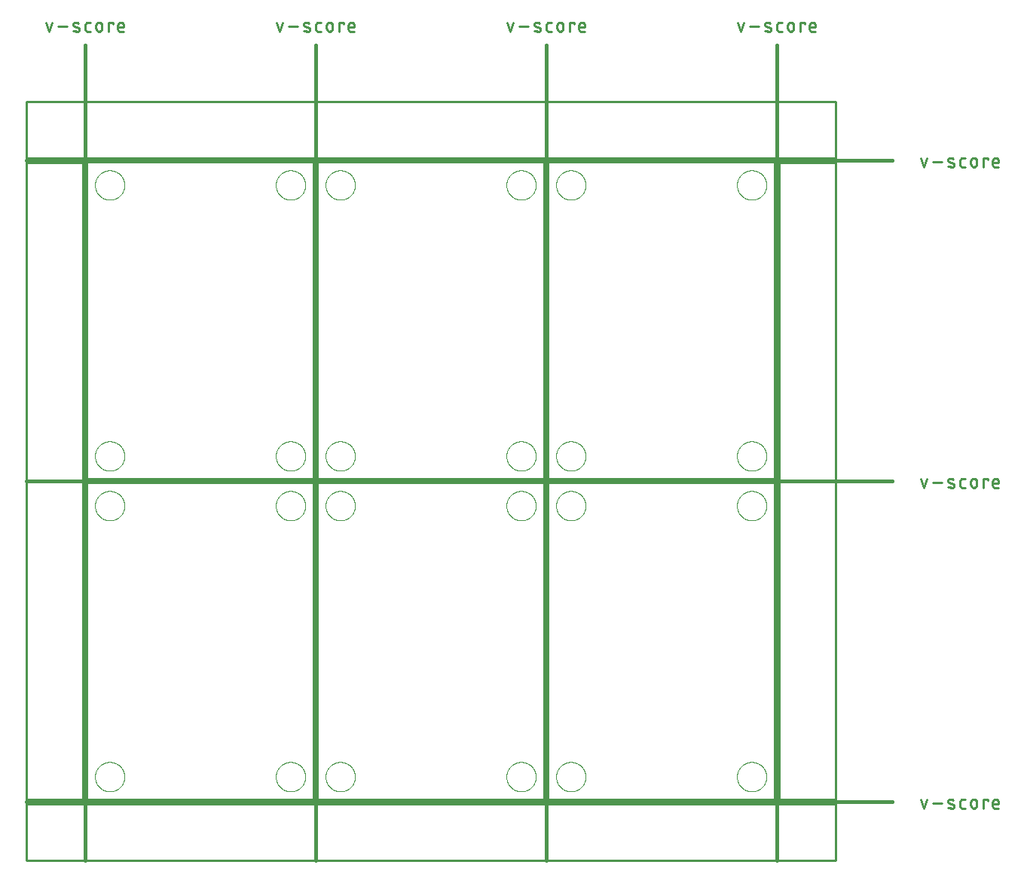
<source format=gko>
G75*
%MOIN*%
%OFA0B0*%
%FSLAX25Y25*%
%IPPOS*%
%LPD*%
%AMOC8*
5,1,8,0,0,1.08239X$1,22.5*
%
%ADD10C,0.00800*%
%ADD11C,0.01500*%
%ADD12C,0.01100*%
%ADD13C,0.01000*%
%ADD14C,0.00000*%
D10*
X0048342Y0028750D02*
X0048342Y0168750D01*
X0148342Y0168750D01*
X0148342Y0028750D01*
X0048342Y0028750D01*
X0150342Y0028750D02*
X0150342Y0168750D01*
X0250342Y0168750D01*
X0250342Y0028750D01*
X0150342Y0028750D01*
X0252342Y0028750D02*
X0252342Y0168750D01*
X0352342Y0168750D01*
X0352342Y0028750D01*
X0252342Y0028750D01*
X0252342Y0170750D02*
X0252342Y0310750D01*
X0352342Y0310750D01*
X0352342Y0170750D01*
X0252342Y0170750D01*
X0250342Y0170750D02*
X0250342Y0310750D01*
X0150342Y0310750D01*
X0150342Y0170750D01*
X0250342Y0170750D01*
X0148342Y0170750D02*
X0148342Y0310750D01*
X0048342Y0310750D01*
X0048342Y0170750D01*
X0148342Y0170750D01*
D11*
X0021342Y0169750D02*
X0404342Y0169750D01*
X0404342Y0027750D02*
X0021342Y0027750D01*
X0047342Y0001750D02*
X0047342Y0362750D01*
X0021342Y0311750D02*
X0404342Y0311750D01*
X0353342Y0362750D02*
X0353342Y0001750D01*
X0251342Y0001750D02*
X0251342Y0362750D01*
X0149342Y0362750D02*
X0149342Y0001750D01*
D12*
X0417133Y0028733D02*
X0418444Y0024800D01*
X0419755Y0028733D01*
X0422426Y0027094D02*
X0426359Y0027094D01*
X0429727Y0027094D02*
X0431366Y0026439D01*
X0431367Y0026439D02*
X0431419Y0026416D01*
X0431470Y0026389D01*
X0431519Y0026359D01*
X0431566Y0026326D01*
X0431611Y0026290D01*
X0431653Y0026250D01*
X0431692Y0026208D01*
X0431728Y0026164D01*
X0431761Y0026117D01*
X0431791Y0026067D01*
X0431818Y0026016D01*
X0431841Y0025964D01*
X0431860Y0025910D01*
X0431876Y0025854D01*
X0431888Y0025798D01*
X0431896Y0025741D01*
X0431900Y0025684D01*
X0431901Y0025626D01*
X0431897Y0025569D01*
X0431890Y0025512D01*
X0431878Y0025455D01*
X0431863Y0025400D01*
X0431845Y0025345D01*
X0431822Y0025292D01*
X0431796Y0025241D01*
X0431767Y0025192D01*
X0431734Y0025144D01*
X0431698Y0025099D01*
X0431660Y0025057D01*
X0431618Y0025017D01*
X0431574Y0024980D01*
X0431527Y0024946D01*
X0431479Y0024915D01*
X0431428Y0024888D01*
X0431376Y0024864D01*
X0431322Y0024844D01*
X0431267Y0024828D01*
X0431211Y0024815D01*
X0431154Y0024806D01*
X0431096Y0024801D01*
X0431039Y0024800D01*
X0431530Y0028405D02*
X0431423Y0028451D01*
X0431314Y0028494D01*
X0431204Y0028534D01*
X0431092Y0028570D01*
X0430980Y0028602D01*
X0430866Y0028631D01*
X0430752Y0028657D01*
X0430637Y0028678D01*
X0430522Y0028697D01*
X0430405Y0028711D01*
X0430289Y0028722D01*
X0430172Y0028729D01*
X0430055Y0028733D01*
X0430055Y0028734D02*
X0429998Y0028733D01*
X0429940Y0028728D01*
X0429883Y0028719D01*
X0429827Y0028706D01*
X0429772Y0028690D01*
X0429718Y0028670D01*
X0429666Y0028646D01*
X0429615Y0028619D01*
X0429567Y0028588D01*
X0429520Y0028554D01*
X0429476Y0028517D01*
X0429434Y0028477D01*
X0429396Y0028435D01*
X0429360Y0028390D01*
X0429327Y0028342D01*
X0429298Y0028293D01*
X0429272Y0028242D01*
X0429249Y0028189D01*
X0429231Y0028134D01*
X0429216Y0028079D01*
X0429204Y0028022D01*
X0429197Y0027965D01*
X0429193Y0027908D01*
X0429194Y0027850D01*
X0429198Y0027793D01*
X0429206Y0027736D01*
X0429218Y0027680D01*
X0429234Y0027624D01*
X0429253Y0027570D01*
X0429276Y0027518D01*
X0429303Y0027467D01*
X0429333Y0027417D01*
X0429366Y0027370D01*
X0429402Y0027326D01*
X0429441Y0027284D01*
X0429483Y0027244D01*
X0429528Y0027208D01*
X0429575Y0027175D01*
X0429624Y0027145D01*
X0429675Y0027118D01*
X0429727Y0027095D01*
X0429236Y0025128D02*
X0429370Y0025082D01*
X0429505Y0025039D01*
X0429641Y0025000D01*
X0429778Y0024964D01*
X0429915Y0024932D01*
X0430054Y0024903D01*
X0430193Y0024877D01*
X0430333Y0024856D01*
X0430474Y0024837D01*
X0430614Y0024823D01*
X0430756Y0024812D01*
X0430897Y0024804D01*
X0431039Y0024801D01*
X0434580Y0025783D02*
X0434580Y0027750D01*
X0434582Y0027812D01*
X0434588Y0027873D01*
X0434597Y0027934D01*
X0434611Y0027994D01*
X0434628Y0028054D01*
X0434649Y0028112D01*
X0434674Y0028169D01*
X0434702Y0028224D01*
X0434733Y0028277D01*
X0434768Y0028328D01*
X0434806Y0028377D01*
X0434846Y0028423D01*
X0434890Y0028467D01*
X0434936Y0028507D01*
X0434985Y0028545D01*
X0435036Y0028580D01*
X0435089Y0028611D01*
X0435144Y0028639D01*
X0435201Y0028664D01*
X0435259Y0028685D01*
X0435319Y0028702D01*
X0435379Y0028716D01*
X0435440Y0028725D01*
X0435501Y0028731D01*
X0435563Y0028733D01*
X0436874Y0028733D01*
X0439287Y0027422D02*
X0439287Y0026111D01*
X0439289Y0026040D01*
X0439295Y0025969D01*
X0439304Y0025899D01*
X0439318Y0025829D01*
X0439335Y0025760D01*
X0439356Y0025692D01*
X0439380Y0025626D01*
X0439408Y0025561D01*
X0439440Y0025497D01*
X0439475Y0025435D01*
X0439513Y0025375D01*
X0439554Y0025318D01*
X0439599Y0025262D01*
X0439646Y0025209D01*
X0439696Y0025159D01*
X0439749Y0025112D01*
X0439805Y0025067D01*
X0439862Y0025026D01*
X0439922Y0024988D01*
X0439984Y0024953D01*
X0440048Y0024921D01*
X0440113Y0024893D01*
X0440179Y0024869D01*
X0440247Y0024848D01*
X0440316Y0024831D01*
X0440386Y0024817D01*
X0440456Y0024808D01*
X0440527Y0024802D01*
X0440598Y0024800D01*
X0440669Y0024802D01*
X0440740Y0024808D01*
X0440810Y0024817D01*
X0440880Y0024831D01*
X0440949Y0024848D01*
X0441017Y0024869D01*
X0441083Y0024893D01*
X0441148Y0024921D01*
X0441212Y0024953D01*
X0441274Y0024988D01*
X0441334Y0025026D01*
X0441391Y0025067D01*
X0441447Y0025112D01*
X0441500Y0025159D01*
X0441550Y0025209D01*
X0441597Y0025262D01*
X0441642Y0025318D01*
X0441683Y0025375D01*
X0441721Y0025435D01*
X0441756Y0025497D01*
X0441788Y0025561D01*
X0441816Y0025626D01*
X0441840Y0025692D01*
X0441861Y0025760D01*
X0441878Y0025829D01*
X0441892Y0025899D01*
X0441901Y0025969D01*
X0441907Y0026040D01*
X0441909Y0026111D01*
X0441910Y0026111D02*
X0441910Y0027422D01*
X0441909Y0027422D02*
X0441907Y0027493D01*
X0441901Y0027564D01*
X0441892Y0027634D01*
X0441878Y0027704D01*
X0441861Y0027773D01*
X0441840Y0027841D01*
X0441816Y0027907D01*
X0441788Y0027972D01*
X0441756Y0028036D01*
X0441721Y0028098D01*
X0441683Y0028158D01*
X0441642Y0028215D01*
X0441597Y0028271D01*
X0441550Y0028324D01*
X0441500Y0028374D01*
X0441447Y0028421D01*
X0441391Y0028466D01*
X0441334Y0028507D01*
X0441274Y0028545D01*
X0441212Y0028580D01*
X0441148Y0028612D01*
X0441083Y0028640D01*
X0441017Y0028664D01*
X0440949Y0028685D01*
X0440880Y0028702D01*
X0440810Y0028716D01*
X0440740Y0028725D01*
X0440669Y0028731D01*
X0440598Y0028733D01*
X0440527Y0028731D01*
X0440456Y0028725D01*
X0440386Y0028716D01*
X0440316Y0028702D01*
X0440247Y0028685D01*
X0440179Y0028664D01*
X0440113Y0028640D01*
X0440048Y0028612D01*
X0439984Y0028580D01*
X0439922Y0028545D01*
X0439862Y0028507D01*
X0439805Y0028466D01*
X0439749Y0028421D01*
X0439696Y0028374D01*
X0439646Y0028324D01*
X0439599Y0028271D01*
X0439554Y0028215D01*
X0439513Y0028158D01*
X0439475Y0028098D01*
X0439440Y0028036D01*
X0439408Y0027972D01*
X0439380Y0027907D01*
X0439356Y0027841D01*
X0439335Y0027773D01*
X0439318Y0027704D01*
X0439304Y0027634D01*
X0439295Y0027564D01*
X0439289Y0027493D01*
X0439287Y0027422D01*
X0436874Y0024800D02*
X0435563Y0024800D01*
X0435501Y0024802D01*
X0435440Y0024808D01*
X0435379Y0024817D01*
X0435319Y0024831D01*
X0435259Y0024848D01*
X0435201Y0024869D01*
X0435144Y0024894D01*
X0435089Y0024922D01*
X0435036Y0024953D01*
X0434985Y0024988D01*
X0434936Y0025026D01*
X0434890Y0025066D01*
X0434846Y0025110D01*
X0434806Y0025156D01*
X0434768Y0025205D01*
X0434733Y0025256D01*
X0434702Y0025309D01*
X0434674Y0025364D01*
X0434649Y0025421D01*
X0434628Y0025479D01*
X0434611Y0025539D01*
X0434597Y0025599D01*
X0434588Y0025660D01*
X0434582Y0025721D01*
X0434580Y0025783D01*
X0444876Y0024800D02*
X0444876Y0028733D01*
X0446843Y0028733D01*
X0446843Y0028078D01*
X0448929Y0027422D02*
X0448929Y0025783D01*
X0448931Y0025721D01*
X0448937Y0025660D01*
X0448946Y0025599D01*
X0448960Y0025539D01*
X0448977Y0025479D01*
X0448998Y0025421D01*
X0449023Y0025364D01*
X0449051Y0025309D01*
X0449082Y0025256D01*
X0449117Y0025205D01*
X0449155Y0025156D01*
X0449195Y0025110D01*
X0449239Y0025066D01*
X0449285Y0025026D01*
X0449334Y0024988D01*
X0449385Y0024953D01*
X0449438Y0024922D01*
X0449493Y0024894D01*
X0449550Y0024869D01*
X0449608Y0024848D01*
X0449668Y0024831D01*
X0449728Y0024817D01*
X0449789Y0024808D01*
X0449850Y0024802D01*
X0449912Y0024800D01*
X0451551Y0024800D01*
X0451551Y0026767D02*
X0448929Y0026767D01*
X0448929Y0027422D02*
X0448931Y0027493D01*
X0448937Y0027564D01*
X0448946Y0027634D01*
X0448960Y0027704D01*
X0448977Y0027773D01*
X0448998Y0027841D01*
X0449022Y0027907D01*
X0449050Y0027972D01*
X0449082Y0028036D01*
X0449117Y0028098D01*
X0449155Y0028158D01*
X0449196Y0028215D01*
X0449241Y0028271D01*
X0449288Y0028324D01*
X0449338Y0028374D01*
X0449391Y0028421D01*
X0449447Y0028466D01*
X0449504Y0028507D01*
X0449564Y0028545D01*
X0449626Y0028580D01*
X0449690Y0028612D01*
X0449755Y0028640D01*
X0449821Y0028664D01*
X0449889Y0028685D01*
X0449958Y0028702D01*
X0450028Y0028716D01*
X0450098Y0028725D01*
X0450169Y0028731D01*
X0450240Y0028733D01*
X0450311Y0028731D01*
X0450382Y0028725D01*
X0450452Y0028716D01*
X0450522Y0028702D01*
X0450591Y0028685D01*
X0450659Y0028664D01*
X0450725Y0028640D01*
X0450790Y0028612D01*
X0450854Y0028580D01*
X0450916Y0028545D01*
X0450976Y0028507D01*
X0451033Y0028466D01*
X0451089Y0028421D01*
X0451142Y0028374D01*
X0451192Y0028324D01*
X0451239Y0028271D01*
X0451284Y0028215D01*
X0451325Y0028158D01*
X0451363Y0028098D01*
X0451398Y0028036D01*
X0451430Y0027972D01*
X0451458Y0027907D01*
X0451482Y0027841D01*
X0451503Y0027773D01*
X0451520Y0027704D01*
X0451534Y0027634D01*
X0451543Y0027564D01*
X0451549Y0027493D01*
X0451551Y0027422D01*
X0451551Y0026767D01*
X0451551Y0166800D02*
X0449912Y0166800D01*
X0449850Y0166802D01*
X0449789Y0166808D01*
X0449728Y0166817D01*
X0449668Y0166831D01*
X0449608Y0166848D01*
X0449550Y0166869D01*
X0449493Y0166894D01*
X0449438Y0166922D01*
X0449385Y0166953D01*
X0449334Y0166988D01*
X0449285Y0167026D01*
X0449239Y0167066D01*
X0449195Y0167110D01*
X0449155Y0167156D01*
X0449117Y0167205D01*
X0449082Y0167256D01*
X0449051Y0167309D01*
X0449023Y0167364D01*
X0448998Y0167421D01*
X0448977Y0167479D01*
X0448960Y0167539D01*
X0448946Y0167599D01*
X0448937Y0167660D01*
X0448931Y0167721D01*
X0448929Y0167783D01*
X0448929Y0169422D01*
X0448929Y0168767D02*
X0451551Y0168767D01*
X0451551Y0169422D01*
X0451549Y0169493D01*
X0451543Y0169564D01*
X0451534Y0169634D01*
X0451520Y0169704D01*
X0451503Y0169773D01*
X0451482Y0169841D01*
X0451458Y0169907D01*
X0451430Y0169972D01*
X0451398Y0170036D01*
X0451363Y0170098D01*
X0451325Y0170158D01*
X0451284Y0170215D01*
X0451239Y0170271D01*
X0451192Y0170324D01*
X0451142Y0170374D01*
X0451089Y0170421D01*
X0451033Y0170466D01*
X0450976Y0170507D01*
X0450916Y0170545D01*
X0450854Y0170580D01*
X0450790Y0170612D01*
X0450725Y0170640D01*
X0450659Y0170664D01*
X0450591Y0170685D01*
X0450522Y0170702D01*
X0450452Y0170716D01*
X0450382Y0170725D01*
X0450311Y0170731D01*
X0450240Y0170733D01*
X0450169Y0170731D01*
X0450098Y0170725D01*
X0450028Y0170716D01*
X0449958Y0170702D01*
X0449889Y0170685D01*
X0449821Y0170664D01*
X0449755Y0170640D01*
X0449690Y0170612D01*
X0449626Y0170580D01*
X0449564Y0170545D01*
X0449504Y0170507D01*
X0449447Y0170466D01*
X0449391Y0170421D01*
X0449338Y0170374D01*
X0449288Y0170324D01*
X0449241Y0170271D01*
X0449196Y0170215D01*
X0449155Y0170158D01*
X0449117Y0170098D01*
X0449082Y0170036D01*
X0449050Y0169972D01*
X0449022Y0169907D01*
X0448998Y0169841D01*
X0448977Y0169773D01*
X0448960Y0169704D01*
X0448946Y0169634D01*
X0448937Y0169564D01*
X0448931Y0169493D01*
X0448929Y0169422D01*
X0446843Y0170078D02*
X0446843Y0170733D01*
X0444876Y0170733D01*
X0444876Y0166800D01*
X0441910Y0168111D02*
X0441910Y0169422D01*
X0441909Y0169422D02*
X0441907Y0169493D01*
X0441901Y0169564D01*
X0441892Y0169634D01*
X0441878Y0169704D01*
X0441861Y0169773D01*
X0441840Y0169841D01*
X0441816Y0169907D01*
X0441788Y0169972D01*
X0441756Y0170036D01*
X0441721Y0170098D01*
X0441683Y0170158D01*
X0441642Y0170215D01*
X0441597Y0170271D01*
X0441550Y0170324D01*
X0441500Y0170374D01*
X0441447Y0170421D01*
X0441391Y0170466D01*
X0441334Y0170507D01*
X0441274Y0170545D01*
X0441212Y0170580D01*
X0441148Y0170612D01*
X0441083Y0170640D01*
X0441017Y0170664D01*
X0440949Y0170685D01*
X0440880Y0170702D01*
X0440810Y0170716D01*
X0440740Y0170725D01*
X0440669Y0170731D01*
X0440598Y0170733D01*
X0440527Y0170731D01*
X0440456Y0170725D01*
X0440386Y0170716D01*
X0440316Y0170702D01*
X0440247Y0170685D01*
X0440179Y0170664D01*
X0440113Y0170640D01*
X0440048Y0170612D01*
X0439984Y0170580D01*
X0439922Y0170545D01*
X0439862Y0170507D01*
X0439805Y0170466D01*
X0439749Y0170421D01*
X0439696Y0170374D01*
X0439646Y0170324D01*
X0439599Y0170271D01*
X0439554Y0170215D01*
X0439513Y0170158D01*
X0439475Y0170098D01*
X0439440Y0170036D01*
X0439408Y0169972D01*
X0439380Y0169907D01*
X0439356Y0169841D01*
X0439335Y0169773D01*
X0439318Y0169704D01*
X0439304Y0169634D01*
X0439295Y0169564D01*
X0439289Y0169493D01*
X0439287Y0169422D01*
X0439287Y0168111D01*
X0439289Y0168040D01*
X0439295Y0167969D01*
X0439304Y0167899D01*
X0439318Y0167829D01*
X0439335Y0167760D01*
X0439356Y0167692D01*
X0439380Y0167626D01*
X0439408Y0167561D01*
X0439440Y0167497D01*
X0439475Y0167435D01*
X0439513Y0167375D01*
X0439554Y0167318D01*
X0439599Y0167262D01*
X0439646Y0167209D01*
X0439696Y0167159D01*
X0439749Y0167112D01*
X0439805Y0167067D01*
X0439862Y0167026D01*
X0439922Y0166988D01*
X0439984Y0166953D01*
X0440048Y0166921D01*
X0440113Y0166893D01*
X0440179Y0166869D01*
X0440247Y0166848D01*
X0440316Y0166831D01*
X0440386Y0166817D01*
X0440456Y0166808D01*
X0440527Y0166802D01*
X0440598Y0166800D01*
X0440669Y0166802D01*
X0440740Y0166808D01*
X0440810Y0166817D01*
X0440880Y0166831D01*
X0440949Y0166848D01*
X0441017Y0166869D01*
X0441083Y0166893D01*
X0441148Y0166921D01*
X0441212Y0166953D01*
X0441274Y0166988D01*
X0441334Y0167026D01*
X0441391Y0167067D01*
X0441447Y0167112D01*
X0441500Y0167159D01*
X0441550Y0167209D01*
X0441597Y0167262D01*
X0441642Y0167318D01*
X0441683Y0167375D01*
X0441721Y0167435D01*
X0441756Y0167497D01*
X0441788Y0167561D01*
X0441816Y0167626D01*
X0441840Y0167692D01*
X0441861Y0167760D01*
X0441878Y0167829D01*
X0441892Y0167899D01*
X0441901Y0167969D01*
X0441907Y0168040D01*
X0441909Y0168111D01*
X0436874Y0166800D02*
X0435563Y0166800D01*
X0435501Y0166802D01*
X0435440Y0166808D01*
X0435379Y0166817D01*
X0435319Y0166831D01*
X0435259Y0166848D01*
X0435201Y0166869D01*
X0435144Y0166894D01*
X0435089Y0166922D01*
X0435036Y0166953D01*
X0434985Y0166988D01*
X0434936Y0167026D01*
X0434890Y0167066D01*
X0434846Y0167110D01*
X0434806Y0167156D01*
X0434768Y0167205D01*
X0434733Y0167256D01*
X0434702Y0167309D01*
X0434674Y0167364D01*
X0434649Y0167421D01*
X0434628Y0167479D01*
X0434611Y0167539D01*
X0434597Y0167599D01*
X0434588Y0167660D01*
X0434582Y0167721D01*
X0434580Y0167783D01*
X0434580Y0169750D01*
X0434582Y0169812D01*
X0434588Y0169873D01*
X0434597Y0169934D01*
X0434611Y0169994D01*
X0434628Y0170054D01*
X0434649Y0170112D01*
X0434674Y0170169D01*
X0434702Y0170224D01*
X0434733Y0170277D01*
X0434768Y0170328D01*
X0434806Y0170377D01*
X0434846Y0170423D01*
X0434890Y0170467D01*
X0434936Y0170507D01*
X0434985Y0170545D01*
X0435036Y0170580D01*
X0435089Y0170611D01*
X0435144Y0170639D01*
X0435201Y0170664D01*
X0435259Y0170685D01*
X0435319Y0170702D01*
X0435379Y0170716D01*
X0435440Y0170725D01*
X0435501Y0170731D01*
X0435563Y0170733D01*
X0436874Y0170733D01*
X0431366Y0168439D02*
X0429727Y0169094D01*
X0429727Y0169095D02*
X0429675Y0169118D01*
X0429624Y0169145D01*
X0429575Y0169175D01*
X0429528Y0169208D01*
X0429483Y0169244D01*
X0429441Y0169284D01*
X0429402Y0169326D01*
X0429366Y0169370D01*
X0429333Y0169417D01*
X0429303Y0169467D01*
X0429276Y0169518D01*
X0429253Y0169570D01*
X0429234Y0169624D01*
X0429218Y0169680D01*
X0429206Y0169736D01*
X0429198Y0169793D01*
X0429194Y0169850D01*
X0429193Y0169908D01*
X0429197Y0169965D01*
X0429204Y0170022D01*
X0429216Y0170079D01*
X0429231Y0170134D01*
X0429249Y0170189D01*
X0429272Y0170242D01*
X0429298Y0170293D01*
X0429327Y0170342D01*
X0429360Y0170390D01*
X0429396Y0170435D01*
X0429434Y0170477D01*
X0429476Y0170517D01*
X0429520Y0170554D01*
X0429567Y0170588D01*
X0429615Y0170619D01*
X0429666Y0170646D01*
X0429718Y0170670D01*
X0429772Y0170690D01*
X0429827Y0170706D01*
X0429883Y0170719D01*
X0429940Y0170728D01*
X0429998Y0170733D01*
X0430055Y0170734D01*
X0429236Y0167128D02*
X0429370Y0167082D01*
X0429505Y0167039D01*
X0429641Y0167000D01*
X0429778Y0166964D01*
X0429915Y0166932D01*
X0430054Y0166903D01*
X0430193Y0166877D01*
X0430333Y0166856D01*
X0430474Y0166837D01*
X0430614Y0166823D01*
X0430756Y0166812D01*
X0430897Y0166804D01*
X0431039Y0166801D01*
X0431039Y0166800D02*
X0431096Y0166801D01*
X0431154Y0166806D01*
X0431211Y0166815D01*
X0431267Y0166828D01*
X0431322Y0166844D01*
X0431376Y0166864D01*
X0431428Y0166888D01*
X0431479Y0166915D01*
X0431527Y0166946D01*
X0431574Y0166980D01*
X0431618Y0167017D01*
X0431660Y0167057D01*
X0431698Y0167099D01*
X0431734Y0167144D01*
X0431767Y0167192D01*
X0431796Y0167241D01*
X0431822Y0167292D01*
X0431845Y0167345D01*
X0431863Y0167400D01*
X0431878Y0167455D01*
X0431890Y0167512D01*
X0431897Y0167569D01*
X0431901Y0167626D01*
X0431900Y0167684D01*
X0431896Y0167741D01*
X0431888Y0167798D01*
X0431876Y0167854D01*
X0431860Y0167910D01*
X0431841Y0167964D01*
X0431818Y0168016D01*
X0431791Y0168067D01*
X0431761Y0168117D01*
X0431728Y0168164D01*
X0431692Y0168208D01*
X0431653Y0168250D01*
X0431611Y0168290D01*
X0431566Y0168326D01*
X0431519Y0168359D01*
X0431470Y0168389D01*
X0431419Y0168416D01*
X0431367Y0168439D01*
X0431530Y0170405D02*
X0431423Y0170451D01*
X0431314Y0170494D01*
X0431204Y0170534D01*
X0431092Y0170570D01*
X0430980Y0170602D01*
X0430866Y0170631D01*
X0430752Y0170657D01*
X0430637Y0170678D01*
X0430522Y0170697D01*
X0430405Y0170711D01*
X0430289Y0170722D01*
X0430172Y0170729D01*
X0430055Y0170733D01*
X0426359Y0169094D02*
X0422426Y0169094D01*
X0419755Y0170733D02*
X0418444Y0166800D01*
X0417133Y0170733D01*
X0418444Y0308800D02*
X0419755Y0312733D01*
X0417133Y0312733D02*
X0418444Y0308800D01*
X0422426Y0311094D02*
X0426359Y0311094D01*
X0429727Y0311094D02*
X0431366Y0310439D01*
X0431367Y0310439D02*
X0431419Y0310416D01*
X0431470Y0310389D01*
X0431519Y0310359D01*
X0431566Y0310326D01*
X0431611Y0310290D01*
X0431653Y0310250D01*
X0431692Y0310208D01*
X0431728Y0310164D01*
X0431761Y0310117D01*
X0431791Y0310067D01*
X0431818Y0310016D01*
X0431841Y0309964D01*
X0431860Y0309910D01*
X0431876Y0309854D01*
X0431888Y0309798D01*
X0431896Y0309741D01*
X0431900Y0309684D01*
X0431901Y0309626D01*
X0431897Y0309569D01*
X0431890Y0309512D01*
X0431878Y0309455D01*
X0431863Y0309400D01*
X0431845Y0309345D01*
X0431822Y0309292D01*
X0431796Y0309241D01*
X0431767Y0309192D01*
X0431734Y0309144D01*
X0431698Y0309099D01*
X0431660Y0309057D01*
X0431618Y0309017D01*
X0431574Y0308980D01*
X0431527Y0308946D01*
X0431479Y0308915D01*
X0431428Y0308888D01*
X0431376Y0308864D01*
X0431322Y0308844D01*
X0431267Y0308828D01*
X0431211Y0308815D01*
X0431154Y0308806D01*
X0431096Y0308801D01*
X0431039Y0308800D01*
X0431530Y0312405D02*
X0431423Y0312451D01*
X0431314Y0312494D01*
X0431204Y0312534D01*
X0431092Y0312570D01*
X0430980Y0312602D01*
X0430866Y0312631D01*
X0430752Y0312657D01*
X0430637Y0312678D01*
X0430522Y0312697D01*
X0430405Y0312711D01*
X0430289Y0312722D01*
X0430172Y0312729D01*
X0430055Y0312733D01*
X0430055Y0312734D02*
X0429998Y0312733D01*
X0429940Y0312728D01*
X0429883Y0312719D01*
X0429827Y0312706D01*
X0429772Y0312690D01*
X0429718Y0312670D01*
X0429666Y0312646D01*
X0429615Y0312619D01*
X0429567Y0312588D01*
X0429520Y0312554D01*
X0429476Y0312517D01*
X0429434Y0312477D01*
X0429396Y0312435D01*
X0429360Y0312390D01*
X0429327Y0312342D01*
X0429298Y0312293D01*
X0429272Y0312242D01*
X0429249Y0312189D01*
X0429231Y0312134D01*
X0429216Y0312079D01*
X0429204Y0312022D01*
X0429197Y0311965D01*
X0429193Y0311908D01*
X0429194Y0311850D01*
X0429198Y0311793D01*
X0429206Y0311736D01*
X0429218Y0311680D01*
X0429234Y0311624D01*
X0429253Y0311570D01*
X0429276Y0311518D01*
X0429303Y0311467D01*
X0429333Y0311417D01*
X0429366Y0311370D01*
X0429402Y0311326D01*
X0429441Y0311284D01*
X0429483Y0311244D01*
X0429528Y0311208D01*
X0429575Y0311175D01*
X0429624Y0311145D01*
X0429675Y0311118D01*
X0429727Y0311095D01*
X0429236Y0309128D02*
X0429370Y0309082D01*
X0429505Y0309039D01*
X0429641Y0309000D01*
X0429778Y0308964D01*
X0429915Y0308932D01*
X0430054Y0308903D01*
X0430193Y0308877D01*
X0430333Y0308856D01*
X0430474Y0308837D01*
X0430614Y0308823D01*
X0430756Y0308812D01*
X0430897Y0308804D01*
X0431039Y0308801D01*
X0434580Y0309783D02*
X0434580Y0311750D01*
X0434582Y0311812D01*
X0434588Y0311873D01*
X0434597Y0311934D01*
X0434611Y0311994D01*
X0434628Y0312054D01*
X0434649Y0312112D01*
X0434674Y0312169D01*
X0434702Y0312224D01*
X0434733Y0312277D01*
X0434768Y0312328D01*
X0434806Y0312377D01*
X0434846Y0312423D01*
X0434890Y0312467D01*
X0434936Y0312507D01*
X0434985Y0312545D01*
X0435036Y0312580D01*
X0435089Y0312611D01*
X0435144Y0312639D01*
X0435201Y0312664D01*
X0435259Y0312685D01*
X0435319Y0312702D01*
X0435379Y0312716D01*
X0435440Y0312725D01*
X0435501Y0312731D01*
X0435563Y0312733D01*
X0436874Y0312733D01*
X0439287Y0311422D02*
X0439287Y0310111D01*
X0439289Y0310040D01*
X0439295Y0309969D01*
X0439304Y0309899D01*
X0439318Y0309829D01*
X0439335Y0309760D01*
X0439356Y0309692D01*
X0439380Y0309626D01*
X0439408Y0309561D01*
X0439440Y0309497D01*
X0439475Y0309435D01*
X0439513Y0309375D01*
X0439554Y0309318D01*
X0439599Y0309262D01*
X0439646Y0309209D01*
X0439696Y0309159D01*
X0439749Y0309112D01*
X0439805Y0309067D01*
X0439862Y0309026D01*
X0439922Y0308988D01*
X0439984Y0308953D01*
X0440048Y0308921D01*
X0440113Y0308893D01*
X0440179Y0308869D01*
X0440247Y0308848D01*
X0440316Y0308831D01*
X0440386Y0308817D01*
X0440456Y0308808D01*
X0440527Y0308802D01*
X0440598Y0308800D01*
X0440669Y0308802D01*
X0440740Y0308808D01*
X0440810Y0308817D01*
X0440880Y0308831D01*
X0440949Y0308848D01*
X0441017Y0308869D01*
X0441083Y0308893D01*
X0441148Y0308921D01*
X0441212Y0308953D01*
X0441274Y0308988D01*
X0441334Y0309026D01*
X0441391Y0309067D01*
X0441447Y0309112D01*
X0441500Y0309159D01*
X0441550Y0309209D01*
X0441597Y0309262D01*
X0441642Y0309318D01*
X0441683Y0309375D01*
X0441721Y0309435D01*
X0441756Y0309497D01*
X0441788Y0309561D01*
X0441816Y0309626D01*
X0441840Y0309692D01*
X0441861Y0309760D01*
X0441878Y0309829D01*
X0441892Y0309899D01*
X0441901Y0309969D01*
X0441907Y0310040D01*
X0441909Y0310111D01*
X0441910Y0310111D02*
X0441910Y0311422D01*
X0441909Y0311422D02*
X0441907Y0311493D01*
X0441901Y0311564D01*
X0441892Y0311634D01*
X0441878Y0311704D01*
X0441861Y0311773D01*
X0441840Y0311841D01*
X0441816Y0311907D01*
X0441788Y0311972D01*
X0441756Y0312036D01*
X0441721Y0312098D01*
X0441683Y0312158D01*
X0441642Y0312215D01*
X0441597Y0312271D01*
X0441550Y0312324D01*
X0441500Y0312374D01*
X0441447Y0312421D01*
X0441391Y0312466D01*
X0441334Y0312507D01*
X0441274Y0312545D01*
X0441212Y0312580D01*
X0441148Y0312612D01*
X0441083Y0312640D01*
X0441017Y0312664D01*
X0440949Y0312685D01*
X0440880Y0312702D01*
X0440810Y0312716D01*
X0440740Y0312725D01*
X0440669Y0312731D01*
X0440598Y0312733D01*
X0440527Y0312731D01*
X0440456Y0312725D01*
X0440386Y0312716D01*
X0440316Y0312702D01*
X0440247Y0312685D01*
X0440179Y0312664D01*
X0440113Y0312640D01*
X0440048Y0312612D01*
X0439984Y0312580D01*
X0439922Y0312545D01*
X0439862Y0312507D01*
X0439805Y0312466D01*
X0439749Y0312421D01*
X0439696Y0312374D01*
X0439646Y0312324D01*
X0439599Y0312271D01*
X0439554Y0312215D01*
X0439513Y0312158D01*
X0439475Y0312098D01*
X0439440Y0312036D01*
X0439408Y0311972D01*
X0439380Y0311907D01*
X0439356Y0311841D01*
X0439335Y0311773D01*
X0439318Y0311704D01*
X0439304Y0311634D01*
X0439295Y0311564D01*
X0439289Y0311493D01*
X0439287Y0311422D01*
X0436874Y0308800D02*
X0435563Y0308800D01*
X0435501Y0308802D01*
X0435440Y0308808D01*
X0435379Y0308817D01*
X0435319Y0308831D01*
X0435259Y0308848D01*
X0435201Y0308869D01*
X0435144Y0308894D01*
X0435089Y0308922D01*
X0435036Y0308953D01*
X0434985Y0308988D01*
X0434936Y0309026D01*
X0434890Y0309066D01*
X0434846Y0309110D01*
X0434806Y0309156D01*
X0434768Y0309205D01*
X0434733Y0309256D01*
X0434702Y0309309D01*
X0434674Y0309364D01*
X0434649Y0309421D01*
X0434628Y0309479D01*
X0434611Y0309539D01*
X0434597Y0309599D01*
X0434588Y0309660D01*
X0434582Y0309721D01*
X0434580Y0309783D01*
X0444876Y0308800D02*
X0444876Y0312733D01*
X0446843Y0312733D01*
X0446843Y0312078D01*
X0448929Y0311422D02*
X0448929Y0309783D01*
X0448931Y0309721D01*
X0448937Y0309660D01*
X0448946Y0309599D01*
X0448960Y0309539D01*
X0448977Y0309479D01*
X0448998Y0309421D01*
X0449023Y0309364D01*
X0449051Y0309309D01*
X0449082Y0309256D01*
X0449117Y0309205D01*
X0449155Y0309156D01*
X0449195Y0309110D01*
X0449239Y0309066D01*
X0449285Y0309026D01*
X0449334Y0308988D01*
X0449385Y0308953D01*
X0449438Y0308922D01*
X0449493Y0308894D01*
X0449550Y0308869D01*
X0449608Y0308848D01*
X0449668Y0308831D01*
X0449728Y0308817D01*
X0449789Y0308808D01*
X0449850Y0308802D01*
X0449912Y0308800D01*
X0451551Y0308800D01*
X0451551Y0310767D02*
X0448929Y0310767D01*
X0448929Y0311422D02*
X0448931Y0311493D01*
X0448937Y0311564D01*
X0448946Y0311634D01*
X0448960Y0311704D01*
X0448977Y0311773D01*
X0448998Y0311841D01*
X0449022Y0311907D01*
X0449050Y0311972D01*
X0449082Y0312036D01*
X0449117Y0312098D01*
X0449155Y0312158D01*
X0449196Y0312215D01*
X0449241Y0312271D01*
X0449288Y0312324D01*
X0449338Y0312374D01*
X0449391Y0312421D01*
X0449447Y0312466D01*
X0449504Y0312507D01*
X0449564Y0312545D01*
X0449626Y0312580D01*
X0449690Y0312612D01*
X0449755Y0312640D01*
X0449821Y0312664D01*
X0449889Y0312685D01*
X0449958Y0312702D01*
X0450028Y0312716D01*
X0450098Y0312725D01*
X0450169Y0312731D01*
X0450240Y0312733D01*
X0450311Y0312731D01*
X0450382Y0312725D01*
X0450452Y0312716D01*
X0450522Y0312702D01*
X0450591Y0312685D01*
X0450659Y0312664D01*
X0450725Y0312640D01*
X0450790Y0312612D01*
X0450854Y0312580D01*
X0450916Y0312545D01*
X0450976Y0312507D01*
X0451033Y0312466D01*
X0451089Y0312421D01*
X0451142Y0312374D01*
X0451192Y0312324D01*
X0451239Y0312271D01*
X0451284Y0312215D01*
X0451325Y0312158D01*
X0451363Y0312098D01*
X0451398Y0312036D01*
X0451430Y0311972D01*
X0451458Y0311907D01*
X0451482Y0311841D01*
X0451503Y0311773D01*
X0451520Y0311704D01*
X0451534Y0311634D01*
X0451543Y0311564D01*
X0451549Y0311493D01*
X0451551Y0311422D01*
X0451551Y0310767D01*
X0370551Y0368800D02*
X0368912Y0368800D01*
X0368850Y0368802D01*
X0368789Y0368808D01*
X0368728Y0368817D01*
X0368668Y0368831D01*
X0368608Y0368848D01*
X0368550Y0368869D01*
X0368493Y0368894D01*
X0368438Y0368922D01*
X0368385Y0368953D01*
X0368334Y0368988D01*
X0368285Y0369026D01*
X0368239Y0369066D01*
X0368195Y0369110D01*
X0368155Y0369156D01*
X0368117Y0369205D01*
X0368082Y0369256D01*
X0368051Y0369309D01*
X0368023Y0369364D01*
X0367998Y0369421D01*
X0367977Y0369479D01*
X0367960Y0369539D01*
X0367946Y0369599D01*
X0367937Y0369660D01*
X0367931Y0369721D01*
X0367929Y0369783D01*
X0367929Y0371422D01*
X0367929Y0370767D02*
X0370551Y0370767D01*
X0370551Y0371422D01*
X0370549Y0371493D01*
X0370543Y0371564D01*
X0370534Y0371634D01*
X0370520Y0371704D01*
X0370503Y0371773D01*
X0370482Y0371841D01*
X0370458Y0371907D01*
X0370430Y0371972D01*
X0370398Y0372036D01*
X0370363Y0372098D01*
X0370325Y0372158D01*
X0370284Y0372215D01*
X0370239Y0372271D01*
X0370192Y0372324D01*
X0370142Y0372374D01*
X0370089Y0372421D01*
X0370033Y0372466D01*
X0369976Y0372507D01*
X0369916Y0372545D01*
X0369854Y0372580D01*
X0369790Y0372612D01*
X0369725Y0372640D01*
X0369659Y0372664D01*
X0369591Y0372685D01*
X0369522Y0372702D01*
X0369452Y0372716D01*
X0369382Y0372725D01*
X0369311Y0372731D01*
X0369240Y0372733D01*
X0369169Y0372731D01*
X0369098Y0372725D01*
X0369028Y0372716D01*
X0368958Y0372702D01*
X0368889Y0372685D01*
X0368821Y0372664D01*
X0368755Y0372640D01*
X0368690Y0372612D01*
X0368626Y0372580D01*
X0368564Y0372545D01*
X0368504Y0372507D01*
X0368447Y0372466D01*
X0368391Y0372421D01*
X0368338Y0372374D01*
X0368288Y0372324D01*
X0368241Y0372271D01*
X0368196Y0372215D01*
X0368155Y0372158D01*
X0368117Y0372098D01*
X0368082Y0372036D01*
X0368050Y0371972D01*
X0368022Y0371907D01*
X0367998Y0371841D01*
X0367977Y0371773D01*
X0367960Y0371704D01*
X0367946Y0371634D01*
X0367937Y0371564D01*
X0367931Y0371493D01*
X0367929Y0371422D01*
X0365843Y0372078D02*
X0365843Y0372733D01*
X0363876Y0372733D01*
X0363876Y0368800D01*
X0360910Y0370111D02*
X0360910Y0371422D01*
X0360909Y0371422D02*
X0360907Y0371493D01*
X0360901Y0371564D01*
X0360892Y0371634D01*
X0360878Y0371704D01*
X0360861Y0371773D01*
X0360840Y0371841D01*
X0360816Y0371907D01*
X0360788Y0371972D01*
X0360756Y0372036D01*
X0360721Y0372098D01*
X0360683Y0372158D01*
X0360642Y0372215D01*
X0360597Y0372271D01*
X0360550Y0372324D01*
X0360500Y0372374D01*
X0360447Y0372421D01*
X0360391Y0372466D01*
X0360334Y0372507D01*
X0360274Y0372545D01*
X0360212Y0372580D01*
X0360148Y0372612D01*
X0360083Y0372640D01*
X0360017Y0372664D01*
X0359949Y0372685D01*
X0359880Y0372702D01*
X0359810Y0372716D01*
X0359740Y0372725D01*
X0359669Y0372731D01*
X0359598Y0372733D01*
X0359527Y0372731D01*
X0359456Y0372725D01*
X0359386Y0372716D01*
X0359316Y0372702D01*
X0359247Y0372685D01*
X0359179Y0372664D01*
X0359113Y0372640D01*
X0359048Y0372612D01*
X0358984Y0372580D01*
X0358922Y0372545D01*
X0358862Y0372507D01*
X0358805Y0372466D01*
X0358749Y0372421D01*
X0358696Y0372374D01*
X0358646Y0372324D01*
X0358599Y0372271D01*
X0358554Y0372215D01*
X0358513Y0372158D01*
X0358475Y0372098D01*
X0358440Y0372036D01*
X0358408Y0371972D01*
X0358380Y0371907D01*
X0358356Y0371841D01*
X0358335Y0371773D01*
X0358318Y0371704D01*
X0358304Y0371634D01*
X0358295Y0371564D01*
X0358289Y0371493D01*
X0358287Y0371422D01*
X0358287Y0370111D01*
X0358289Y0370040D01*
X0358295Y0369969D01*
X0358304Y0369899D01*
X0358318Y0369829D01*
X0358335Y0369760D01*
X0358356Y0369692D01*
X0358380Y0369626D01*
X0358408Y0369561D01*
X0358440Y0369497D01*
X0358475Y0369435D01*
X0358513Y0369375D01*
X0358554Y0369318D01*
X0358599Y0369262D01*
X0358646Y0369209D01*
X0358696Y0369159D01*
X0358749Y0369112D01*
X0358805Y0369067D01*
X0358862Y0369026D01*
X0358922Y0368988D01*
X0358984Y0368953D01*
X0359048Y0368921D01*
X0359113Y0368893D01*
X0359179Y0368869D01*
X0359247Y0368848D01*
X0359316Y0368831D01*
X0359386Y0368817D01*
X0359456Y0368808D01*
X0359527Y0368802D01*
X0359598Y0368800D01*
X0359669Y0368802D01*
X0359740Y0368808D01*
X0359810Y0368817D01*
X0359880Y0368831D01*
X0359949Y0368848D01*
X0360017Y0368869D01*
X0360083Y0368893D01*
X0360148Y0368921D01*
X0360212Y0368953D01*
X0360274Y0368988D01*
X0360334Y0369026D01*
X0360391Y0369067D01*
X0360447Y0369112D01*
X0360500Y0369159D01*
X0360550Y0369209D01*
X0360597Y0369262D01*
X0360642Y0369318D01*
X0360683Y0369375D01*
X0360721Y0369435D01*
X0360756Y0369497D01*
X0360788Y0369561D01*
X0360816Y0369626D01*
X0360840Y0369692D01*
X0360861Y0369760D01*
X0360878Y0369829D01*
X0360892Y0369899D01*
X0360901Y0369969D01*
X0360907Y0370040D01*
X0360909Y0370111D01*
X0355874Y0368800D02*
X0354563Y0368800D01*
X0354501Y0368802D01*
X0354440Y0368808D01*
X0354379Y0368817D01*
X0354319Y0368831D01*
X0354259Y0368848D01*
X0354201Y0368869D01*
X0354144Y0368894D01*
X0354089Y0368922D01*
X0354036Y0368953D01*
X0353985Y0368988D01*
X0353936Y0369026D01*
X0353890Y0369066D01*
X0353846Y0369110D01*
X0353806Y0369156D01*
X0353768Y0369205D01*
X0353733Y0369256D01*
X0353702Y0369309D01*
X0353674Y0369364D01*
X0353649Y0369421D01*
X0353628Y0369479D01*
X0353611Y0369539D01*
X0353597Y0369599D01*
X0353588Y0369660D01*
X0353582Y0369721D01*
X0353580Y0369783D01*
X0353580Y0371750D01*
X0353582Y0371812D01*
X0353588Y0371873D01*
X0353597Y0371934D01*
X0353611Y0371994D01*
X0353628Y0372054D01*
X0353649Y0372112D01*
X0353674Y0372169D01*
X0353702Y0372224D01*
X0353733Y0372277D01*
X0353768Y0372328D01*
X0353806Y0372377D01*
X0353846Y0372423D01*
X0353890Y0372467D01*
X0353936Y0372507D01*
X0353985Y0372545D01*
X0354036Y0372580D01*
X0354089Y0372611D01*
X0354144Y0372639D01*
X0354201Y0372664D01*
X0354259Y0372685D01*
X0354319Y0372702D01*
X0354379Y0372716D01*
X0354440Y0372725D01*
X0354501Y0372731D01*
X0354563Y0372733D01*
X0355874Y0372733D01*
X0350366Y0370439D02*
X0348727Y0371094D01*
X0348727Y0371095D02*
X0348675Y0371118D01*
X0348624Y0371145D01*
X0348575Y0371175D01*
X0348528Y0371208D01*
X0348483Y0371244D01*
X0348441Y0371284D01*
X0348402Y0371326D01*
X0348366Y0371370D01*
X0348333Y0371417D01*
X0348303Y0371467D01*
X0348276Y0371518D01*
X0348253Y0371570D01*
X0348234Y0371624D01*
X0348218Y0371680D01*
X0348206Y0371736D01*
X0348198Y0371793D01*
X0348194Y0371850D01*
X0348193Y0371908D01*
X0348197Y0371965D01*
X0348204Y0372022D01*
X0348216Y0372079D01*
X0348231Y0372134D01*
X0348249Y0372189D01*
X0348272Y0372242D01*
X0348298Y0372293D01*
X0348327Y0372342D01*
X0348360Y0372390D01*
X0348396Y0372435D01*
X0348434Y0372477D01*
X0348476Y0372517D01*
X0348520Y0372554D01*
X0348567Y0372588D01*
X0348615Y0372619D01*
X0348666Y0372646D01*
X0348718Y0372670D01*
X0348772Y0372690D01*
X0348827Y0372706D01*
X0348883Y0372719D01*
X0348940Y0372728D01*
X0348998Y0372733D01*
X0349055Y0372734D01*
X0348236Y0369128D02*
X0348370Y0369082D01*
X0348505Y0369039D01*
X0348641Y0369000D01*
X0348778Y0368964D01*
X0348915Y0368932D01*
X0349054Y0368903D01*
X0349193Y0368877D01*
X0349333Y0368856D01*
X0349474Y0368837D01*
X0349614Y0368823D01*
X0349756Y0368812D01*
X0349897Y0368804D01*
X0350039Y0368801D01*
X0350039Y0368800D02*
X0350096Y0368801D01*
X0350154Y0368806D01*
X0350211Y0368815D01*
X0350267Y0368828D01*
X0350322Y0368844D01*
X0350376Y0368864D01*
X0350428Y0368888D01*
X0350479Y0368915D01*
X0350527Y0368946D01*
X0350574Y0368980D01*
X0350618Y0369017D01*
X0350660Y0369057D01*
X0350698Y0369099D01*
X0350734Y0369144D01*
X0350767Y0369192D01*
X0350796Y0369241D01*
X0350822Y0369292D01*
X0350845Y0369345D01*
X0350863Y0369400D01*
X0350878Y0369455D01*
X0350890Y0369512D01*
X0350897Y0369569D01*
X0350901Y0369626D01*
X0350900Y0369684D01*
X0350896Y0369741D01*
X0350888Y0369798D01*
X0350876Y0369854D01*
X0350860Y0369910D01*
X0350841Y0369964D01*
X0350818Y0370016D01*
X0350791Y0370067D01*
X0350761Y0370117D01*
X0350728Y0370164D01*
X0350692Y0370208D01*
X0350653Y0370250D01*
X0350611Y0370290D01*
X0350566Y0370326D01*
X0350519Y0370359D01*
X0350470Y0370389D01*
X0350419Y0370416D01*
X0350367Y0370439D01*
X0350530Y0372405D02*
X0350423Y0372451D01*
X0350314Y0372494D01*
X0350204Y0372534D01*
X0350092Y0372570D01*
X0349980Y0372602D01*
X0349866Y0372631D01*
X0349752Y0372657D01*
X0349637Y0372678D01*
X0349522Y0372697D01*
X0349405Y0372711D01*
X0349289Y0372722D01*
X0349172Y0372729D01*
X0349055Y0372733D01*
X0345359Y0371094D02*
X0341426Y0371094D01*
X0338755Y0372733D02*
X0337444Y0368800D01*
X0336133Y0372733D01*
X0268551Y0371422D02*
X0268551Y0370767D01*
X0265929Y0370767D01*
X0265929Y0371422D02*
X0265929Y0369783D01*
X0265931Y0369721D01*
X0265937Y0369660D01*
X0265946Y0369599D01*
X0265960Y0369539D01*
X0265977Y0369479D01*
X0265998Y0369421D01*
X0266023Y0369364D01*
X0266051Y0369309D01*
X0266082Y0369256D01*
X0266117Y0369205D01*
X0266155Y0369156D01*
X0266195Y0369110D01*
X0266239Y0369066D01*
X0266285Y0369026D01*
X0266334Y0368988D01*
X0266385Y0368953D01*
X0266438Y0368922D01*
X0266493Y0368894D01*
X0266550Y0368869D01*
X0266608Y0368848D01*
X0266668Y0368831D01*
X0266728Y0368817D01*
X0266789Y0368808D01*
X0266850Y0368802D01*
X0266912Y0368800D01*
X0268551Y0368800D01*
X0268551Y0371422D02*
X0268549Y0371493D01*
X0268543Y0371564D01*
X0268534Y0371634D01*
X0268520Y0371704D01*
X0268503Y0371773D01*
X0268482Y0371841D01*
X0268458Y0371907D01*
X0268430Y0371972D01*
X0268398Y0372036D01*
X0268363Y0372098D01*
X0268325Y0372158D01*
X0268284Y0372215D01*
X0268239Y0372271D01*
X0268192Y0372324D01*
X0268142Y0372374D01*
X0268089Y0372421D01*
X0268033Y0372466D01*
X0267976Y0372507D01*
X0267916Y0372545D01*
X0267854Y0372580D01*
X0267790Y0372612D01*
X0267725Y0372640D01*
X0267659Y0372664D01*
X0267591Y0372685D01*
X0267522Y0372702D01*
X0267452Y0372716D01*
X0267382Y0372725D01*
X0267311Y0372731D01*
X0267240Y0372733D01*
X0267169Y0372731D01*
X0267098Y0372725D01*
X0267028Y0372716D01*
X0266958Y0372702D01*
X0266889Y0372685D01*
X0266821Y0372664D01*
X0266755Y0372640D01*
X0266690Y0372612D01*
X0266626Y0372580D01*
X0266564Y0372545D01*
X0266504Y0372507D01*
X0266447Y0372466D01*
X0266391Y0372421D01*
X0266338Y0372374D01*
X0266288Y0372324D01*
X0266241Y0372271D01*
X0266196Y0372215D01*
X0266155Y0372158D01*
X0266117Y0372098D01*
X0266082Y0372036D01*
X0266050Y0371972D01*
X0266022Y0371907D01*
X0265998Y0371841D01*
X0265977Y0371773D01*
X0265960Y0371704D01*
X0265946Y0371634D01*
X0265937Y0371564D01*
X0265931Y0371493D01*
X0265929Y0371422D01*
X0263843Y0372078D02*
X0263843Y0372733D01*
X0261876Y0372733D01*
X0261876Y0368800D01*
X0258910Y0370111D02*
X0258910Y0371422D01*
X0258909Y0371422D02*
X0258907Y0371493D01*
X0258901Y0371564D01*
X0258892Y0371634D01*
X0258878Y0371704D01*
X0258861Y0371773D01*
X0258840Y0371841D01*
X0258816Y0371907D01*
X0258788Y0371972D01*
X0258756Y0372036D01*
X0258721Y0372098D01*
X0258683Y0372158D01*
X0258642Y0372215D01*
X0258597Y0372271D01*
X0258550Y0372324D01*
X0258500Y0372374D01*
X0258447Y0372421D01*
X0258391Y0372466D01*
X0258334Y0372507D01*
X0258274Y0372545D01*
X0258212Y0372580D01*
X0258148Y0372612D01*
X0258083Y0372640D01*
X0258017Y0372664D01*
X0257949Y0372685D01*
X0257880Y0372702D01*
X0257810Y0372716D01*
X0257740Y0372725D01*
X0257669Y0372731D01*
X0257598Y0372733D01*
X0257527Y0372731D01*
X0257456Y0372725D01*
X0257386Y0372716D01*
X0257316Y0372702D01*
X0257247Y0372685D01*
X0257179Y0372664D01*
X0257113Y0372640D01*
X0257048Y0372612D01*
X0256984Y0372580D01*
X0256922Y0372545D01*
X0256862Y0372507D01*
X0256805Y0372466D01*
X0256749Y0372421D01*
X0256696Y0372374D01*
X0256646Y0372324D01*
X0256599Y0372271D01*
X0256554Y0372215D01*
X0256513Y0372158D01*
X0256475Y0372098D01*
X0256440Y0372036D01*
X0256408Y0371972D01*
X0256380Y0371907D01*
X0256356Y0371841D01*
X0256335Y0371773D01*
X0256318Y0371704D01*
X0256304Y0371634D01*
X0256295Y0371564D01*
X0256289Y0371493D01*
X0256287Y0371422D01*
X0256287Y0370111D01*
X0256289Y0370040D01*
X0256295Y0369969D01*
X0256304Y0369899D01*
X0256318Y0369829D01*
X0256335Y0369760D01*
X0256356Y0369692D01*
X0256380Y0369626D01*
X0256408Y0369561D01*
X0256440Y0369497D01*
X0256475Y0369435D01*
X0256513Y0369375D01*
X0256554Y0369318D01*
X0256599Y0369262D01*
X0256646Y0369209D01*
X0256696Y0369159D01*
X0256749Y0369112D01*
X0256805Y0369067D01*
X0256862Y0369026D01*
X0256922Y0368988D01*
X0256984Y0368953D01*
X0257048Y0368921D01*
X0257113Y0368893D01*
X0257179Y0368869D01*
X0257247Y0368848D01*
X0257316Y0368831D01*
X0257386Y0368817D01*
X0257456Y0368808D01*
X0257527Y0368802D01*
X0257598Y0368800D01*
X0257669Y0368802D01*
X0257740Y0368808D01*
X0257810Y0368817D01*
X0257880Y0368831D01*
X0257949Y0368848D01*
X0258017Y0368869D01*
X0258083Y0368893D01*
X0258148Y0368921D01*
X0258212Y0368953D01*
X0258274Y0368988D01*
X0258334Y0369026D01*
X0258391Y0369067D01*
X0258447Y0369112D01*
X0258500Y0369159D01*
X0258550Y0369209D01*
X0258597Y0369262D01*
X0258642Y0369318D01*
X0258683Y0369375D01*
X0258721Y0369435D01*
X0258756Y0369497D01*
X0258788Y0369561D01*
X0258816Y0369626D01*
X0258840Y0369692D01*
X0258861Y0369760D01*
X0258878Y0369829D01*
X0258892Y0369899D01*
X0258901Y0369969D01*
X0258907Y0370040D01*
X0258909Y0370111D01*
X0253874Y0368800D02*
X0252563Y0368800D01*
X0252501Y0368802D01*
X0252440Y0368808D01*
X0252379Y0368817D01*
X0252319Y0368831D01*
X0252259Y0368848D01*
X0252201Y0368869D01*
X0252144Y0368894D01*
X0252089Y0368922D01*
X0252036Y0368953D01*
X0251985Y0368988D01*
X0251936Y0369026D01*
X0251890Y0369066D01*
X0251846Y0369110D01*
X0251806Y0369156D01*
X0251768Y0369205D01*
X0251733Y0369256D01*
X0251702Y0369309D01*
X0251674Y0369364D01*
X0251649Y0369421D01*
X0251628Y0369479D01*
X0251611Y0369539D01*
X0251597Y0369599D01*
X0251588Y0369660D01*
X0251582Y0369721D01*
X0251580Y0369783D01*
X0251580Y0371750D01*
X0251582Y0371812D01*
X0251588Y0371873D01*
X0251597Y0371934D01*
X0251611Y0371994D01*
X0251628Y0372054D01*
X0251649Y0372112D01*
X0251674Y0372169D01*
X0251702Y0372224D01*
X0251733Y0372277D01*
X0251768Y0372328D01*
X0251806Y0372377D01*
X0251846Y0372423D01*
X0251890Y0372467D01*
X0251936Y0372507D01*
X0251985Y0372545D01*
X0252036Y0372580D01*
X0252089Y0372611D01*
X0252144Y0372639D01*
X0252201Y0372664D01*
X0252259Y0372685D01*
X0252319Y0372702D01*
X0252379Y0372716D01*
X0252440Y0372725D01*
X0252501Y0372731D01*
X0252563Y0372733D01*
X0253874Y0372733D01*
X0248366Y0370439D02*
X0246727Y0371094D01*
X0246727Y0371095D02*
X0246675Y0371118D01*
X0246624Y0371145D01*
X0246575Y0371175D01*
X0246528Y0371208D01*
X0246483Y0371244D01*
X0246441Y0371284D01*
X0246402Y0371326D01*
X0246366Y0371370D01*
X0246333Y0371417D01*
X0246303Y0371467D01*
X0246276Y0371518D01*
X0246253Y0371570D01*
X0246234Y0371624D01*
X0246218Y0371680D01*
X0246206Y0371736D01*
X0246198Y0371793D01*
X0246194Y0371850D01*
X0246193Y0371908D01*
X0246197Y0371965D01*
X0246204Y0372022D01*
X0246216Y0372079D01*
X0246231Y0372134D01*
X0246249Y0372189D01*
X0246272Y0372242D01*
X0246298Y0372293D01*
X0246327Y0372342D01*
X0246360Y0372390D01*
X0246396Y0372435D01*
X0246434Y0372477D01*
X0246476Y0372517D01*
X0246520Y0372554D01*
X0246567Y0372588D01*
X0246615Y0372619D01*
X0246666Y0372646D01*
X0246718Y0372670D01*
X0246772Y0372690D01*
X0246827Y0372706D01*
X0246883Y0372719D01*
X0246940Y0372728D01*
X0246998Y0372733D01*
X0247055Y0372734D01*
X0246236Y0369128D02*
X0246370Y0369082D01*
X0246505Y0369039D01*
X0246641Y0369000D01*
X0246778Y0368964D01*
X0246915Y0368932D01*
X0247054Y0368903D01*
X0247193Y0368877D01*
X0247333Y0368856D01*
X0247474Y0368837D01*
X0247614Y0368823D01*
X0247756Y0368812D01*
X0247897Y0368804D01*
X0248039Y0368801D01*
X0248039Y0368800D02*
X0248096Y0368801D01*
X0248154Y0368806D01*
X0248211Y0368815D01*
X0248267Y0368828D01*
X0248322Y0368844D01*
X0248376Y0368864D01*
X0248428Y0368888D01*
X0248479Y0368915D01*
X0248527Y0368946D01*
X0248574Y0368980D01*
X0248618Y0369017D01*
X0248660Y0369057D01*
X0248698Y0369099D01*
X0248734Y0369144D01*
X0248767Y0369192D01*
X0248796Y0369241D01*
X0248822Y0369292D01*
X0248845Y0369345D01*
X0248863Y0369400D01*
X0248878Y0369455D01*
X0248890Y0369512D01*
X0248897Y0369569D01*
X0248901Y0369626D01*
X0248900Y0369684D01*
X0248896Y0369741D01*
X0248888Y0369798D01*
X0248876Y0369854D01*
X0248860Y0369910D01*
X0248841Y0369964D01*
X0248818Y0370016D01*
X0248791Y0370067D01*
X0248761Y0370117D01*
X0248728Y0370164D01*
X0248692Y0370208D01*
X0248653Y0370250D01*
X0248611Y0370290D01*
X0248566Y0370326D01*
X0248519Y0370359D01*
X0248470Y0370389D01*
X0248419Y0370416D01*
X0248367Y0370439D01*
X0248530Y0372405D02*
X0248423Y0372451D01*
X0248314Y0372494D01*
X0248204Y0372534D01*
X0248092Y0372570D01*
X0247980Y0372602D01*
X0247866Y0372631D01*
X0247752Y0372657D01*
X0247637Y0372678D01*
X0247522Y0372697D01*
X0247405Y0372711D01*
X0247289Y0372722D01*
X0247172Y0372729D01*
X0247055Y0372733D01*
X0243359Y0371094D02*
X0239426Y0371094D01*
X0236755Y0372733D02*
X0235444Y0368800D01*
X0234133Y0372733D01*
X0166551Y0371422D02*
X0166551Y0370767D01*
X0163929Y0370767D01*
X0163929Y0371422D02*
X0163929Y0369783D01*
X0163931Y0369721D01*
X0163937Y0369660D01*
X0163946Y0369599D01*
X0163960Y0369539D01*
X0163977Y0369479D01*
X0163998Y0369421D01*
X0164023Y0369364D01*
X0164051Y0369309D01*
X0164082Y0369256D01*
X0164117Y0369205D01*
X0164155Y0369156D01*
X0164195Y0369110D01*
X0164239Y0369066D01*
X0164285Y0369026D01*
X0164334Y0368988D01*
X0164385Y0368953D01*
X0164438Y0368922D01*
X0164493Y0368894D01*
X0164550Y0368869D01*
X0164608Y0368848D01*
X0164668Y0368831D01*
X0164728Y0368817D01*
X0164789Y0368808D01*
X0164850Y0368802D01*
X0164912Y0368800D01*
X0166551Y0368800D01*
X0166551Y0371422D02*
X0166549Y0371493D01*
X0166543Y0371564D01*
X0166534Y0371634D01*
X0166520Y0371704D01*
X0166503Y0371773D01*
X0166482Y0371841D01*
X0166458Y0371907D01*
X0166430Y0371972D01*
X0166398Y0372036D01*
X0166363Y0372098D01*
X0166325Y0372158D01*
X0166284Y0372215D01*
X0166239Y0372271D01*
X0166192Y0372324D01*
X0166142Y0372374D01*
X0166089Y0372421D01*
X0166033Y0372466D01*
X0165976Y0372507D01*
X0165916Y0372545D01*
X0165854Y0372580D01*
X0165790Y0372612D01*
X0165725Y0372640D01*
X0165659Y0372664D01*
X0165591Y0372685D01*
X0165522Y0372702D01*
X0165452Y0372716D01*
X0165382Y0372725D01*
X0165311Y0372731D01*
X0165240Y0372733D01*
X0165169Y0372731D01*
X0165098Y0372725D01*
X0165028Y0372716D01*
X0164958Y0372702D01*
X0164889Y0372685D01*
X0164821Y0372664D01*
X0164755Y0372640D01*
X0164690Y0372612D01*
X0164626Y0372580D01*
X0164564Y0372545D01*
X0164504Y0372507D01*
X0164447Y0372466D01*
X0164391Y0372421D01*
X0164338Y0372374D01*
X0164288Y0372324D01*
X0164241Y0372271D01*
X0164196Y0372215D01*
X0164155Y0372158D01*
X0164117Y0372098D01*
X0164082Y0372036D01*
X0164050Y0371972D01*
X0164022Y0371907D01*
X0163998Y0371841D01*
X0163977Y0371773D01*
X0163960Y0371704D01*
X0163946Y0371634D01*
X0163937Y0371564D01*
X0163931Y0371493D01*
X0163929Y0371422D01*
X0161843Y0372078D02*
X0161843Y0372733D01*
X0159876Y0372733D01*
X0159876Y0368800D01*
X0156910Y0370111D02*
X0156910Y0371422D01*
X0156909Y0371422D02*
X0156907Y0371493D01*
X0156901Y0371564D01*
X0156892Y0371634D01*
X0156878Y0371704D01*
X0156861Y0371773D01*
X0156840Y0371841D01*
X0156816Y0371907D01*
X0156788Y0371972D01*
X0156756Y0372036D01*
X0156721Y0372098D01*
X0156683Y0372158D01*
X0156642Y0372215D01*
X0156597Y0372271D01*
X0156550Y0372324D01*
X0156500Y0372374D01*
X0156447Y0372421D01*
X0156391Y0372466D01*
X0156334Y0372507D01*
X0156274Y0372545D01*
X0156212Y0372580D01*
X0156148Y0372612D01*
X0156083Y0372640D01*
X0156017Y0372664D01*
X0155949Y0372685D01*
X0155880Y0372702D01*
X0155810Y0372716D01*
X0155740Y0372725D01*
X0155669Y0372731D01*
X0155598Y0372733D01*
X0155527Y0372731D01*
X0155456Y0372725D01*
X0155386Y0372716D01*
X0155316Y0372702D01*
X0155247Y0372685D01*
X0155179Y0372664D01*
X0155113Y0372640D01*
X0155048Y0372612D01*
X0154984Y0372580D01*
X0154922Y0372545D01*
X0154862Y0372507D01*
X0154805Y0372466D01*
X0154749Y0372421D01*
X0154696Y0372374D01*
X0154646Y0372324D01*
X0154599Y0372271D01*
X0154554Y0372215D01*
X0154513Y0372158D01*
X0154475Y0372098D01*
X0154440Y0372036D01*
X0154408Y0371972D01*
X0154380Y0371907D01*
X0154356Y0371841D01*
X0154335Y0371773D01*
X0154318Y0371704D01*
X0154304Y0371634D01*
X0154295Y0371564D01*
X0154289Y0371493D01*
X0154287Y0371422D01*
X0154287Y0370111D01*
X0154289Y0370040D01*
X0154295Y0369969D01*
X0154304Y0369899D01*
X0154318Y0369829D01*
X0154335Y0369760D01*
X0154356Y0369692D01*
X0154380Y0369626D01*
X0154408Y0369561D01*
X0154440Y0369497D01*
X0154475Y0369435D01*
X0154513Y0369375D01*
X0154554Y0369318D01*
X0154599Y0369262D01*
X0154646Y0369209D01*
X0154696Y0369159D01*
X0154749Y0369112D01*
X0154805Y0369067D01*
X0154862Y0369026D01*
X0154922Y0368988D01*
X0154984Y0368953D01*
X0155048Y0368921D01*
X0155113Y0368893D01*
X0155179Y0368869D01*
X0155247Y0368848D01*
X0155316Y0368831D01*
X0155386Y0368817D01*
X0155456Y0368808D01*
X0155527Y0368802D01*
X0155598Y0368800D01*
X0155669Y0368802D01*
X0155740Y0368808D01*
X0155810Y0368817D01*
X0155880Y0368831D01*
X0155949Y0368848D01*
X0156017Y0368869D01*
X0156083Y0368893D01*
X0156148Y0368921D01*
X0156212Y0368953D01*
X0156274Y0368988D01*
X0156334Y0369026D01*
X0156391Y0369067D01*
X0156447Y0369112D01*
X0156500Y0369159D01*
X0156550Y0369209D01*
X0156597Y0369262D01*
X0156642Y0369318D01*
X0156683Y0369375D01*
X0156721Y0369435D01*
X0156756Y0369497D01*
X0156788Y0369561D01*
X0156816Y0369626D01*
X0156840Y0369692D01*
X0156861Y0369760D01*
X0156878Y0369829D01*
X0156892Y0369899D01*
X0156901Y0369969D01*
X0156907Y0370040D01*
X0156909Y0370111D01*
X0151874Y0368800D02*
X0150563Y0368800D01*
X0150501Y0368802D01*
X0150440Y0368808D01*
X0150379Y0368817D01*
X0150319Y0368831D01*
X0150259Y0368848D01*
X0150201Y0368869D01*
X0150144Y0368894D01*
X0150089Y0368922D01*
X0150036Y0368953D01*
X0149985Y0368988D01*
X0149936Y0369026D01*
X0149890Y0369066D01*
X0149846Y0369110D01*
X0149806Y0369156D01*
X0149768Y0369205D01*
X0149733Y0369256D01*
X0149702Y0369309D01*
X0149674Y0369364D01*
X0149649Y0369421D01*
X0149628Y0369479D01*
X0149611Y0369539D01*
X0149597Y0369599D01*
X0149588Y0369660D01*
X0149582Y0369721D01*
X0149580Y0369783D01*
X0149580Y0371750D01*
X0149582Y0371812D01*
X0149588Y0371873D01*
X0149597Y0371934D01*
X0149611Y0371994D01*
X0149628Y0372054D01*
X0149649Y0372112D01*
X0149674Y0372169D01*
X0149702Y0372224D01*
X0149733Y0372277D01*
X0149768Y0372328D01*
X0149806Y0372377D01*
X0149846Y0372423D01*
X0149890Y0372467D01*
X0149936Y0372507D01*
X0149985Y0372545D01*
X0150036Y0372580D01*
X0150089Y0372611D01*
X0150144Y0372639D01*
X0150201Y0372664D01*
X0150259Y0372685D01*
X0150319Y0372702D01*
X0150379Y0372716D01*
X0150440Y0372725D01*
X0150501Y0372731D01*
X0150563Y0372733D01*
X0151874Y0372733D01*
X0146366Y0370439D02*
X0144727Y0371094D01*
X0144727Y0371095D02*
X0144675Y0371118D01*
X0144624Y0371145D01*
X0144575Y0371175D01*
X0144528Y0371208D01*
X0144483Y0371244D01*
X0144441Y0371284D01*
X0144402Y0371326D01*
X0144366Y0371370D01*
X0144333Y0371417D01*
X0144303Y0371467D01*
X0144276Y0371518D01*
X0144253Y0371570D01*
X0144234Y0371624D01*
X0144218Y0371680D01*
X0144206Y0371736D01*
X0144198Y0371793D01*
X0144194Y0371850D01*
X0144193Y0371908D01*
X0144197Y0371965D01*
X0144204Y0372022D01*
X0144216Y0372079D01*
X0144231Y0372134D01*
X0144249Y0372189D01*
X0144272Y0372242D01*
X0144298Y0372293D01*
X0144327Y0372342D01*
X0144360Y0372390D01*
X0144396Y0372435D01*
X0144434Y0372477D01*
X0144476Y0372517D01*
X0144520Y0372554D01*
X0144567Y0372588D01*
X0144615Y0372619D01*
X0144666Y0372646D01*
X0144718Y0372670D01*
X0144772Y0372690D01*
X0144827Y0372706D01*
X0144883Y0372719D01*
X0144940Y0372728D01*
X0144998Y0372733D01*
X0145055Y0372734D01*
X0144236Y0369128D02*
X0144370Y0369082D01*
X0144505Y0369039D01*
X0144641Y0369000D01*
X0144778Y0368964D01*
X0144915Y0368932D01*
X0145054Y0368903D01*
X0145193Y0368877D01*
X0145333Y0368856D01*
X0145474Y0368837D01*
X0145614Y0368823D01*
X0145756Y0368812D01*
X0145897Y0368804D01*
X0146039Y0368801D01*
X0146039Y0368800D02*
X0146096Y0368801D01*
X0146154Y0368806D01*
X0146211Y0368815D01*
X0146267Y0368828D01*
X0146322Y0368844D01*
X0146376Y0368864D01*
X0146428Y0368888D01*
X0146479Y0368915D01*
X0146527Y0368946D01*
X0146574Y0368980D01*
X0146618Y0369017D01*
X0146660Y0369057D01*
X0146698Y0369099D01*
X0146734Y0369144D01*
X0146767Y0369192D01*
X0146796Y0369241D01*
X0146822Y0369292D01*
X0146845Y0369345D01*
X0146863Y0369400D01*
X0146878Y0369455D01*
X0146890Y0369512D01*
X0146897Y0369569D01*
X0146901Y0369626D01*
X0146900Y0369684D01*
X0146896Y0369741D01*
X0146888Y0369798D01*
X0146876Y0369854D01*
X0146860Y0369910D01*
X0146841Y0369964D01*
X0146818Y0370016D01*
X0146791Y0370067D01*
X0146761Y0370117D01*
X0146728Y0370164D01*
X0146692Y0370208D01*
X0146653Y0370250D01*
X0146611Y0370290D01*
X0146566Y0370326D01*
X0146519Y0370359D01*
X0146470Y0370389D01*
X0146419Y0370416D01*
X0146367Y0370439D01*
X0146530Y0372405D02*
X0146423Y0372451D01*
X0146314Y0372494D01*
X0146204Y0372534D01*
X0146092Y0372570D01*
X0145980Y0372602D01*
X0145866Y0372631D01*
X0145752Y0372657D01*
X0145637Y0372678D01*
X0145522Y0372697D01*
X0145405Y0372711D01*
X0145289Y0372722D01*
X0145172Y0372729D01*
X0145055Y0372733D01*
X0141359Y0371094D02*
X0137426Y0371094D01*
X0134755Y0372733D02*
X0133444Y0368800D01*
X0132133Y0372733D01*
X0064551Y0371422D02*
X0064551Y0370767D01*
X0061929Y0370767D01*
X0061929Y0371422D02*
X0061929Y0369783D01*
X0061931Y0369721D01*
X0061937Y0369660D01*
X0061946Y0369599D01*
X0061960Y0369539D01*
X0061977Y0369479D01*
X0061998Y0369421D01*
X0062023Y0369364D01*
X0062051Y0369309D01*
X0062082Y0369256D01*
X0062117Y0369205D01*
X0062155Y0369156D01*
X0062195Y0369110D01*
X0062239Y0369066D01*
X0062285Y0369026D01*
X0062334Y0368988D01*
X0062385Y0368953D01*
X0062438Y0368922D01*
X0062493Y0368894D01*
X0062550Y0368869D01*
X0062608Y0368848D01*
X0062668Y0368831D01*
X0062728Y0368817D01*
X0062789Y0368808D01*
X0062850Y0368802D01*
X0062912Y0368800D01*
X0064551Y0368800D01*
X0064551Y0371422D02*
X0064549Y0371493D01*
X0064543Y0371564D01*
X0064534Y0371634D01*
X0064520Y0371704D01*
X0064503Y0371773D01*
X0064482Y0371841D01*
X0064458Y0371907D01*
X0064430Y0371972D01*
X0064398Y0372036D01*
X0064363Y0372098D01*
X0064325Y0372158D01*
X0064284Y0372215D01*
X0064239Y0372271D01*
X0064192Y0372324D01*
X0064142Y0372374D01*
X0064089Y0372421D01*
X0064033Y0372466D01*
X0063976Y0372507D01*
X0063916Y0372545D01*
X0063854Y0372580D01*
X0063790Y0372612D01*
X0063725Y0372640D01*
X0063659Y0372664D01*
X0063591Y0372685D01*
X0063522Y0372702D01*
X0063452Y0372716D01*
X0063382Y0372725D01*
X0063311Y0372731D01*
X0063240Y0372733D01*
X0063169Y0372731D01*
X0063098Y0372725D01*
X0063028Y0372716D01*
X0062958Y0372702D01*
X0062889Y0372685D01*
X0062821Y0372664D01*
X0062755Y0372640D01*
X0062690Y0372612D01*
X0062626Y0372580D01*
X0062564Y0372545D01*
X0062504Y0372507D01*
X0062447Y0372466D01*
X0062391Y0372421D01*
X0062338Y0372374D01*
X0062288Y0372324D01*
X0062241Y0372271D01*
X0062196Y0372215D01*
X0062155Y0372158D01*
X0062117Y0372098D01*
X0062082Y0372036D01*
X0062050Y0371972D01*
X0062022Y0371907D01*
X0061998Y0371841D01*
X0061977Y0371773D01*
X0061960Y0371704D01*
X0061946Y0371634D01*
X0061937Y0371564D01*
X0061931Y0371493D01*
X0061929Y0371422D01*
X0059843Y0372078D02*
X0059843Y0372733D01*
X0057876Y0372733D01*
X0057876Y0368800D01*
X0054910Y0370111D02*
X0054910Y0371422D01*
X0054909Y0371422D02*
X0054907Y0371493D01*
X0054901Y0371564D01*
X0054892Y0371634D01*
X0054878Y0371704D01*
X0054861Y0371773D01*
X0054840Y0371841D01*
X0054816Y0371907D01*
X0054788Y0371972D01*
X0054756Y0372036D01*
X0054721Y0372098D01*
X0054683Y0372158D01*
X0054642Y0372215D01*
X0054597Y0372271D01*
X0054550Y0372324D01*
X0054500Y0372374D01*
X0054447Y0372421D01*
X0054391Y0372466D01*
X0054334Y0372507D01*
X0054274Y0372545D01*
X0054212Y0372580D01*
X0054148Y0372612D01*
X0054083Y0372640D01*
X0054017Y0372664D01*
X0053949Y0372685D01*
X0053880Y0372702D01*
X0053810Y0372716D01*
X0053740Y0372725D01*
X0053669Y0372731D01*
X0053598Y0372733D01*
X0053527Y0372731D01*
X0053456Y0372725D01*
X0053386Y0372716D01*
X0053316Y0372702D01*
X0053247Y0372685D01*
X0053179Y0372664D01*
X0053113Y0372640D01*
X0053048Y0372612D01*
X0052984Y0372580D01*
X0052922Y0372545D01*
X0052862Y0372507D01*
X0052805Y0372466D01*
X0052749Y0372421D01*
X0052696Y0372374D01*
X0052646Y0372324D01*
X0052599Y0372271D01*
X0052554Y0372215D01*
X0052513Y0372158D01*
X0052475Y0372098D01*
X0052440Y0372036D01*
X0052408Y0371972D01*
X0052380Y0371907D01*
X0052356Y0371841D01*
X0052335Y0371773D01*
X0052318Y0371704D01*
X0052304Y0371634D01*
X0052295Y0371564D01*
X0052289Y0371493D01*
X0052287Y0371422D01*
X0052287Y0370111D01*
X0052289Y0370040D01*
X0052295Y0369969D01*
X0052304Y0369899D01*
X0052318Y0369829D01*
X0052335Y0369760D01*
X0052356Y0369692D01*
X0052380Y0369626D01*
X0052408Y0369561D01*
X0052440Y0369497D01*
X0052475Y0369435D01*
X0052513Y0369375D01*
X0052554Y0369318D01*
X0052599Y0369262D01*
X0052646Y0369209D01*
X0052696Y0369159D01*
X0052749Y0369112D01*
X0052805Y0369067D01*
X0052862Y0369026D01*
X0052922Y0368988D01*
X0052984Y0368953D01*
X0053048Y0368921D01*
X0053113Y0368893D01*
X0053179Y0368869D01*
X0053247Y0368848D01*
X0053316Y0368831D01*
X0053386Y0368817D01*
X0053456Y0368808D01*
X0053527Y0368802D01*
X0053598Y0368800D01*
X0053669Y0368802D01*
X0053740Y0368808D01*
X0053810Y0368817D01*
X0053880Y0368831D01*
X0053949Y0368848D01*
X0054017Y0368869D01*
X0054083Y0368893D01*
X0054148Y0368921D01*
X0054212Y0368953D01*
X0054274Y0368988D01*
X0054334Y0369026D01*
X0054391Y0369067D01*
X0054447Y0369112D01*
X0054500Y0369159D01*
X0054550Y0369209D01*
X0054597Y0369262D01*
X0054642Y0369318D01*
X0054683Y0369375D01*
X0054721Y0369435D01*
X0054756Y0369497D01*
X0054788Y0369561D01*
X0054816Y0369626D01*
X0054840Y0369692D01*
X0054861Y0369760D01*
X0054878Y0369829D01*
X0054892Y0369899D01*
X0054901Y0369969D01*
X0054907Y0370040D01*
X0054909Y0370111D01*
X0049874Y0368800D02*
X0048563Y0368800D01*
X0048501Y0368802D01*
X0048440Y0368808D01*
X0048379Y0368817D01*
X0048319Y0368831D01*
X0048259Y0368848D01*
X0048201Y0368869D01*
X0048144Y0368894D01*
X0048089Y0368922D01*
X0048036Y0368953D01*
X0047985Y0368988D01*
X0047936Y0369026D01*
X0047890Y0369066D01*
X0047846Y0369110D01*
X0047806Y0369156D01*
X0047768Y0369205D01*
X0047733Y0369256D01*
X0047702Y0369309D01*
X0047674Y0369364D01*
X0047649Y0369421D01*
X0047628Y0369479D01*
X0047611Y0369539D01*
X0047597Y0369599D01*
X0047588Y0369660D01*
X0047582Y0369721D01*
X0047580Y0369783D01*
X0047580Y0371750D01*
X0047582Y0371812D01*
X0047588Y0371873D01*
X0047597Y0371934D01*
X0047611Y0371994D01*
X0047628Y0372054D01*
X0047649Y0372112D01*
X0047674Y0372169D01*
X0047702Y0372224D01*
X0047733Y0372277D01*
X0047768Y0372328D01*
X0047806Y0372377D01*
X0047846Y0372423D01*
X0047890Y0372467D01*
X0047936Y0372507D01*
X0047985Y0372545D01*
X0048036Y0372580D01*
X0048089Y0372611D01*
X0048144Y0372639D01*
X0048201Y0372664D01*
X0048259Y0372685D01*
X0048319Y0372702D01*
X0048379Y0372716D01*
X0048440Y0372725D01*
X0048501Y0372731D01*
X0048563Y0372733D01*
X0049874Y0372733D01*
X0044366Y0370439D02*
X0042727Y0371094D01*
X0042727Y0371095D02*
X0042675Y0371118D01*
X0042624Y0371145D01*
X0042575Y0371175D01*
X0042528Y0371208D01*
X0042483Y0371244D01*
X0042441Y0371284D01*
X0042402Y0371326D01*
X0042366Y0371370D01*
X0042333Y0371417D01*
X0042303Y0371467D01*
X0042276Y0371518D01*
X0042253Y0371570D01*
X0042234Y0371624D01*
X0042218Y0371680D01*
X0042206Y0371736D01*
X0042198Y0371793D01*
X0042194Y0371850D01*
X0042193Y0371908D01*
X0042197Y0371965D01*
X0042204Y0372022D01*
X0042216Y0372079D01*
X0042231Y0372134D01*
X0042249Y0372189D01*
X0042272Y0372242D01*
X0042298Y0372293D01*
X0042327Y0372342D01*
X0042360Y0372390D01*
X0042396Y0372435D01*
X0042434Y0372477D01*
X0042476Y0372517D01*
X0042520Y0372554D01*
X0042567Y0372588D01*
X0042615Y0372619D01*
X0042666Y0372646D01*
X0042718Y0372670D01*
X0042772Y0372690D01*
X0042827Y0372706D01*
X0042883Y0372719D01*
X0042940Y0372728D01*
X0042998Y0372733D01*
X0043055Y0372734D01*
X0042236Y0369128D02*
X0042370Y0369082D01*
X0042505Y0369039D01*
X0042641Y0369000D01*
X0042778Y0368964D01*
X0042915Y0368932D01*
X0043054Y0368903D01*
X0043193Y0368877D01*
X0043333Y0368856D01*
X0043474Y0368837D01*
X0043614Y0368823D01*
X0043756Y0368812D01*
X0043897Y0368804D01*
X0044039Y0368801D01*
X0044039Y0368800D02*
X0044096Y0368801D01*
X0044154Y0368806D01*
X0044211Y0368815D01*
X0044267Y0368828D01*
X0044322Y0368844D01*
X0044376Y0368864D01*
X0044428Y0368888D01*
X0044479Y0368915D01*
X0044527Y0368946D01*
X0044574Y0368980D01*
X0044618Y0369017D01*
X0044660Y0369057D01*
X0044698Y0369099D01*
X0044734Y0369144D01*
X0044767Y0369192D01*
X0044796Y0369241D01*
X0044822Y0369292D01*
X0044845Y0369345D01*
X0044863Y0369400D01*
X0044878Y0369455D01*
X0044890Y0369512D01*
X0044897Y0369569D01*
X0044901Y0369626D01*
X0044900Y0369684D01*
X0044896Y0369741D01*
X0044888Y0369798D01*
X0044876Y0369854D01*
X0044860Y0369910D01*
X0044841Y0369964D01*
X0044818Y0370016D01*
X0044791Y0370067D01*
X0044761Y0370117D01*
X0044728Y0370164D01*
X0044692Y0370208D01*
X0044653Y0370250D01*
X0044611Y0370290D01*
X0044566Y0370326D01*
X0044519Y0370359D01*
X0044470Y0370389D01*
X0044419Y0370416D01*
X0044367Y0370439D01*
X0044530Y0372405D02*
X0044423Y0372451D01*
X0044314Y0372494D01*
X0044204Y0372534D01*
X0044092Y0372570D01*
X0043980Y0372602D01*
X0043866Y0372631D01*
X0043752Y0372657D01*
X0043637Y0372678D01*
X0043522Y0372697D01*
X0043405Y0372711D01*
X0043289Y0372722D01*
X0043172Y0372729D01*
X0043055Y0372733D01*
X0039359Y0371094D02*
X0035426Y0371094D01*
X0032755Y0372733D02*
X0031444Y0368800D01*
X0030133Y0372733D01*
D13*
X0021342Y0026750D02*
X0021342Y0001750D01*
X0379342Y0001750D01*
X0379342Y0026750D01*
X0021342Y0026750D01*
X0021342Y0028750D02*
X0021342Y0310750D01*
X0046342Y0310750D01*
X0046342Y0028750D01*
X0021342Y0028750D01*
X0354342Y0028750D02*
X0354342Y0310750D01*
X0379342Y0310750D01*
X0379342Y0028750D01*
X0354342Y0028750D01*
X0379342Y0312750D02*
X0021342Y0312750D01*
X0021342Y0337750D01*
X0379342Y0337750D01*
X0379342Y0312750D01*
D14*
X0335842Y0300750D02*
X0335844Y0300911D01*
X0335850Y0301071D01*
X0335860Y0301232D01*
X0335874Y0301392D01*
X0335892Y0301552D01*
X0335913Y0301711D01*
X0335939Y0301870D01*
X0335969Y0302028D01*
X0336002Y0302185D01*
X0336040Y0302342D01*
X0336081Y0302497D01*
X0336126Y0302651D01*
X0336175Y0302804D01*
X0336228Y0302956D01*
X0336284Y0303107D01*
X0336345Y0303256D01*
X0336408Y0303404D01*
X0336476Y0303550D01*
X0336547Y0303694D01*
X0336621Y0303836D01*
X0336699Y0303977D01*
X0336781Y0304115D01*
X0336866Y0304252D01*
X0336954Y0304386D01*
X0337046Y0304518D01*
X0337141Y0304648D01*
X0337239Y0304776D01*
X0337340Y0304901D01*
X0337444Y0305023D01*
X0337551Y0305143D01*
X0337661Y0305260D01*
X0337774Y0305375D01*
X0337890Y0305486D01*
X0338009Y0305595D01*
X0338130Y0305700D01*
X0338254Y0305803D01*
X0338380Y0305903D01*
X0338508Y0305999D01*
X0338639Y0306092D01*
X0338773Y0306182D01*
X0338908Y0306269D01*
X0339046Y0306352D01*
X0339185Y0306432D01*
X0339327Y0306508D01*
X0339470Y0306581D01*
X0339615Y0306650D01*
X0339762Y0306716D01*
X0339910Y0306778D01*
X0340060Y0306836D01*
X0340211Y0306891D01*
X0340364Y0306942D01*
X0340518Y0306989D01*
X0340673Y0307032D01*
X0340829Y0307071D01*
X0340985Y0307107D01*
X0341143Y0307138D01*
X0341301Y0307166D01*
X0341460Y0307190D01*
X0341620Y0307210D01*
X0341780Y0307226D01*
X0341940Y0307238D01*
X0342101Y0307246D01*
X0342262Y0307250D01*
X0342422Y0307250D01*
X0342583Y0307246D01*
X0342744Y0307238D01*
X0342904Y0307226D01*
X0343064Y0307210D01*
X0343224Y0307190D01*
X0343383Y0307166D01*
X0343541Y0307138D01*
X0343699Y0307107D01*
X0343855Y0307071D01*
X0344011Y0307032D01*
X0344166Y0306989D01*
X0344320Y0306942D01*
X0344473Y0306891D01*
X0344624Y0306836D01*
X0344774Y0306778D01*
X0344922Y0306716D01*
X0345069Y0306650D01*
X0345214Y0306581D01*
X0345357Y0306508D01*
X0345499Y0306432D01*
X0345638Y0306352D01*
X0345776Y0306269D01*
X0345911Y0306182D01*
X0346045Y0306092D01*
X0346176Y0305999D01*
X0346304Y0305903D01*
X0346430Y0305803D01*
X0346554Y0305700D01*
X0346675Y0305595D01*
X0346794Y0305486D01*
X0346910Y0305375D01*
X0347023Y0305260D01*
X0347133Y0305143D01*
X0347240Y0305023D01*
X0347344Y0304901D01*
X0347445Y0304776D01*
X0347543Y0304648D01*
X0347638Y0304518D01*
X0347730Y0304386D01*
X0347818Y0304252D01*
X0347903Y0304115D01*
X0347985Y0303977D01*
X0348063Y0303836D01*
X0348137Y0303694D01*
X0348208Y0303550D01*
X0348276Y0303404D01*
X0348339Y0303256D01*
X0348400Y0303107D01*
X0348456Y0302956D01*
X0348509Y0302804D01*
X0348558Y0302651D01*
X0348603Y0302497D01*
X0348644Y0302342D01*
X0348682Y0302185D01*
X0348715Y0302028D01*
X0348745Y0301870D01*
X0348771Y0301711D01*
X0348792Y0301552D01*
X0348810Y0301392D01*
X0348824Y0301232D01*
X0348834Y0301071D01*
X0348840Y0300911D01*
X0348842Y0300750D01*
X0348840Y0300589D01*
X0348834Y0300429D01*
X0348824Y0300268D01*
X0348810Y0300108D01*
X0348792Y0299948D01*
X0348771Y0299789D01*
X0348745Y0299630D01*
X0348715Y0299472D01*
X0348682Y0299315D01*
X0348644Y0299158D01*
X0348603Y0299003D01*
X0348558Y0298849D01*
X0348509Y0298696D01*
X0348456Y0298544D01*
X0348400Y0298393D01*
X0348339Y0298244D01*
X0348276Y0298096D01*
X0348208Y0297950D01*
X0348137Y0297806D01*
X0348063Y0297664D01*
X0347985Y0297523D01*
X0347903Y0297385D01*
X0347818Y0297248D01*
X0347730Y0297114D01*
X0347638Y0296982D01*
X0347543Y0296852D01*
X0347445Y0296724D01*
X0347344Y0296599D01*
X0347240Y0296477D01*
X0347133Y0296357D01*
X0347023Y0296240D01*
X0346910Y0296125D01*
X0346794Y0296014D01*
X0346675Y0295905D01*
X0346554Y0295800D01*
X0346430Y0295697D01*
X0346304Y0295597D01*
X0346176Y0295501D01*
X0346045Y0295408D01*
X0345911Y0295318D01*
X0345776Y0295231D01*
X0345638Y0295148D01*
X0345499Y0295068D01*
X0345357Y0294992D01*
X0345214Y0294919D01*
X0345069Y0294850D01*
X0344922Y0294784D01*
X0344774Y0294722D01*
X0344624Y0294664D01*
X0344473Y0294609D01*
X0344320Y0294558D01*
X0344166Y0294511D01*
X0344011Y0294468D01*
X0343855Y0294429D01*
X0343699Y0294393D01*
X0343541Y0294362D01*
X0343383Y0294334D01*
X0343224Y0294310D01*
X0343064Y0294290D01*
X0342904Y0294274D01*
X0342744Y0294262D01*
X0342583Y0294254D01*
X0342422Y0294250D01*
X0342262Y0294250D01*
X0342101Y0294254D01*
X0341940Y0294262D01*
X0341780Y0294274D01*
X0341620Y0294290D01*
X0341460Y0294310D01*
X0341301Y0294334D01*
X0341143Y0294362D01*
X0340985Y0294393D01*
X0340829Y0294429D01*
X0340673Y0294468D01*
X0340518Y0294511D01*
X0340364Y0294558D01*
X0340211Y0294609D01*
X0340060Y0294664D01*
X0339910Y0294722D01*
X0339762Y0294784D01*
X0339615Y0294850D01*
X0339470Y0294919D01*
X0339327Y0294992D01*
X0339185Y0295068D01*
X0339046Y0295148D01*
X0338908Y0295231D01*
X0338773Y0295318D01*
X0338639Y0295408D01*
X0338508Y0295501D01*
X0338380Y0295597D01*
X0338254Y0295697D01*
X0338130Y0295800D01*
X0338009Y0295905D01*
X0337890Y0296014D01*
X0337774Y0296125D01*
X0337661Y0296240D01*
X0337551Y0296357D01*
X0337444Y0296477D01*
X0337340Y0296599D01*
X0337239Y0296724D01*
X0337141Y0296852D01*
X0337046Y0296982D01*
X0336954Y0297114D01*
X0336866Y0297248D01*
X0336781Y0297385D01*
X0336699Y0297523D01*
X0336621Y0297664D01*
X0336547Y0297806D01*
X0336476Y0297950D01*
X0336408Y0298096D01*
X0336345Y0298244D01*
X0336284Y0298393D01*
X0336228Y0298544D01*
X0336175Y0298696D01*
X0336126Y0298849D01*
X0336081Y0299003D01*
X0336040Y0299158D01*
X0336002Y0299315D01*
X0335969Y0299472D01*
X0335939Y0299630D01*
X0335913Y0299789D01*
X0335892Y0299948D01*
X0335874Y0300108D01*
X0335860Y0300268D01*
X0335850Y0300429D01*
X0335844Y0300589D01*
X0335842Y0300750D01*
X0255842Y0300750D02*
X0255844Y0300911D01*
X0255850Y0301071D01*
X0255860Y0301232D01*
X0255874Y0301392D01*
X0255892Y0301552D01*
X0255913Y0301711D01*
X0255939Y0301870D01*
X0255969Y0302028D01*
X0256002Y0302185D01*
X0256040Y0302342D01*
X0256081Y0302497D01*
X0256126Y0302651D01*
X0256175Y0302804D01*
X0256228Y0302956D01*
X0256284Y0303107D01*
X0256345Y0303256D01*
X0256408Y0303404D01*
X0256476Y0303550D01*
X0256547Y0303694D01*
X0256621Y0303836D01*
X0256699Y0303977D01*
X0256781Y0304115D01*
X0256866Y0304252D01*
X0256954Y0304386D01*
X0257046Y0304518D01*
X0257141Y0304648D01*
X0257239Y0304776D01*
X0257340Y0304901D01*
X0257444Y0305023D01*
X0257551Y0305143D01*
X0257661Y0305260D01*
X0257774Y0305375D01*
X0257890Y0305486D01*
X0258009Y0305595D01*
X0258130Y0305700D01*
X0258254Y0305803D01*
X0258380Y0305903D01*
X0258508Y0305999D01*
X0258639Y0306092D01*
X0258773Y0306182D01*
X0258908Y0306269D01*
X0259046Y0306352D01*
X0259185Y0306432D01*
X0259327Y0306508D01*
X0259470Y0306581D01*
X0259615Y0306650D01*
X0259762Y0306716D01*
X0259910Y0306778D01*
X0260060Y0306836D01*
X0260211Y0306891D01*
X0260364Y0306942D01*
X0260518Y0306989D01*
X0260673Y0307032D01*
X0260829Y0307071D01*
X0260985Y0307107D01*
X0261143Y0307138D01*
X0261301Y0307166D01*
X0261460Y0307190D01*
X0261620Y0307210D01*
X0261780Y0307226D01*
X0261940Y0307238D01*
X0262101Y0307246D01*
X0262262Y0307250D01*
X0262422Y0307250D01*
X0262583Y0307246D01*
X0262744Y0307238D01*
X0262904Y0307226D01*
X0263064Y0307210D01*
X0263224Y0307190D01*
X0263383Y0307166D01*
X0263541Y0307138D01*
X0263699Y0307107D01*
X0263855Y0307071D01*
X0264011Y0307032D01*
X0264166Y0306989D01*
X0264320Y0306942D01*
X0264473Y0306891D01*
X0264624Y0306836D01*
X0264774Y0306778D01*
X0264922Y0306716D01*
X0265069Y0306650D01*
X0265214Y0306581D01*
X0265357Y0306508D01*
X0265499Y0306432D01*
X0265638Y0306352D01*
X0265776Y0306269D01*
X0265911Y0306182D01*
X0266045Y0306092D01*
X0266176Y0305999D01*
X0266304Y0305903D01*
X0266430Y0305803D01*
X0266554Y0305700D01*
X0266675Y0305595D01*
X0266794Y0305486D01*
X0266910Y0305375D01*
X0267023Y0305260D01*
X0267133Y0305143D01*
X0267240Y0305023D01*
X0267344Y0304901D01*
X0267445Y0304776D01*
X0267543Y0304648D01*
X0267638Y0304518D01*
X0267730Y0304386D01*
X0267818Y0304252D01*
X0267903Y0304115D01*
X0267985Y0303977D01*
X0268063Y0303836D01*
X0268137Y0303694D01*
X0268208Y0303550D01*
X0268276Y0303404D01*
X0268339Y0303256D01*
X0268400Y0303107D01*
X0268456Y0302956D01*
X0268509Y0302804D01*
X0268558Y0302651D01*
X0268603Y0302497D01*
X0268644Y0302342D01*
X0268682Y0302185D01*
X0268715Y0302028D01*
X0268745Y0301870D01*
X0268771Y0301711D01*
X0268792Y0301552D01*
X0268810Y0301392D01*
X0268824Y0301232D01*
X0268834Y0301071D01*
X0268840Y0300911D01*
X0268842Y0300750D01*
X0268840Y0300589D01*
X0268834Y0300429D01*
X0268824Y0300268D01*
X0268810Y0300108D01*
X0268792Y0299948D01*
X0268771Y0299789D01*
X0268745Y0299630D01*
X0268715Y0299472D01*
X0268682Y0299315D01*
X0268644Y0299158D01*
X0268603Y0299003D01*
X0268558Y0298849D01*
X0268509Y0298696D01*
X0268456Y0298544D01*
X0268400Y0298393D01*
X0268339Y0298244D01*
X0268276Y0298096D01*
X0268208Y0297950D01*
X0268137Y0297806D01*
X0268063Y0297664D01*
X0267985Y0297523D01*
X0267903Y0297385D01*
X0267818Y0297248D01*
X0267730Y0297114D01*
X0267638Y0296982D01*
X0267543Y0296852D01*
X0267445Y0296724D01*
X0267344Y0296599D01*
X0267240Y0296477D01*
X0267133Y0296357D01*
X0267023Y0296240D01*
X0266910Y0296125D01*
X0266794Y0296014D01*
X0266675Y0295905D01*
X0266554Y0295800D01*
X0266430Y0295697D01*
X0266304Y0295597D01*
X0266176Y0295501D01*
X0266045Y0295408D01*
X0265911Y0295318D01*
X0265776Y0295231D01*
X0265638Y0295148D01*
X0265499Y0295068D01*
X0265357Y0294992D01*
X0265214Y0294919D01*
X0265069Y0294850D01*
X0264922Y0294784D01*
X0264774Y0294722D01*
X0264624Y0294664D01*
X0264473Y0294609D01*
X0264320Y0294558D01*
X0264166Y0294511D01*
X0264011Y0294468D01*
X0263855Y0294429D01*
X0263699Y0294393D01*
X0263541Y0294362D01*
X0263383Y0294334D01*
X0263224Y0294310D01*
X0263064Y0294290D01*
X0262904Y0294274D01*
X0262744Y0294262D01*
X0262583Y0294254D01*
X0262422Y0294250D01*
X0262262Y0294250D01*
X0262101Y0294254D01*
X0261940Y0294262D01*
X0261780Y0294274D01*
X0261620Y0294290D01*
X0261460Y0294310D01*
X0261301Y0294334D01*
X0261143Y0294362D01*
X0260985Y0294393D01*
X0260829Y0294429D01*
X0260673Y0294468D01*
X0260518Y0294511D01*
X0260364Y0294558D01*
X0260211Y0294609D01*
X0260060Y0294664D01*
X0259910Y0294722D01*
X0259762Y0294784D01*
X0259615Y0294850D01*
X0259470Y0294919D01*
X0259327Y0294992D01*
X0259185Y0295068D01*
X0259046Y0295148D01*
X0258908Y0295231D01*
X0258773Y0295318D01*
X0258639Y0295408D01*
X0258508Y0295501D01*
X0258380Y0295597D01*
X0258254Y0295697D01*
X0258130Y0295800D01*
X0258009Y0295905D01*
X0257890Y0296014D01*
X0257774Y0296125D01*
X0257661Y0296240D01*
X0257551Y0296357D01*
X0257444Y0296477D01*
X0257340Y0296599D01*
X0257239Y0296724D01*
X0257141Y0296852D01*
X0257046Y0296982D01*
X0256954Y0297114D01*
X0256866Y0297248D01*
X0256781Y0297385D01*
X0256699Y0297523D01*
X0256621Y0297664D01*
X0256547Y0297806D01*
X0256476Y0297950D01*
X0256408Y0298096D01*
X0256345Y0298244D01*
X0256284Y0298393D01*
X0256228Y0298544D01*
X0256175Y0298696D01*
X0256126Y0298849D01*
X0256081Y0299003D01*
X0256040Y0299158D01*
X0256002Y0299315D01*
X0255969Y0299472D01*
X0255939Y0299630D01*
X0255913Y0299789D01*
X0255892Y0299948D01*
X0255874Y0300108D01*
X0255860Y0300268D01*
X0255850Y0300429D01*
X0255844Y0300589D01*
X0255842Y0300750D01*
X0233842Y0300750D02*
X0233844Y0300911D01*
X0233850Y0301071D01*
X0233860Y0301232D01*
X0233874Y0301392D01*
X0233892Y0301552D01*
X0233913Y0301711D01*
X0233939Y0301870D01*
X0233969Y0302028D01*
X0234002Y0302185D01*
X0234040Y0302342D01*
X0234081Y0302497D01*
X0234126Y0302651D01*
X0234175Y0302804D01*
X0234228Y0302956D01*
X0234284Y0303107D01*
X0234345Y0303256D01*
X0234408Y0303404D01*
X0234476Y0303550D01*
X0234547Y0303694D01*
X0234621Y0303836D01*
X0234699Y0303977D01*
X0234781Y0304115D01*
X0234866Y0304252D01*
X0234954Y0304386D01*
X0235046Y0304518D01*
X0235141Y0304648D01*
X0235239Y0304776D01*
X0235340Y0304901D01*
X0235444Y0305023D01*
X0235551Y0305143D01*
X0235661Y0305260D01*
X0235774Y0305375D01*
X0235890Y0305486D01*
X0236009Y0305595D01*
X0236130Y0305700D01*
X0236254Y0305803D01*
X0236380Y0305903D01*
X0236508Y0305999D01*
X0236639Y0306092D01*
X0236773Y0306182D01*
X0236908Y0306269D01*
X0237046Y0306352D01*
X0237185Y0306432D01*
X0237327Y0306508D01*
X0237470Y0306581D01*
X0237615Y0306650D01*
X0237762Y0306716D01*
X0237910Y0306778D01*
X0238060Y0306836D01*
X0238211Y0306891D01*
X0238364Y0306942D01*
X0238518Y0306989D01*
X0238673Y0307032D01*
X0238829Y0307071D01*
X0238985Y0307107D01*
X0239143Y0307138D01*
X0239301Y0307166D01*
X0239460Y0307190D01*
X0239620Y0307210D01*
X0239780Y0307226D01*
X0239940Y0307238D01*
X0240101Y0307246D01*
X0240262Y0307250D01*
X0240422Y0307250D01*
X0240583Y0307246D01*
X0240744Y0307238D01*
X0240904Y0307226D01*
X0241064Y0307210D01*
X0241224Y0307190D01*
X0241383Y0307166D01*
X0241541Y0307138D01*
X0241699Y0307107D01*
X0241855Y0307071D01*
X0242011Y0307032D01*
X0242166Y0306989D01*
X0242320Y0306942D01*
X0242473Y0306891D01*
X0242624Y0306836D01*
X0242774Y0306778D01*
X0242922Y0306716D01*
X0243069Y0306650D01*
X0243214Y0306581D01*
X0243357Y0306508D01*
X0243499Y0306432D01*
X0243638Y0306352D01*
X0243776Y0306269D01*
X0243911Y0306182D01*
X0244045Y0306092D01*
X0244176Y0305999D01*
X0244304Y0305903D01*
X0244430Y0305803D01*
X0244554Y0305700D01*
X0244675Y0305595D01*
X0244794Y0305486D01*
X0244910Y0305375D01*
X0245023Y0305260D01*
X0245133Y0305143D01*
X0245240Y0305023D01*
X0245344Y0304901D01*
X0245445Y0304776D01*
X0245543Y0304648D01*
X0245638Y0304518D01*
X0245730Y0304386D01*
X0245818Y0304252D01*
X0245903Y0304115D01*
X0245985Y0303977D01*
X0246063Y0303836D01*
X0246137Y0303694D01*
X0246208Y0303550D01*
X0246276Y0303404D01*
X0246339Y0303256D01*
X0246400Y0303107D01*
X0246456Y0302956D01*
X0246509Y0302804D01*
X0246558Y0302651D01*
X0246603Y0302497D01*
X0246644Y0302342D01*
X0246682Y0302185D01*
X0246715Y0302028D01*
X0246745Y0301870D01*
X0246771Y0301711D01*
X0246792Y0301552D01*
X0246810Y0301392D01*
X0246824Y0301232D01*
X0246834Y0301071D01*
X0246840Y0300911D01*
X0246842Y0300750D01*
X0246840Y0300589D01*
X0246834Y0300429D01*
X0246824Y0300268D01*
X0246810Y0300108D01*
X0246792Y0299948D01*
X0246771Y0299789D01*
X0246745Y0299630D01*
X0246715Y0299472D01*
X0246682Y0299315D01*
X0246644Y0299158D01*
X0246603Y0299003D01*
X0246558Y0298849D01*
X0246509Y0298696D01*
X0246456Y0298544D01*
X0246400Y0298393D01*
X0246339Y0298244D01*
X0246276Y0298096D01*
X0246208Y0297950D01*
X0246137Y0297806D01*
X0246063Y0297664D01*
X0245985Y0297523D01*
X0245903Y0297385D01*
X0245818Y0297248D01*
X0245730Y0297114D01*
X0245638Y0296982D01*
X0245543Y0296852D01*
X0245445Y0296724D01*
X0245344Y0296599D01*
X0245240Y0296477D01*
X0245133Y0296357D01*
X0245023Y0296240D01*
X0244910Y0296125D01*
X0244794Y0296014D01*
X0244675Y0295905D01*
X0244554Y0295800D01*
X0244430Y0295697D01*
X0244304Y0295597D01*
X0244176Y0295501D01*
X0244045Y0295408D01*
X0243911Y0295318D01*
X0243776Y0295231D01*
X0243638Y0295148D01*
X0243499Y0295068D01*
X0243357Y0294992D01*
X0243214Y0294919D01*
X0243069Y0294850D01*
X0242922Y0294784D01*
X0242774Y0294722D01*
X0242624Y0294664D01*
X0242473Y0294609D01*
X0242320Y0294558D01*
X0242166Y0294511D01*
X0242011Y0294468D01*
X0241855Y0294429D01*
X0241699Y0294393D01*
X0241541Y0294362D01*
X0241383Y0294334D01*
X0241224Y0294310D01*
X0241064Y0294290D01*
X0240904Y0294274D01*
X0240744Y0294262D01*
X0240583Y0294254D01*
X0240422Y0294250D01*
X0240262Y0294250D01*
X0240101Y0294254D01*
X0239940Y0294262D01*
X0239780Y0294274D01*
X0239620Y0294290D01*
X0239460Y0294310D01*
X0239301Y0294334D01*
X0239143Y0294362D01*
X0238985Y0294393D01*
X0238829Y0294429D01*
X0238673Y0294468D01*
X0238518Y0294511D01*
X0238364Y0294558D01*
X0238211Y0294609D01*
X0238060Y0294664D01*
X0237910Y0294722D01*
X0237762Y0294784D01*
X0237615Y0294850D01*
X0237470Y0294919D01*
X0237327Y0294992D01*
X0237185Y0295068D01*
X0237046Y0295148D01*
X0236908Y0295231D01*
X0236773Y0295318D01*
X0236639Y0295408D01*
X0236508Y0295501D01*
X0236380Y0295597D01*
X0236254Y0295697D01*
X0236130Y0295800D01*
X0236009Y0295905D01*
X0235890Y0296014D01*
X0235774Y0296125D01*
X0235661Y0296240D01*
X0235551Y0296357D01*
X0235444Y0296477D01*
X0235340Y0296599D01*
X0235239Y0296724D01*
X0235141Y0296852D01*
X0235046Y0296982D01*
X0234954Y0297114D01*
X0234866Y0297248D01*
X0234781Y0297385D01*
X0234699Y0297523D01*
X0234621Y0297664D01*
X0234547Y0297806D01*
X0234476Y0297950D01*
X0234408Y0298096D01*
X0234345Y0298244D01*
X0234284Y0298393D01*
X0234228Y0298544D01*
X0234175Y0298696D01*
X0234126Y0298849D01*
X0234081Y0299003D01*
X0234040Y0299158D01*
X0234002Y0299315D01*
X0233969Y0299472D01*
X0233939Y0299630D01*
X0233913Y0299789D01*
X0233892Y0299948D01*
X0233874Y0300108D01*
X0233860Y0300268D01*
X0233850Y0300429D01*
X0233844Y0300589D01*
X0233842Y0300750D01*
X0153842Y0300750D02*
X0153844Y0300911D01*
X0153850Y0301071D01*
X0153860Y0301232D01*
X0153874Y0301392D01*
X0153892Y0301552D01*
X0153913Y0301711D01*
X0153939Y0301870D01*
X0153969Y0302028D01*
X0154002Y0302185D01*
X0154040Y0302342D01*
X0154081Y0302497D01*
X0154126Y0302651D01*
X0154175Y0302804D01*
X0154228Y0302956D01*
X0154284Y0303107D01*
X0154345Y0303256D01*
X0154408Y0303404D01*
X0154476Y0303550D01*
X0154547Y0303694D01*
X0154621Y0303836D01*
X0154699Y0303977D01*
X0154781Y0304115D01*
X0154866Y0304252D01*
X0154954Y0304386D01*
X0155046Y0304518D01*
X0155141Y0304648D01*
X0155239Y0304776D01*
X0155340Y0304901D01*
X0155444Y0305023D01*
X0155551Y0305143D01*
X0155661Y0305260D01*
X0155774Y0305375D01*
X0155890Y0305486D01*
X0156009Y0305595D01*
X0156130Y0305700D01*
X0156254Y0305803D01*
X0156380Y0305903D01*
X0156508Y0305999D01*
X0156639Y0306092D01*
X0156773Y0306182D01*
X0156908Y0306269D01*
X0157046Y0306352D01*
X0157185Y0306432D01*
X0157327Y0306508D01*
X0157470Y0306581D01*
X0157615Y0306650D01*
X0157762Y0306716D01*
X0157910Y0306778D01*
X0158060Y0306836D01*
X0158211Y0306891D01*
X0158364Y0306942D01*
X0158518Y0306989D01*
X0158673Y0307032D01*
X0158829Y0307071D01*
X0158985Y0307107D01*
X0159143Y0307138D01*
X0159301Y0307166D01*
X0159460Y0307190D01*
X0159620Y0307210D01*
X0159780Y0307226D01*
X0159940Y0307238D01*
X0160101Y0307246D01*
X0160262Y0307250D01*
X0160422Y0307250D01*
X0160583Y0307246D01*
X0160744Y0307238D01*
X0160904Y0307226D01*
X0161064Y0307210D01*
X0161224Y0307190D01*
X0161383Y0307166D01*
X0161541Y0307138D01*
X0161699Y0307107D01*
X0161855Y0307071D01*
X0162011Y0307032D01*
X0162166Y0306989D01*
X0162320Y0306942D01*
X0162473Y0306891D01*
X0162624Y0306836D01*
X0162774Y0306778D01*
X0162922Y0306716D01*
X0163069Y0306650D01*
X0163214Y0306581D01*
X0163357Y0306508D01*
X0163499Y0306432D01*
X0163638Y0306352D01*
X0163776Y0306269D01*
X0163911Y0306182D01*
X0164045Y0306092D01*
X0164176Y0305999D01*
X0164304Y0305903D01*
X0164430Y0305803D01*
X0164554Y0305700D01*
X0164675Y0305595D01*
X0164794Y0305486D01*
X0164910Y0305375D01*
X0165023Y0305260D01*
X0165133Y0305143D01*
X0165240Y0305023D01*
X0165344Y0304901D01*
X0165445Y0304776D01*
X0165543Y0304648D01*
X0165638Y0304518D01*
X0165730Y0304386D01*
X0165818Y0304252D01*
X0165903Y0304115D01*
X0165985Y0303977D01*
X0166063Y0303836D01*
X0166137Y0303694D01*
X0166208Y0303550D01*
X0166276Y0303404D01*
X0166339Y0303256D01*
X0166400Y0303107D01*
X0166456Y0302956D01*
X0166509Y0302804D01*
X0166558Y0302651D01*
X0166603Y0302497D01*
X0166644Y0302342D01*
X0166682Y0302185D01*
X0166715Y0302028D01*
X0166745Y0301870D01*
X0166771Y0301711D01*
X0166792Y0301552D01*
X0166810Y0301392D01*
X0166824Y0301232D01*
X0166834Y0301071D01*
X0166840Y0300911D01*
X0166842Y0300750D01*
X0166840Y0300589D01*
X0166834Y0300429D01*
X0166824Y0300268D01*
X0166810Y0300108D01*
X0166792Y0299948D01*
X0166771Y0299789D01*
X0166745Y0299630D01*
X0166715Y0299472D01*
X0166682Y0299315D01*
X0166644Y0299158D01*
X0166603Y0299003D01*
X0166558Y0298849D01*
X0166509Y0298696D01*
X0166456Y0298544D01*
X0166400Y0298393D01*
X0166339Y0298244D01*
X0166276Y0298096D01*
X0166208Y0297950D01*
X0166137Y0297806D01*
X0166063Y0297664D01*
X0165985Y0297523D01*
X0165903Y0297385D01*
X0165818Y0297248D01*
X0165730Y0297114D01*
X0165638Y0296982D01*
X0165543Y0296852D01*
X0165445Y0296724D01*
X0165344Y0296599D01*
X0165240Y0296477D01*
X0165133Y0296357D01*
X0165023Y0296240D01*
X0164910Y0296125D01*
X0164794Y0296014D01*
X0164675Y0295905D01*
X0164554Y0295800D01*
X0164430Y0295697D01*
X0164304Y0295597D01*
X0164176Y0295501D01*
X0164045Y0295408D01*
X0163911Y0295318D01*
X0163776Y0295231D01*
X0163638Y0295148D01*
X0163499Y0295068D01*
X0163357Y0294992D01*
X0163214Y0294919D01*
X0163069Y0294850D01*
X0162922Y0294784D01*
X0162774Y0294722D01*
X0162624Y0294664D01*
X0162473Y0294609D01*
X0162320Y0294558D01*
X0162166Y0294511D01*
X0162011Y0294468D01*
X0161855Y0294429D01*
X0161699Y0294393D01*
X0161541Y0294362D01*
X0161383Y0294334D01*
X0161224Y0294310D01*
X0161064Y0294290D01*
X0160904Y0294274D01*
X0160744Y0294262D01*
X0160583Y0294254D01*
X0160422Y0294250D01*
X0160262Y0294250D01*
X0160101Y0294254D01*
X0159940Y0294262D01*
X0159780Y0294274D01*
X0159620Y0294290D01*
X0159460Y0294310D01*
X0159301Y0294334D01*
X0159143Y0294362D01*
X0158985Y0294393D01*
X0158829Y0294429D01*
X0158673Y0294468D01*
X0158518Y0294511D01*
X0158364Y0294558D01*
X0158211Y0294609D01*
X0158060Y0294664D01*
X0157910Y0294722D01*
X0157762Y0294784D01*
X0157615Y0294850D01*
X0157470Y0294919D01*
X0157327Y0294992D01*
X0157185Y0295068D01*
X0157046Y0295148D01*
X0156908Y0295231D01*
X0156773Y0295318D01*
X0156639Y0295408D01*
X0156508Y0295501D01*
X0156380Y0295597D01*
X0156254Y0295697D01*
X0156130Y0295800D01*
X0156009Y0295905D01*
X0155890Y0296014D01*
X0155774Y0296125D01*
X0155661Y0296240D01*
X0155551Y0296357D01*
X0155444Y0296477D01*
X0155340Y0296599D01*
X0155239Y0296724D01*
X0155141Y0296852D01*
X0155046Y0296982D01*
X0154954Y0297114D01*
X0154866Y0297248D01*
X0154781Y0297385D01*
X0154699Y0297523D01*
X0154621Y0297664D01*
X0154547Y0297806D01*
X0154476Y0297950D01*
X0154408Y0298096D01*
X0154345Y0298244D01*
X0154284Y0298393D01*
X0154228Y0298544D01*
X0154175Y0298696D01*
X0154126Y0298849D01*
X0154081Y0299003D01*
X0154040Y0299158D01*
X0154002Y0299315D01*
X0153969Y0299472D01*
X0153939Y0299630D01*
X0153913Y0299789D01*
X0153892Y0299948D01*
X0153874Y0300108D01*
X0153860Y0300268D01*
X0153850Y0300429D01*
X0153844Y0300589D01*
X0153842Y0300750D01*
X0131842Y0300750D02*
X0131844Y0300911D01*
X0131850Y0301071D01*
X0131860Y0301232D01*
X0131874Y0301392D01*
X0131892Y0301552D01*
X0131913Y0301711D01*
X0131939Y0301870D01*
X0131969Y0302028D01*
X0132002Y0302185D01*
X0132040Y0302342D01*
X0132081Y0302497D01*
X0132126Y0302651D01*
X0132175Y0302804D01*
X0132228Y0302956D01*
X0132284Y0303107D01*
X0132345Y0303256D01*
X0132408Y0303404D01*
X0132476Y0303550D01*
X0132547Y0303694D01*
X0132621Y0303836D01*
X0132699Y0303977D01*
X0132781Y0304115D01*
X0132866Y0304252D01*
X0132954Y0304386D01*
X0133046Y0304518D01*
X0133141Y0304648D01*
X0133239Y0304776D01*
X0133340Y0304901D01*
X0133444Y0305023D01*
X0133551Y0305143D01*
X0133661Y0305260D01*
X0133774Y0305375D01*
X0133890Y0305486D01*
X0134009Y0305595D01*
X0134130Y0305700D01*
X0134254Y0305803D01*
X0134380Y0305903D01*
X0134508Y0305999D01*
X0134639Y0306092D01*
X0134773Y0306182D01*
X0134908Y0306269D01*
X0135046Y0306352D01*
X0135185Y0306432D01*
X0135327Y0306508D01*
X0135470Y0306581D01*
X0135615Y0306650D01*
X0135762Y0306716D01*
X0135910Y0306778D01*
X0136060Y0306836D01*
X0136211Y0306891D01*
X0136364Y0306942D01*
X0136518Y0306989D01*
X0136673Y0307032D01*
X0136829Y0307071D01*
X0136985Y0307107D01*
X0137143Y0307138D01*
X0137301Y0307166D01*
X0137460Y0307190D01*
X0137620Y0307210D01*
X0137780Y0307226D01*
X0137940Y0307238D01*
X0138101Y0307246D01*
X0138262Y0307250D01*
X0138422Y0307250D01*
X0138583Y0307246D01*
X0138744Y0307238D01*
X0138904Y0307226D01*
X0139064Y0307210D01*
X0139224Y0307190D01*
X0139383Y0307166D01*
X0139541Y0307138D01*
X0139699Y0307107D01*
X0139855Y0307071D01*
X0140011Y0307032D01*
X0140166Y0306989D01*
X0140320Y0306942D01*
X0140473Y0306891D01*
X0140624Y0306836D01*
X0140774Y0306778D01*
X0140922Y0306716D01*
X0141069Y0306650D01*
X0141214Y0306581D01*
X0141357Y0306508D01*
X0141499Y0306432D01*
X0141638Y0306352D01*
X0141776Y0306269D01*
X0141911Y0306182D01*
X0142045Y0306092D01*
X0142176Y0305999D01*
X0142304Y0305903D01*
X0142430Y0305803D01*
X0142554Y0305700D01*
X0142675Y0305595D01*
X0142794Y0305486D01*
X0142910Y0305375D01*
X0143023Y0305260D01*
X0143133Y0305143D01*
X0143240Y0305023D01*
X0143344Y0304901D01*
X0143445Y0304776D01*
X0143543Y0304648D01*
X0143638Y0304518D01*
X0143730Y0304386D01*
X0143818Y0304252D01*
X0143903Y0304115D01*
X0143985Y0303977D01*
X0144063Y0303836D01*
X0144137Y0303694D01*
X0144208Y0303550D01*
X0144276Y0303404D01*
X0144339Y0303256D01*
X0144400Y0303107D01*
X0144456Y0302956D01*
X0144509Y0302804D01*
X0144558Y0302651D01*
X0144603Y0302497D01*
X0144644Y0302342D01*
X0144682Y0302185D01*
X0144715Y0302028D01*
X0144745Y0301870D01*
X0144771Y0301711D01*
X0144792Y0301552D01*
X0144810Y0301392D01*
X0144824Y0301232D01*
X0144834Y0301071D01*
X0144840Y0300911D01*
X0144842Y0300750D01*
X0144840Y0300589D01*
X0144834Y0300429D01*
X0144824Y0300268D01*
X0144810Y0300108D01*
X0144792Y0299948D01*
X0144771Y0299789D01*
X0144745Y0299630D01*
X0144715Y0299472D01*
X0144682Y0299315D01*
X0144644Y0299158D01*
X0144603Y0299003D01*
X0144558Y0298849D01*
X0144509Y0298696D01*
X0144456Y0298544D01*
X0144400Y0298393D01*
X0144339Y0298244D01*
X0144276Y0298096D01*
X0144208Y0297950D01*
X0144137Y0297806D01*
X0144063Y0297664D01*
X0143985Y0297523D01*
X0143903Y0297385D01*
X0143818Y0297248D01*
X0143730Y0297114D01*
X0143638Y0296982D01*
X0143543Y0296852D01*
X0143445Y0296724D01*
X0143344Y0296599D01*
X0143240Y0296477D01*
X0143133Y0296357D01*
X0143023Y0296240D01*
X0142910Y0296125D01*
X0142794Y0296014D01*
X0142675Y0295905D01*
X0142554Y0295800D01*
X0142430Y0295697D01*
X0142304Y0295597D01*
X0142176Y0295501D01*
X0142045Y0295408D01*
X0141911Y0295318D01*
X0141776Y0295231D01*
X0141638Y0295148D01*
X0141499Y0295068D01*
X0141357Y0294992D01*
X0141214Y0294919D01*
X0141069Y0294850D01*
X0140922Y0294784D01*
X0140774Y0294722D01*
X0140624Y0294664D01*
X0140473Y0294609D01*
X0140320Y0294558D01*
X0140166Y0294511D01*
X0140011Y0294468D01*
X0139855Y0294429D01*
X0139699Y0294393D01*
X0139541Y0294362D01*
X0139383Y0294334D01*
X0139224Y0294310D01*
X0139064Y0294290D01*
X0138904Y0294274D01*
X0138744Y0294262D01*
X0138583Y0294254D01*
X0138422Y0294250D01*
X0138262Y0294250D01*
X0138101Y0294254D01*
X0137940Y0294262D01*
X0137780Y0294274D01*
X0137620Y0294290D01*
X0137460Y0294310D01*
X0137301Y0294334D01*
X0137143Y0294362D01*
X0136985Y0294393D01*
X0136829Y0294429D01*
X0136673Y0294468D01*
X0136518Y0294511D01*
X0136364Y0294558D01*
X0136211Y0294609D01*
X0136060Y0294664D01*
X0135910Y0294722D01*
X0135762Y0294784D01*
X0135615Y0294850D01*
X0135470Y0294919D01*
X0135327Y0294992D01*
X0135185Y0295068D01*
X0135046Y0295148D01*
X0134908Y0295231D01*
X0134773Y0295318D01*
X0134639Y0295408D01*
X0134508Y0295501D01*
X0134380Y0295597D01*
X0134254Y0295697D01*
X0134130Y0295800D01*
X0134009Y0295905D01*
X0133890Y0296014D01*
X0133774Y0296125D01*
X0133661Y0296240D01*
X0133551Y0296357D01*
X0133444Y0296477D01*
X0133340Y0296599D01*
X0133239Y0296724D01*
X0133141Y0296852D01*
X0133046Y0296982D01*
X0132954Y0297114D01*
X0132866Y0297248D01*
X0132781Y0297385D01*
X0132699Y0297523D01*
X0132621Y0297664D01*
X0132547Y0297806D01*
X0132476Y0297950D01*
X0132408Y0298096D01*
X0132345Y0298244D01*
X0132284Y0298393D01*
X0132228Y0298544D01*
X0132175Y0298696D01*
X0132126Y0298849D01*
X0132081Y0299003D01*
X0132040Y0299158D01*
X0132002Y0299315D01*
X0131969Y0299472D01*
X0131939Y0299630D01*
X0131913Y0299789D01*
X0131892Y0299948D01*
X0131874Y0300108D01*
X0131860Y0300268D01*
X0131850Y0300429D01*
X0131844Y0300589D01*
X0131842Y0300750D01*
X0051842Y0300750D02*
X0051844Y0300911D01*
X0051850Y0301071D01*
X0051860Y0301232D01*
X0051874Y0301392D01*
X0051892Y0301552D01*
X0051913Y0301711D01*
X0051939Y0301870D01*
X0051969Y0302028D01*
X0052002Y0302185D01*
X0052040Y0302342D01*
X0052081Y0302497D01*
X0052126Y0302651D01*
X0052175Y0302804D01*
X0052228Y0302956D01*
X0052284Y0303107D01*
X0052345Y0303256D01*
X0052408Y0303404D01*
X0052476Y0303550D01*
X0052547Y0303694D01*
X0052621Y0303836D01*
X0052699Y0303977D01*
X0052781Y0304115D01*
X0052866Y0304252D01*
X0052954Y0304386D01*
X0053046Y0304518D01*
X0053141Y0304648D01*
X0053239Y0304776D01*
X0053340Y0304901D01*
X0053444Y0305023D01*
X0053551Y0305143D01*
X0053661Y0305260D01*
X0053774Y0305375D01*
X0053890Y0305486D01*
X0054009Y0305595D01*
X0054130Y0305700D01*
X0054254Y0305803D01*
X0054380Y0305903D01*
X0054508Y0305999D01*
X0054639Y0306092D01*
X0054773Y0306182D01*
X0054908Y0306269D01*
X0055046Y0306352D01*
X0055185Y0306432D01*
X0055327Y0306508D01*
X0055470Y0306581D01*
X0055615Y0306650D01*
X0055762Y0306716D01*
X0055910Y0306778D01*
X0056060Y0306836D01*
X0056211Y0306891D01*
X0056364Y0306942D01*
X0056518Y0306989D01*
X0056673Y0307032D01*
X0056829Y0307071D01*
X0056985Y0307107D01*
X0057143Y0307138D01*
X0057301Y0307166D01*
X0057460Y0307190D01*
X0057620Y0307210D01*
X0057780Y0307226D01*
X0057940Y0307238D01*
X0058101Y0307246D01*
X0058262Y0307250D01*
X0058422Y0307250D01*
X0058583Y0307246D01*
X0058744Y0307238D01*
X0058904Y0307226D01*
X0059064Y0307210D01*
X0059224Y0307190D01*
X0059383Y0307166D01*
X0059541Y0307138D01*
X0059699Y0307107D01*
X0059855Y0307071D01*
X0060011Y0307032D01*
X0060166Y0306989D01*
X0060320Y0306942D01*
X0060473Y0306891D01*
X0060624Y0306836D01*
X0060774Y0306778D01*
X0060922Y0306716D01*
X0061069Y0306650D01*
X0061214Y0306581D01*
X0061357Y0306508D01*
X0061499Y0306432D01*
X0061638Y0306352D01*
X0061776Y0306269D01*
X0061911Y0306182D01*
X0062045Y0306092D01*
X0062176Y0305999D01*
X0062304Y0305903D01*
X0062430Y0305803D01*
X0062554Y0305700D01*
X0062675Y0305595D01*
X0062794Y0305486D01*
X0062910Y0305375D01*
X0063023Y0305260D01*
X0063133Y0305143D01*
X0063240Y0305023D01*
X0063344Y0304901D01*
X0063445Y0304776D01*
X0063543Y0304648D01*
X0063638Y0304518D01*
X0063730Y0304386D01*
X0063818Y0304252D01*
X0063903Y0304115D01*
X0063985Y0303977D01*
X0064063Y0303836D01*
X0064137Y0303694D01*
X0064208Y0303550D01*
X0064276Y0303404D01*
X0064339Y0303256D01*
X0064400Y0303107D01*
X0064456Y0302956D01*
X0064509Y0302804D01*
X0064558Y0302651D01*
X0064603Y0302497D01*
X0064644Y0302342D01*
X0064682Y0302185D01*
X0064715Y0302028D01*
X0064745Y0301870D01*
X0064771Y0301711D01*
X0064792Y0301552D01*
X0064810Y0301392D01*
X0064824Y0301232D01*
X0064834Y0301071D01*
X0064840Y0300911D01*
X0064842Y0300750D01*
X0064840Y0300589D01*
X0064834Y0300429D01*
X0064824Y0300268D01*
X0064810Y0300108D01*
X0064792Y0299948D01*
X0064771Y0299789D01*
X0064745Y0299630D01*
X0064715Y0299472D01*
X0064682Y0299315D01*
X0064644Y0299158D01*
X0064603Y0299003D01*
X0064558Y0298849D01*
X0064509Y0298696D01*
X0064456Y0298544D01*
X0064400Y0298393D01*
X0064339Y0298244D01*
X0064276Y0298096D01*
X0064208Y0297950D01*
X0064137Y0297806D01*
X0064063Y0297664D01*
X0063985Y0297523D01*
X0063903Y0297385D01*
X0063818Y0297248D01*
X0063730Y0297114D01*
X0063638Y0296982D01*
X0063543Y0296852D01*
X0063445Y0296724D01*
X0063344Y0296599D01*
X0063240Y0296477D01*
X0063133Y0296357D01*
X0063023Y0296240D01*
X0062910Y0296125D01*
X0062794Y0296014D01*
X0062675Y0295905D01*
X0062554Y0295800D01*
X0062430Y0295697D01*
X0062304Y0295597D01*
X0062176Y0295501D01*
X0062045Y0295408D01*
X0061911Y0295318D01*
X0061776Y0295231D01*
X0061638Y0295148D01*
X0061499Y0295068D01*
X0061357Y0294992D01*
X0061214Y0294919D01*
X0061069Y0294850D01*
X0060922Y0294784D01*
X0060774Y0294722D01*
X0060624Y0294664D01*
X0060473Y0294609D01*
X0060320Y0294558D01*
X0060166Y0294511D01*
X0060011Y0294468D01*
X0059855Y0294429D01*
X0059699Y0294393D01*
X0059541Y0294362D01*
X0059383Y0294334D01*
X0059224Y0294310D01*
X0059064Y0294290D01*
X0058904Y0294274D01*
X0058744Y0294262D01*
X0058583Y0294254D01*
X0058422Y0294250D01*
X0058262Y0294250D01*
X0058101Y0294254D01*
X0057940Y0294262D01*
X0057780Y0294274D01*
X0057620Y0294290D01*
X0057460Y0294310D01*
X0057301Y0294334D01*
X0057143Y0294362D01*
X0056985Y0294393D01*
X0056829Y0294429D01*
X0056673Y0294468D01*
X0056518Y0294511D01*
X0056364Y0294558D01*
X0056211Y0294609D01*
X0056060Y0294664D01*
X0055910Y0294722D01*
X0055762Y0294784D01*
X0055615Y0294850D01*
X0055470Y0294919D01*
X0055327Y0294992D01*
X0055185Y0295068D01*
X0055046Y0295148D01*
X0054908Y0295231D01*
X0054773Y0295318D01*
X0054639Y0295408D01*
X0054508Y0295501D01*
X0054380Y0295597D01*
X0054254Y0295697D01*
X0054130Y0295800D01*
X0054009Y0295905D01*
X0053890Y0296014D01*
X0053774Y0296125D01*
X0053661Y0296240D01*
X0053551Y0296357D01*
X0053444Y0296477D01*
X0053340Y0296599D01*
X0053239Y0296724D01*
X0053141Y0296852D01*
X0053046Y0296982D01*
X0052954Y0297114D01*
X0052866Y0297248D01*
X0052781Y0297385D01*
X0052699Y0297523D01*
X0052621Y0297664D01*
X0052547Y0297806D01*
X0052476Y0297950D01*
X0052408Y0298096D01*
X0052345Y0298244D01*
X0052284Y0298393D01*
X0052228Y0298544D01*
X0052175Y0298696D01*
X0052126Y0298849D01*
X0052081Y0299003D01*
X0052040Y0299158D01*
X0052002Y0299315D01*
X0051969Y0299472D01*
X0051939Y0299630D01*
X0051913Y0299789D01*
X0051892Y0299948D01*
X0051874Y0300108D01*
X0051860Y0300268D01*
X0051850Y0300429D01*
X0051844Y0300589D01*
X0051842Y0300750D01*
X0051842Y0180750D02*
X0051844Y0180911D01*
X0051850Y0181071D01*
X0051860Y0181232D01*
X0051874Y0181392D01*
X0051892Y0181552D01*
X0051913Y0181711D01*
X0051939Y0181870D01*
X0051969Y0182028D01*
X0052002Y0182185D01*
X0052040Y0182342D01*
X0052081Y0182497D01*
X0052126Y0182651D01*
X0052175Y0182804D01*
X0052228Y0182956D01*
X0052284Y0183107D01*
X0052345Y0183256D01*
X0052408Y0183404D01*
X0052476Y0183550D01*
X0052547Y0183694D01*
X0052621Y0183836D01*
X0052699Y0183977D01*
X0052781Y0184115D01*
X0052866Y0184252D01*
X0052954Y0184386D01*
X0053046Y0184518D01*
X0053141Y0184648D01*
X0053239Y0184776D01*
X0053340Y0184901D01*
X0053444Y0185023D01*
X0053551Y0185143D01*
X0053661Y0185260D01*
X0053774Y0185375D01*
X0053890Y0185486D01*
X0054009Y0185595D01*
X0054130Y0185700D01*
X0054254Y0185803D01*
X0054380Y0185903D01*
X0054508Y0185999D01*
X0054639Y0186092D01*
X0054773Y0186182D01*
X0054908Y0186269D01*
X0055046Y0186352D01*
X0055185Y0186432D01*
X0055327Y0186508D01*
X0055470Y0186581D01*
X0055615Y0186650D01*
X0055762Y0186716D01*
X0055910Y0186778D01*
X0056060Y0186836D01*
X0056211Y0186891D01*
X0056364Y0186942D01*
X0056518Y0186989D01*
X0056673Y0187032D01*
X0056829Y0187071D01*
X0056985Y0187107D01*
X0057143Y0187138D01*
X0057301Y0187166D01*
X0057460Y0187190D01*
X0057620Y0187210D01*
X0057780Y0187226D01*
X0057940Y0187238D01*
X0058101Y0187246D01*
X0058262Y0187250D01*
X0058422Y0187250D01*
X0058583Y0187246D01*
X0058744Y0187238D01*
X0058904Y0187226D01*
X0059064Y0187210D01*
X0059224Y0187190D01*
X0059383Y0187166D01*
X0059541Y0187138D01*
X0059699Y0187107D01*
X0059855Y0187071D01*
X0060011Y0187032D01*
X0060166Y0186989D01*
X0060320Y0186942D01*
X0060473Y0186891D01*
X0060624Y0186836D01*
X0060774Y0186778D01*
X0060922Y0186716D01*
X0061069Y0186650D01*
X0061214Y0186581D01*
X0061357Y0186508D01*
X0061499Y0186432D01*
X0061638Y0186352D01*
X0061776Y0186269D01*
X0061911Y0186182D01*
X0062045Y0186092D01*
X0062176Y0185999D01*
X0062304Y0185903D01*
X0062430Y0185803D01*
X0062554Y0185700D01*
X0062675Y0185595D01*
X0062794Y0185486D01*
X0062910Y0185375D01*
X0063023Y0185260D01*
X0063133Y0185143D01*
X0063240Y0185023D01*
X0063344Y0184901D01*
X0063445Y0184776D01*
X0063543Y0184648D01*
X0063638Y0184518D01*
X0063730Y0184386D01*
X0063818Y0184252D01*
X0063903Y0184115D01*
X0063985Y0183977D01*
X0064063Y0183836D01*
X0064137Y0183694D01*
X0064208Y0183550D01*
X0064276Y0183404D01*
X0064339Y0183256D01*
X0064400Y0183107D01*
X0064456Y0182956D01*
X0064509Y0182804D01*
X0064558Y0182651D01*
X0064603Y0182497D01*
X0064644Y0182342D01*
X0064682Y0182185D01*
X0064715Y0182028D01*
X0064745Y0181870D01*
X0064771Y0181711D01*
X0064792Y0181552D01*
X0064810Y0181392D01*
X0064824Y0181232D01*
X0064834Y0181071D01*
X0064840Y0180911D01*
X0064842Y0180750D01*
X0064840Y0180589D01*
X0064834Y0180429D01*
X0064824Y0180268D01*
X0064810Y0180108D01*
X0064792Y0179948D01*
X0064771Y0179789D01*
X0064745Y0179630D01*
X0064715Y0179472D01*
X0064682Y0179315D01*
X0064644Y0179158D01*
X0064603Y0179003D01*
X0064558Y0178849D01*
X0064509Y0178696D01*
X0064456Y0178544D01*
X0064400Y0178393D01*
X0064339Y0178244D01*
X0064276Y0178096D01*
X0064208Y0177950D01*
X0064137Y0177806D01*
X0064063Y0177664D01*
X0063985Y0177523D01*
X0063903Y0177385D01*
X0063818Y0177248D01*
X0063730Y0177114D01*
X0063638Y0176982D01*
X0063543Y0176852D01*
X0063445Y0176724D01*
X0063344Y0176599D01*
X0063240Y0176477D01*
X0063133Y0176357D01*
X0063023Y0176240D01*
X0062910Y0176125D01*
X0062794Y0176014D01*
X0062675Y0175905D01*
X0062554Y0175800D01*
X0062430Y0175697D01*
X0062304Y0175597D01*
X0062176Y0175501D01*
X0062045Y0175408D01*
X0061911Y0175318D01*
X0061776Y0175231D01*
X0061638Y0175148D01*
X0061499Y0175068D01*
X0061357Y0174992D01*
X0061214Y0174919D01*
X0061069Y0174850D01*
X0060922Y0174784D01*
X0060774Y0174722D01*
X0060624Y0174664D01*
X0060473Y0174609D01*
X0060320Y0174558D01*
X0060166Y0174511D01*
X0060011Y0174468D01*
X0059855Y0174429D01*
X0059699Y0174393D01*
X0059541Y0174362D01*
X0059383Y0174334D01*
X0059224Y0174310D01*
X0059064Y0174290D01*
X0058904Y0174274D01*
X0058744Y0174262D01*
X0058583Y0174254D01*
X0058422Y0174250D01*
X0058262Y0174250D01*
X0058101Y0174254D01*
X0057940Y0174262D01*
X0057780Y0174274D01*
X0057620Y0174290D01*
X0057460Y0174310D01*
X0057301Y0174334D01*
X0057143Y0174362D01*
X0056985Y0174393D01*
X0056829Y0174429D01*
X0056673Y0174468D01*
X0056518Y0174511D01*
X0056364Y0174558D01*
X0056211Y0174609D01*
X0056060Y0174664D01*
X0055910Y0174722D01*
X0055762Y0174784D01*
X0055615Y0174850D01*
X0055470Y0174919D01*
X0055327Y0174992D01*
X0055185Y0175068D01*
X0055046Y0175148D01*
X0054908Y0175231D01*
X0054773Y0175318D01*
X0054639Y0175408D01*
X0054508Y0175501D01*
X0054380Y0175597D01*
X0054254Y0175697D01*
X0054130Y0175800D01*
X0054009Y0175905D01*
X0053890Y0176014D01*
X0053774Y0176125D01*
X0053661Y0176240D01*
X0053551Y0176357D01*
X0053444Y0176477D01*
X0053340Y0176599D01*
X0053239Y0176724D01*
X0053141Y0176852D01*
X0053046Y0176982D01*
X0052954Y0177114D01*
X0052866Y0177248D01*
X0052781Y0177385D01*
X0052699Y0177523D01*
X0052621Y0177664D01*
X0052547Y0177806D01*
X0052476Y0177950D01*
X0052408Y0178096D01*
X0052345Y0178244D01*
X0052284Y0178393D01*
X0052228Y0178544D01*
X0052175Y0178696D01*
X0052126Y0178849D01*
X0052081Y0179003D01*
X0052040Y0179158D01*
X0052002Y0179315D01*
X0051969Y0179472D01*
X0051939Y0179630D01*
X0051913Y0179789D01*
X0051892Y0179948D01*
X0051874Y0180108D01*
X0051860Y0180268D01*
X0051850Y0180429D01*
X0051844Y0180589D01*
X0051842Y0180750D01*
X0051842Y0158750D02*
X0051844Y0158911D01*
X0051850Y0159071D01*
X0051860Y0159232D01*
X0051874Y0159392D01*
X0051892Y0159552D01*
X0051913Y0159711D01*
X0051939Y0159870D01*
X0051969Y0160028D01*
X0052002Y0160185D01*
X0052040Y0160342D01*
X0052081Y0160497D01*
X0052126Y0160651D01*
X0052175Y0160804D01*
X0052228Y0160956D01*
X0052284Y0161107D01*
X0052345Y0161256D01*
X0052408Y0161404D01*
X0052476Y0161550D01*
X0052547Y0161694D01*
X0052621Y0161836D01*
X0052699Y0161977D01*
X0052781Y0162115D01*
X0052866Y0162252D01*
X0052954Y0162386D01*
X0053046Y0162518D01*
X0053141Y0162648D01*
X0053239Y0162776D01*
X0053340Y0162901D01*
X0053444Y0163023D01*
X0053551Y0163143D01*
X0053661Y0163260D01*
X0053774Y0163375D01*
X0053890Y0163486D01*
X0054009Y0163595D01*
X0054130Y0163700D01*
X0054254Y0163803D01*
X0054380Y0163903D01*
X0054508Y0163999D01*
X0054639Y0164092D01*
X0054773Y0164182D01*
X0054908Y0164269D01*
X0055046Y0164352D01*
X0055185Y0164432D01*
X0055327Y0164508D01*
X0055470Y0164581D01*
X0055615Y0164650D01*
X0055762Y0164716D01*
X0055910Y0164778D01*
X0056060Y0164836D01*
X0056211Y0164891D01*
X0056364Y0164942D01*
X0056518Y0164989D01*
X0056673Y0165032D01*
X0056829Y0165071D01*
X0056985Y0165107D01*
X0057143Y0165138D01*
X0057301Y0165166D01*
X0057460Y0165190D01*
X0057620Y0165210D01*
X0057780Y0165226D01*
X0057940Y0165238D01*
X0058101Y0165246D01*
X0058262Y0165250D01*
X0058422Y0165250D01*
X0058583Y0165246D01*
X0058744Y0165238D01*
X0058904Y0165226D01*
X0059064Y0165210D01*
X0059224Y0165190D01*
X0059383Y0165166D01*
X0059541Y0165138D01*
X0059699Y0165107D01*
X0059855Y0165071D01*
X0060011Y0165032D01*
X0060166Y0164989D01*
X0060320Y0164942D01*
X0060473Y0164891D01*
X0060624Y0164836D01*
X0060774Y0164778D01*
X0060922Y0164716D01*
X0061069Y0164650D01*
X0061214Y0164581D01*
X0061357Y0164508D01*
X0061499Y0164432D01*
X0061638Y0164352D01*
X0061776Y0164269D01*
X0061911Y0164182D01*
X0062045Y0164092D01*
X0062176Y0163999D01*
X0062304Y0163903D01*
X0062430Y0163803D01*
X0062554Y0163700D01*
X0062675Y0163595D01*
X0062794Y0163486D01*
X0062910Y0163375D01*
X0063023Y0163260D01*
X0063133Y0163143D01*
X0063240Y0163023D01*
X0063344Y0162901D01*
X0063445Y0162776D01*
X0063543Y0162648D01*
X0063638Y0162518D01*
X0063730Y0162386D01*
X0063818Y0162252D01*
X0063903Y0162115D01*
X0063985Y0161977D01*
X0064063Y0161836D01*
X0064137Y0161694D01*
X0064208Y0161550D01*
X0064276Y0161404D01*
X0064339Y0161256D01*
X0064400Y0161107D01*
X0064456Y0160956D01*
X0064509Y0160804D01*
X0064558Y0160651D01*
X0064603Y0160497D01*
X0064644Y0160342D01*
X0064682Y0160185D01*
X0064715Y0160028D01*
X0064745Y0159870D01*
X0064771Y0159711D01*
X0064792Y0159552D01*
X0064810Y0159392D01*
X0064824Y0159232D01*
X0064834Y0159071D01*
X0064840Y0158911D01*
X0064842Y0158750D01*
X0064840Y0158589D01*
X0064834Y0158429D01*
X0064824Y0158268D01*
X0064810Y0158108D01*
X0064792Y0157948D01*
X0064771Y0157789D01*
X0064745Y0157630D01*
X0064715Y0157472D01*
X0064682Y0157315D01*
X0064644Y0157158D01*
X0064603Y0157003D01*
X0064558Y0156849D01*
X0064509Y0156696D01*
X0064456Y0156544D01*
X0064400Y0156393D01*
X0064339Y0156244D01*
X0064276Y0156096D01*
X0064208Y0155950D01*
X0064137Y0155806D01*
X0064063Y0155664D01*
X0063985Y0155523D01*
X0063903Y0155385D01*
X0063818Y0155248D01*
X0063730Y0155114D01*
X0063638Y0154982D01*
X0063543Y0154852D01*
X0063445Y0154724D01*
X0063344Y0154599D01*
X0063240Y0154477D01*
X0063133Y0154357D01*
X0063023Y0154240D01*
X0062910Y0154125D01*
X0062794Y0154014D01*
X0062675Y0153905D01*
X0062554Y0153800D01*
X0062430Y0153697D01*
X0062304Y0153597D01*
X0062176Y0153501D01*
X0062045Y0153408D01*
X0061911Y0153318D01*
X0061776Y0153231D01*
X0061638Y0153148D01*
X0061499Y0153068D01*
X0061357Y0152992D01*
X0061214Y0152919D01*
X0061069Y0152850D01*
X0060922Y0152784D01*
X0060774Y0152722D01*
X0060624Y0152664D01*
X0060473Y0152609D01*
X0060320Y0152558D01*
X0060166Y0152511D01*
X0060011Y0152468D01*
X0059855Y0152429D01*
X0059699Y0152393D01*
X0059541Y0152362D01*
X0059383Y0152334D01*
X0059224Y0152310D01*
X0059064Y0152290D01*
X0058904Y0152274D01*
X0058744Y0152262D01*
X0058583Y0152254D01*
X0058422Y0152250D01*
X0058262Y0152250D01*
X0058101Y0152254D01*
X0057940Y0152262D01*
X0057780Y0152274D01*
X0057620Y0152290D01*
X0057460Y0152310D01*
X0057301Y0152334D01*
X0057143Y0152362D01*
X0056985Y0152393D01*
X0056829Y0152429D01*
X0056673Y0152468D01*
X0056518Y0152511D01*
X0056364Y0152558D01*
X0056211Y0152609D01*
X0056060Y0152664D01*
X0055910Y0152722D01*
X0055762Y0152784D01*
X0055615Y0152850D01*
X0055470Y0152919D01*
X0055327Y0152992D01*
X0055185Y0153068D01*
X0055046Y0153148D01*
X0054908Y0153231D01*
X0054773Y0153318D01*
X0054639Y0153408D01*
X0054508Y0153501D01*
X0054380Y0153597D01*
X0054254Y0153697D01*
X0054130Y0153800D01*
X0054009Y0153905D01*
X0053890Y0154014D01*
X0053774Y0154125D01*
X0053661Y0154240D01*
X0053551Y0154357D01*
X0053444Y0154477D01*
X0053340Y0154599D01*
X0053239Y0154724D01*
X0053141Y0154852D01*
X0053046Y0154982D01*
X0052954Y0155114D01*
X0052866Y0155248D01*
X0052781Y0155385D01*
X0052699Y0155523D01*
X0052621Y0155664D01*
X0052547Y0155806D01*
X0052476Y0155950D01*
X0052408Y0156096D01*
X0052345Y0156244D01*
X0052284Y0156393D01*
X0052228Y0156544D01*
X0052175Y0156696D01*
X0052126Y0156849D01*
X0052081Y0157003D01*
X0052040Y0157158D01*
X0052002Y0157315D01*
X0051969Y0157472D01*
X0051939Y0157630D01*
X0051913Y0157789D01*
X0051892Y0157948D01*
X0051874Y0158108D01*
X0051860Y0158268D01*
X0051850Y0158429D01*
X0051844Y0158589D01*
X0051842Y0158750D01*
X0131842Y0158750D02*
X0131844Y0158911D01*
X0131850Y0159071D01*
X0131860Y0159232D01*
X0131874Y0159392D01*
X0131892Y0159552D01*
X0131913Y0159711D01*
X0131939Y0159870D01*
X0131969Y0160028D01*
X0132002Y0160185D01*
X0132040Y0160342D01*
X0132081Y0160497D01*
X0132126Y0160651D01*
X0132175Y0160804D01*
X0132228Y0160956D01*
X0132284Y0161107D01*
X0132345Y0161256D01*
X0132408Y0161404D01*
X0132476Y0161550D01*
X0132547Y0161694D01*
X0132621Y0161836D01*
X0132699Y0161977D01*
X0132781Y0162115D01*
X0132866Y0162252D01*
X0132954Y0162386D01*
X0133046Y0162518D01*
X0133141Y0162648D01*
X0133239Y0162776D01*
X0133340Y0162901D01*
X0133444Y0163023D01*
X0133551Y0163143D01*
X0133661Y0163260D01*
X0133774Y0163375D01*
X0133890Y0163486D01*
X0134009Y0163595D01*
X0134130Y0163700D01*
X0134254Y0163803D01*
X0134380Y0163903D01*
X0134508Y0163999D01*
X0134639Y0164092D01*
X0134773Y0164182D01*
X0134908Y0164269D01*
X0135046Y0164352D01*
X0135185Y0164432D01*
X0135327Y0164508D01*
X0135470Y0164581D01*
X0135615Y0164650D01*
X0135762Y0164716D01*
X0135910Y0164778D01*
X0136060Y0164836D01*
X0136211Y0164891D01*
X0136364Y0164942D01*
X0136518Y0164989D01*
X0136673Y0165032D01*
X0136829Y0165071D01*
X0136985Y0165107D01*
X0137143Y0165138D01*
X0137301Y0165166D01*
X0137460Y0165190D01*
X0137620Y0165210D01*
X0137780Y0165226D01*
X0137940Y0165238D01*
X0138101Y0165246D01*
X0138262Y0165250D01*
X0138422Y0165250D01*
X0138583Y0165246D01*
X0138744Y0165238D01*
X0138904Y0165226D01*
X0139064Y0165210D01*
X0139224Y0165190D01*
X0139383Y0165166D01*
X0139541Y0165138D01*
X0139699Y0165107D01*
X0139855Y0165071D01*
X0140011Y0165032D01*
X0140166Y0164989D01*
X0140320Y0164942D01*
X0140473Y0164891D01*
X0140624Y0164836D01*
X0140774Y0164778D01*
X0140922Y0164716D01*
X0141069Y0164650D01*
X0141214Y0164581D01*
X0141357Y0164508D01*
X0141499Y0164432D01*
X0141638Y0164352D01*
X0141776Y0164269D01*
X0141911Y0164182D01*
X0142045Y0164092D01*
X0142176Y0163999D01*
X0142304Y0163903D01*
X0142430Y0163803D01*
X0142554Y0163700D01*
X0142675Y0163595D01*
X0142794Y0163486D01*
X0142910Y0163375D01*
X0143023Y0163260D01*
X0143133Y0163143D01*
X0143240Y0163023D01*
X0143344Y0162901D01*
X0143445Y0162776D01*
X0143543Y0162648D01*
X0143638Y0162518D01*
X0143730Y0162386D01*
X0143818Y0162252D01*
X0143903Y0162115D01*
X0143985Y0161977D01*
X0144063Y0161836D01*
X0144137Y0161694D01*
X0144208Y0161550D01*
X0144276Y0161404D01*
X0144339Y0161256D01*
X0144400Y0161107D01*
X0144456Y0160956D01*
X0144509Y0160804D01*
X0144558Y0160651D01*
X0144603Y0160497D01*
X0144644Y0160342D01*
X0144682Y0160185D01*
X0144715Y0160028D01*
X0144745Y0159870D01*
X0144771Y0159711D01*
X0144792Y0159552D01*
X0144810Y0159392D01*
X0144824Y0159232D01*
X0144834Y0159071D01*
X0144840Y0158911D01*
X0144842Y0158750D01*
X0144840Y0158589D01*
X0144834Y0158429D01*
X0144824Y0158268D01*
X0144810Y0158108D01*
X0144792Y0157948D01*
X0144771Y0157789D01*
X0144745Y0157630D01*
X0144715Y0157472D01*
X0144682Y0157315D01*
X0144644Y0157158D01*
X0144603Y0157003D01*
X0144558Y0156849D01*
X0144509Y0156696D01*
X0144456Y0156544D01*
X0144400Y0156393D01*
X0144339Y0156244D01*
X0144276Y0156096D01*
X0144208Y0155950D01*
X0144137Y0155806D01*
X0144063Y0155664D01*
X0143985Y0155523D01*
X0143903Y0155385D01*
X0143818Y0155248D01*
X0143730Y0155114D01*
X0143638Y0154982D01*
X0143543Y0154852D01*
X0143445Y0154724D01*
X0143344Y0154599D01*
X0143240Y0154477D01*
X0143133Y0154357D01*
X0143023Y0154240D01*
X0142910Y0154125D01*
X0142794Y0154014D01*
X0142675Y0153905D01*
X0142554Y0153800D01*
X0142430Y0153697D01*
X0142304Y0153597D01*
X0142176Y0153501D01*
X0142045Y0153408D01*
X0141911Y0153318D01*
X0141776Y0153231D01*
X0141638Y0153148D01*
X0141499Y0153068D01*
X0141357Y0152992D01*
X0141214Y0152919D01*
X0141069Y0152850D01*
X0140922Y0152784D01*
X0140774Y0152722D01*
X0140624Y0152664D01*
X0140473Y0152609D01*
X0140320Y0152558D01*
X0140166Y0152511D01*
X0140011Y0152468D01*
X0139855Y0152429D01*
X0139699Y0152393D01*
X0139541Y0152362D01*
X0139383Y0152334D01*
X0139224Y0152310D01*
X0139064Y0152290D01*
X0138904Y0152274D01*
X0138744Y0152262D01*
X0138583Y0152254D01*
X0138422Y0152250D01*
X0138262Y0152250D01*
X0138101Y0152254D01*
X0137940Y0152262D01*
X0137780Y0152274D01*
X0137620Y0152290D01*
X0137460Y0152310D01*
X0137301Y0152334D01*
X0137143Y0152362D01*
X0136985Y0152393D01*
X0136829Y0152429D01*
X0136673Y0152468D01*
X0136518Y0152511D01*
X0136364Y0152558D01*
X0136211Y0152609D01*
X0136060Y0152664D01*
X0135910Y0152722D01*
X0135762Y0152784D01*
X0135615Y0152850D01*
X0135470Y0152919D01*
X0135327Y0152992D01*
X0135185Y0153068D01*
X0135046Y0153148D01*
X0134908Y0153231D01*
X0134773Y0153318D01*
X0134639Y0153408D01*
X0134508Y0153501D01*
X0134380Y0153597D01*
X0134254Y0153697D01*
X0134130Y0153800D01*
X0134009Y0153905D01*
X0133890Y0154014D01*
X0133774Y0154125D01*
X0133661Y0154240D01*
X0133551Y0154357D01*
X0133444Y0154477D01*
X0133340Y0154599D01*
X0133239Y0154724D01*
X0133141Y0154852D01*
X0133046Y0154982D01*
X0132954Y0155114D01*
X0132866Y0155248D01*
X0132781Y0155385D01*
X0132699Y0155523D01*
X0132621Y0155664D01*
X0132547Y0155806D01*
X0132476Y0155950D01*
X0132408Y0156096D01*
X0132345Y0156244D01*
X0132284Y0156393D01*
X0132228Y0156544D01*
X0132175Y0156696D01*
X0132126Y0156849D01*
X0132081Y0157003D01*
X0132040Y0157158D01*
X0132002Y0157315D01*
X0131969Y0157472D01*
X0131939Y0157630D01*
X0131913Y0157789D01*
X0131892Y0157948D01*
X0131874Y0158108D01*
X0131860Y0158268D01*
X0131850Y0158429D01*
X0131844Y0158589D01*
X0131842Y0158750D01*
X0131842Y0180750D02*
X0131844Y0180911D01*
X0131850Y0181071D01*
X0131860Y0181232D01*
X0131874Y0181392D01*
X0131892Y0181552D01*
X0131913Y0181711D01*
X0131939Y0181870D01*
X0131969Y0182028D01*
X0132002Y0182185D01*
X0132040Y0182342D01*
X0132081Y0182497D01*
X0132126Y0182651D01*
X0132175Y0182804D01*
X0132228Y0182956D01*
X0132284Y0183107D01*
X0132345Y0183256D01*
X0132408Y0183404D01*
X0132476Y0183550D01*
X0132547Y0183694D01*
X0132621Y0183836D01*
X0132699Y0183977D01*
X0132781Y0184115D01*
X0132866Y0184252D01*
X0132954Y0184386D01*
X0133046Y0184518D01*
X0133141Y0184648D01*
X0133239Y0184776D01*
X0133340Y0184901D01*
X0133444Y0185023D01*
X0133551Y0185143D01*
X0133661Y0185260D01*
X0133774Y0185375D01*
X0133890Y0185486D01*
X0134009Y0185595D01*
X0134130Y0185700D01*
X0134254Y0185803D01*
X0134380Y0185903D01*
X0134508Y0185999D01*
X0134639Y0186092D01*
X0134773Y0186182D01*
X0134908Y0186269D01*
X0135046Y0186352D01*
X0135185Y0186432D01*
X0135327Y0186508D01*
X0135470Y0186581D01*
X0135615Y0186650D01*
X0135762Y0186716D01*
X0135910Y0186778D01*
X0136060Y0186836D01*
X0136211Y0186891D01*
X0136364Y0186942D01*
X0136518Y0186989D01*
X0136673Y0187032D01*
X0136829Y0187071D01*
X0136985Y0187107D01*
X0137143Y0187138D01*
X0137301Y0187166D01*
X0137460Y0187190D01*
X0137620Y0187210D01*
X0137780Y0187226D01*
X0137940Y0187238D01*
X0138101Y0187246D01*
X0138262Y0187250D01*
X0138422Y0187250D01*
X0138583Y0187246D01*
X0138744Y0187238D01*
X0138904Y0187226D01*
X0139064Y0187210D01*
X0139224Y0187190D01*
X0139383Y0187166D01*
X0139541Y0187138D01*
X0139699Y0187107D01*
X0139855Y0187071D01*
X0140011Y0187032D01*
X0140166Y0186989D01*
X0140320Y0186942D01*
X0140473Y0186891D01*
X0140624Y0186836D01*
X0140774Y0186778D01*
X0140922Y0186716D01*
X0141069Y0186650D01*
X0141214Y0186581D01*
X0141357Y0186508D01*
X0141499Y0186432D01*
X0141638Y0186352D01*
X0141776Y0186269D01*
X0141911Y0186182D01*
X0142045Y0186092D01*
X0142176Y0185999D01*
X0142304Y0185903D01*
X0142430Y0185803D01*
X0142554Y0185700D01*
X0142675Y0185595D01*
X0142794Y0185486D01*
X0142910Y0185375D01*
X0143023Y0185260D01*
X0143133Y0185143D01*
X0143240Y0185023D01*
X0143344Y0184901D01*
X0143445Y0184776D01*
X0143543Y0184648D01*
X0143638Y0184518D01*
X0143730Y0184386D01*
X0143818Y0184252D01*
X0143903Y0184115D01*
X0143985Y0183977D01*
X0144063Y0183836D01*
X0144137Y0183694D01*
X0144208Y0183550D01*
X0144276Y0183404D01*
X0144339Y0183256D01*
X0144400Y0183107D01*
X0144456Y0182956D01*
X0144509Y0182804D01*
X0144558Y0182651D01*
X0144603Y0182497D01*
X0144644Y0182342D01*
X0144682Y0182185D01*
X0144715Y0182028D01*
X0144745Y0181870D01*
X0144771Y0181711D01*
X0144792Y0181552D01*
X0144810Y0181392D01*
X0144824Y0181232D01*
X0144834Y0181071D01*
X0144840Y0180911D01*
X0144842Y0180750D01*
X0144840Y0180589D01*
X0144834Y0180429D01*
X0144824Y0180268D01*
X0144810Y0180108D01*
X0144792Y0179948D01*
X0144771Y0179789D01*
X0144745Y0179630D01*
X0144715Y0179472D01*
X0144682Y0179315D01*
X0144644Y0179158D01*
X0144603Y0179003D01*
X0144558Y0178849D01*
X0144509Y0178696D01*
X0144456Y0178544D01*
X0144400Y0178393D01*
X0144339Y0178244D01*
X0144276Y0178096D01*
X0144208Y0177950D01*
X0144137Y0177806D01*
X0144063Y0177664D01*
X0143985Y0177523D01*
X0143903Y0177385D01*
X0143818Y0177248D01*
X0143730Y0177114D01*
X0143638Y0176982D01*
X0143543Y0176852D01*
X0143445Y0176724D01*
X0143344Y0176599D01*
X0143240Y0176477D01*
X0143133Y0176357D01*
X0143023Y0176240D01*
X0142910Y0176125D01*
X0142794Y0176014D01*
X0142675Y0175905D01*
X0142554Y0175800D01*
X0142430Y0175697D01*
X0142304Y0175597D01*
X0142176Y0175501D01*
X0142045Y0175408D01*
X0141911Y0175318D01*
X0141776Y0175231D01*
X0141638Y0175148D01*
X0141499Y0175068D01*
X0141357Y0174992D01*
X0141214Y0174919D01*
X0141069Y0174850D01*
X0140922Y0174784D01*
X0140774Y0174722D01*
X0140624Y0174664D01*
X0140473Y0174609D01*
X0140320Y0174558D01*
X0140166Y0174511D01*
X0140011Y0174468D01*
X0139855Y0174429D01*
X0139699Y0174393D01*
X0139541Y0174362D01*
X0139383Y0174334D01*
X0139224Y0174310D01*
X0139064Y0174290D01*
X0138904Y0174274D01*
X0138744Y0174262D01*
X0138583Y0174254D01*
X0138422Y0174250D01*
X0138262Y0174250D01*
X0138101Y0174254D01*
X0137940Y0174262D01*
X0137780Y0174274D01*
X0137620Y0174290D01*
X0137460Y0174310D01*
X0137301Y0174334D01*
X0137143Y0174362D01*
X0136985Y0174393D01*
X0136829Y0174429D01*
X0136673Y0174468D01*
X0136518Y0174511D01*
X0136364Y0174558D01*
X0136211Y0174609D01*
X0136060Y0174664D01*
X0135910Y0174722D01*
X0135762Y0174784D01*
X0135615Y0174850D01*
X0135470Y0174919D01*
X0135327Y0174992D01*
X0135185Y0175068D01*
X0135046Y0175148D01*
X0134908Y0175231D01*
X0134773Y0175318D01*
X0134639Y0175408D01*
X0134508Y0175501D01*
X0134380Y0175597D01*
X0134254Y0175697D01*
X0134130Y0175800D01*
X0134009Y0175905D01*
X0133890Y0176014D01*
X0133774Y0176125D01*
X0133661Y0176240D01*
X0133551Y0176357D01*
X0133444Y0176477D01*
X0133340Y0176599D01*
X0133239Y0176724D01*
X0133141Y0176852D01*
X0133046Y0176982D01*
X0132954Y0177114D01*
X0132866Y0177248D01*
X0132781Y0177385D01*
X0132699Y0177523D01*
X0132621Y0177664D01*
X0132547Y0177806D01*
X0132476Y0177950D01*
X0132408Y0178096D01*
X0132345Y0178244D01*
X0132284Y0178393D01*
X0132228Y0178544D01*
X0132175Y0178696D01*
X0132126Y0178849D01*
X0132081Y0179003D01*
X0132040Y0179158D01*
X0132002Y0179315D01*
X0131969Y0179472D01*
X0131939Y0179630D01*
X0131913Y0179789D01*
X0131892Y0179948D01*
X0131874Y0180108D01*
X0131860Y0180268D01*
X0131850Y0180429D01*
X0131844Y0180589D01*
X0131842Y0180750D01*
X0153842Y0180750D02*
X0153844Y0180911D01*
X0153850Y0181071D01*
X0153860Y0181232D01*
X0153874Y0181392D01*
X0153892Y0181552D01*
X0153913Y0181711D01*
X0153939Y0181870D01*
X0153969Y0182028D01*
X0154002Y0182185D01*
X0154040Y0182342D01*
X0154081Y0182497D01*
X0154126Y0182651D01*
X0154175Y0182804D01*
X0154228Y0182956D01*
X0154284Y0183107D01*
X0154345Y0183256D01*
X0154408Y0183404D01*
X0154476Y0183550D01*
X0154547Y0183694D01*
X0154621Y0183836D01*
X0154699Y0183977D01*
X0154781Y0184115D01*
X0154866Y0184252D01*
X0154954Y0184386D01*
X0155046Y0184518D01*
X0155141Y0184648D01*
X0155239Y0184776D01*
X0155340Y0184901D01*
X0155444Y0185023D01*
X0155551Y0185143D01*
X0155661Y0185260D01*
X0155774Y0185375D01*
X0155890Y0185486D01*
X0156009Y0185595D01*
X0156130Y0185700D01*
X0156254Y0185803D01*
X0156380Y0185903D01*
X0156508Y0185999D01*
X0156639Y0186092D01*
X0156773Y0186182D01*
X0156908Y0186269D01*
X0157046Y0186352D01*
X0157185Y0186432D01*
X0157327Y0186508D01*
X0157470Y0186581D01*
X0157615Y0186650D01*
X0157762Y0186716D01*
X0157910Y0186778D01*
X0158060Y0186836D01*
X0158211Y0186891D01*
X0158364Y0186942D01*
X0158518Y0186989D01*
X0158673Y0187032D01*
X0158829Y0187071D01*
X0158985Y0187107D01*
X0159143Y0187138D01*
X0159301Y0187166D01*
X0159460Y0187190D01*
X0159620Y0187210D01*
X0159780Y0187226D01*
X0159940Y0187238D01*
X0160101Y0187246D01*
X0160262Y0187250D01*
X0160422Y0187250D01*
X0160583Y0187246D01*
X0160744Y0187238D01*
X0160904Y0187226D01*
X0161064Y0187210D01*
X0161224Y0187190D01*
X0161383Y0187166D01*
X0161541Y0187138D01*
X0161699Y0187107D01*
X0161855Y0187071D01*
X0162011Y0187032D01*
X0162166Y0186989D01*
X0162320Y0186942D01*
X0162473Y0186891D01*
X0162624Y0186836D01*
X0162774Y0186778D01*
X0162922Y0186716D01*
X0163069Y0186650D01*
X0163214Y0186581D01*
X0163357Y0186508D01*
X0163499Y0186432D01*
X0163638Y0186352D01*
X0163776Y0186269D01*
X0163911Y0186182D01*
X0164045Y0186092D01*
X0164176Y0185999D01*
X0164304Y0185903D01*
X0164430Y0185803D01*
X0164554Y0185700D01*
X0164675Y0185595D01*
X0164794Y0185486D01*
X0164910Y0185375D01*
X0165023Y0185260D01*
X0165133Y0185143D01*
X0165240Y0185023D01*
X0165344Y0184901D01*
X0165445Y0184776D01*
X0165543Y0184648D01*
X0165638Y0184518D01*
X0165730Y0184386D01*
X0165818Y0184252D01*
X0165903Y0184115D01*
X0165985Y0183977D01*
X0166063Y0183836D01*
X0166137Y0183694D01*
X0166208Y0183550D01*
X0166276Y0183404D01*
X0166339Y0183256D01*
X0166400Y0183107D01*
X0166456Y0182956D01*
X0166509Y0182804D01*
X0166558Y0182651D01*
X0166603Y0182497D01*
X0166644Y0182342D01*
X0166682Y0182185D01*
X0166715Y0182028D01*
X0166745Y0181870D01*
X0166771Y0181711D01*
X0166792Y0181552D01*
X0166810Y0181392D01*
X0166824Y0181232D01*
X0166834Y0181071D01*
X0166840Y0180911D01*
X0166842Y0180750D01*
X0166840Y0180589D01*
X0166834Y0180429D01*
X0166824Y0180268D01*
X0166810Y0180108D01*
X0166792Y0179948D01*
X0166771Y0179789D01*
X0166745Y0179630D01*
X0166715Y0179472D01*
X0166682Y0179315D01*
X0166644Y0179158D01*
X0166603Y0179003D01*
X0166558Y0178849D01*
X0166509Y0178696D01*
X0166456Y0178544D01*
X0166400Y0178393D01*
X0166339Y0178244D01*
X0166276Y0178096D01*
X0166208Y0177950D01*
X0166137Y0177806D01*
X0166063Y0177664D01*
X0165985Y0177523D01*
X0165903Y0177385D01*
X0165818Y0177248D01*
X0165730Y0177114D01*
X0165638Y0176982D01*
X0165543Y0176852D01*
X0165445Y0176724D01*
X0165344Y0176599D01*
X0165240Y0176477D01*
X0165133Y0176357D01*
X0165023Y0176240D01*
X0164910Y0176125D01*
X0164794Y0176014D01*
X0164675Y0175905D01*
X0164554Y0175800D01*
X0164430Y0175697D01*
X0164304Y0175597D01*
X0164176Y0175501D01*
X0164045Y0175408D01*
X0163911Y0175318D01*
X0163776Y0175231D01*
X0163638Y0175148D01*
X0163499Y0175068D01*
X0163357Y0174992D01*
X0163214Y0174919D01*
X0163069Y0174850D01*
X0162922Y0174784D01*
X0162774Y0174722D01*
X0162624Y0174664D01*
X0162473Y0174609D01*
X0162320Y0174558D01*
X0162166Y0174511D01*
X0162011Y0174468D01*
X0161855Y0174429D01*
X0161699Y0174393D01*
X0161541Y0174362D01*
X0161383Y0174334D01*
X0161224Y0174310D01*
X0161064Y0174290D01*
X0160904Y0174274D01*
X0160744Y0174262D01*
X0160583Y0174254D01*
X0160422Y0174250D01*
X0160262Y0174250D01*
X0160101Y0174254D01*
X0159940Y0174262D01*
X0159780Y0174274D01*
X0159620Y0174290D01*
X0159460Y0174310D01*
X0159301Y0174334D01*
X0159143Y0174362D01*
X0158985Y0174393D01*
X0158829Y0174429D01*
X0158673Y0174468D01*
X0158518Y0174511D01*
X0158364Y0174558D01*
X0158211Y0174609D01*
X0158060Y0174664D01*
X0157910Y0174722D01*
X0157762Y0174784D01*
X0157615Y0174850D01*
X0157470Y0174919D01*
X0157327Y0174992D01*
X0157185Y0175068D01*
X0157046Y0175148D01*
X0156908Y0175231D01*
X0156773Y0175318D01*
X0156639Y0175408D01*
X0156508Y0175501D01*
X0156380Y0175597D01*
X0156254Y0175697D01*
X0156130Y0175800D01*
X0156009Y0175905D01*
X0155890Y0176014D01*
X0155774Y0176125D01*
X0155661Y0176240D01*
X0155551Y0176357D01*
X0155444Y0176477D01*
X0155340Y0176599D01*
X0155239Y0176724D01*
X0155141Y0176852D01*
X0155046Y0176982D01*
X0154954Y0177114D01*
X0154866Y0177248D01*
X0154781Y0177385D01*
X0154699Y0177523D01*
X0154621Y0177664D01*
X0154547Y0177806D01*
X0154476Y0177950D01*
X0154408Y0178096D01*
X0154345Y0178244D01*
X0154284Y0178393D01*
X0154228Y0178544D01*
X0154175Y0178696D01*
X0154126Y0178849D01*
X0154081Y0179003D01*
X0154040Y0179158D01*
X0154002Y0179315D01*
X0153969Y0179472D01*
X0153939Y0179630D01*
X0153913Y0179789D01*
X0153892Y0179948D01*
X0153874Y0180108D01*
X0153860Y0180268D01*
X0153850Y0180429D01*
X0153844Y0180589D01*
X0153842Y0180750D01*
X0153842Y0158750D02*
X0153844Y0158911D01*
X0153850Y0159071D01*
X0153860Y0159232D01*
X0153874Y0159392D01*
X0153892Y0159552D01*
X0153913Y0159711D01*
X0153939Y0159870D01*
X0153969Y0160028D01*
X0154002Y0160185D01*
X0154040Y0160342D01*
X0154081Y0160497D01*
X0154126Y0160651D01*
X0154175Y0160804D01*
X0154228Y0160956D01*
X0154284Y0161107D01*
X0154345Y0161256D01*
X0154408Y0161404D01*
X0154476Y0161550D01*
X0154547Y0161694D01*
X0154621Y0161836D01*
X0154699Y0161977D01*
X0154781Y0162115D01*
X0154866Y0162252D01*
X0154954Y0162386D01*
X0155046Y0162518D01*
X0155141Y0162648D01*
X0155239Y0162776D01*
X0155340Y0162901D01*
X0155444Y0163023D01*
X0155551Y0163143D01*
X0155661Y0163260D01*
X0155774Y0163375D01*
X0155890Y0163486D01*
X0156009Y0163595D01*
X0156130Y0163700D01*
X0156254Y0163803D01*
X0156380Y0163903D01*
X0156508Y0163999D01*
X0156639Y0164092D01*
X0156773Y0164182D01*
X0156908Y0164269D01*
X0157046Y0164352D01*
X0157185Y0164432D01*
X0157327Y0164508D01*
X0157470Y0164581D01*
X0157615Y0164650D01*
X0157762Y0164716D01*
X0157910Y0164778D01*
X0158060Y0164836D01*
X0158211Y0164891D01*
X0158364Y0164942D01*
X0158518Y0164989D01*
X0158673Y0165032D01*
X0158829Y0165071D01*
X0158985Y0165107D01*
X0159143Y0165138D01*
X0159301Y0165166D01*
X0159460Y0165190D01*
X0159620Y0165210D01*
X0159780Y0165226D01*
X0159940Y0165238D01*
X0160101Y0165246D01*
X0160262Y0165250D01*
X0160422Y0165250D01*
X0160583Y0165246D01*
X0160744Y0165238D01*
X0160904Y0165226D01*
X0161064Y0165210D01*
X0161224Y0165190D01*
X0161383Y0165166D01*
X0161541Y0165138D01*
X0161699Y0165107D01*
X0161855Y0165071D01*
X0162011Y0165032D01*
X0162166Y0164989D01*
X0162320Y0164942D01*
X0162473Y0164891D01*
X0162624Y0164836D01*
X0162774Y0164778D01*
X0162922Y0164716D01*
X0163069Y0164650D01*
X0163214Y0164581D01*
X0163357Y0164508D01*
X0163499Y0164432D01*
X0163638Y0164352D01*
X0163776Y0164269D01*
X0163911Y0164182D01*
X0164045Y0164092D01*
X0164176Y0163999D01*
X0164304Y0163903D01*
X0164430Y0163803D01*
X0164554Y0163700D01*
X0164675Y0163595D01*
X0164794Y0163486D01*
X0164910Y0163375D01*
X0165023Y0163260D01*
X0165133Y0163143D01*
X0165240Y0163023D01*
X0165344Y0162901D01*
X0165445Y0162776D01*
X0165543Y0162648D01*
X0165638Y0162518D01*
X0165730Y0162386D01*
X0165818Y0162252D01*
X0165903Y0162115D01*
X0165985Y0161977D01*
X0166063Y0161836D01*
X0166137Y0161694D01*
X0166208Y0161550D01*
X0166276Y0161404D01*
X0166339Y0161256D01*
X0166400Y0161107D01*
X0166456Y0160956D01*
X0166509Y0160804D01*
X0166558Y0160651D01*
X0166603Y0160497D01*
X0166644Y0160342D01*
X0166682Y0160185D01*
X0166715Y0160028D01*
X0166745Y0159870D01*
X0166771Y0159711D01*
X0166792Y0159552D01*
X0166810Y0159392D01*
X0166824Y0159232D01*
X0166834Y0159071D01*
X0166840Y0158911D01*
X0166842Y0158750D01*
X0166840Y0158589D01*
X0166834Y0158429D01*
X0166824Y0158268D01*
X0166810Y0158108D01*
X0166792Y0157948D01*
X0166771Y0157789D01*
X0166745Y0157630D01*
X0166715Y0157472D01*
X0166682Y0157315D01*
X0166644Y0157158D01*
X0166603Y0157003D01*
X0166558Y0156849D01*
X0166509Y0156696D01*
X0166456Y0156544D01*
X0166400Y0156393D01*
X0166339Y0156244D01*
X0166276Y0156096D01*
X0166208Y0155950D01*
X0166137Y0155806D01*
X0166063Y0155664D01*
X0165985Y0155523D01*
X0165903Y0155385D01*
X0165818Y0155248D01*
X0165730Y0155114D01*
X0165638Y0154982D01*
X0165543Y0154852D01*
X0165445Y0154724D01*
X0165344Y0154599D01*
X0165240Y0154477D01*
X0165133Y0154357D01*
X0165023Y0154240D01*
X0164910Y0154125D01*
X0164794Y0154014D01*
X0164675Y0153905D01*
X0164554Y0153800D01*
X0164430Y0153697D01*
X0164304Y0153597D01*
X0164176Y0153501D01*
X0164045Y0153408D01*
X0163911Y0153318D01*
X0163776Y0153231D01*
X0163638Y0153148D01*
X0163499Y0153068D01*
X0163357Y0152992D01*
X0163214Y0152919D01*
X0163069Y0152850D01*
X0162922Y0152784D01*
X0162774Y0152722D01*
X0162624Y0152664D01*
X0162473Y0152609D01*
X0162320Y0152558D01*
X0162166Y0152511D01*
X0162011Y0152468D01*
X0161855Y0152429D01*
X0161699Y0152393D01*
X0161541Y0152362D01*
X0161383Y0152334D01*
X0161224Y0152310D01*
X0161064Y0152290D01*
X0160904Y0152274D01*
X0160744Y0152262D01*
X0160583Y0152254D01*
X0160422Y0152250D01*
X0160262Y0152250D01*
X0160101Y0152254D01*
X0159940Y0152262D01*
X0159780Y0152274D01*
X0159620Y0152290D01*
X0159460Y0152310D01*
X0159301Y0152334D01*
X0159143Y0152362D01*
X0158985Y0152393D01*
X0158829Y0152429D01*
X0158673Y0152468D01*
X0158518Y0152511D01*
X0158364Y0152558D01*
X0158211Y0152609D01*
X0158060Y0152664D01*
X0157910Y0152722D01*
X0157762Y0152784D01*
X0157615Y0152850D01*
X0157470Y0152919D01*
X0157327Y0152992D01*
X0157185Y0153068D01*
X0157046Y0153148D01*
X0156908Y0153231D01*
X0156773Y0153318D01*
X0156639Y0153408D01*
X0156508Y0153501D01*
X0156380Y0153597D01*
X0156254Y0153697D01*
X0156130Y0153800D01*
X0156009Y0153905D01*
X0155890Y0154014D01*
X0155774Y0154125D01*
X0155661Y0154240D01*
X0155551Y0154357D01*
X0155444Y0154477D01*
X0155340Y0154599D01*
X0155239Y0154724D01*
X0155141Y0154852D01*
X0155046Y0154982D01*
X0154954Y0155114D01*
X0154866Y0155248D01*
X0154781Y0155385D01*
X0154699Y0155523D01*
X0154621Y0155664D01*
X0154547Y0155806D01*
X0154476Y0155950D01*
X0154408Y0156096D01*
X0154345Y0156244D01*
X0154284Y0156393D01*
X0154228Y0156544D01*
X0154175Y0156696D01*
X0154126Y0156849D01*
X0154081Y0157003D01*
X0154040Y0157158D01*
X0154002Y0157315D01*
X0153969Y0157472D01*
X0153939Y0157630D01*
X0153913Y0157789D01*
X0153892Y0157948D01*
X0153874Y0158108D01*
X0153860Y0158268D01*
X0153850Y0158429D01*
X0153844Y0158589D01*
X0153842Y0158750D01*
X0233842Y0158750D02*
X0233844Y0158911D01*
X0233850Y0159071D01*
X0233860Y0159232D01*
X0233874Y0159392D01*
X0233892Y0159552D01*
X0233913Y0159711D01*
X0233939Y0159870D01*
X0233969Y0160028D01*
X0234002Y0160185D01*
X0234040Y0160342D01*
X0234081Y0160497D01*
X0234126Y0160651D01*
X0234175Y0160804D01*
X0234228Y0160956D01*
X0234284Y0161107D01*
X0234345Y0161256D01*
X0234408Y0161404D01*
X0234476Y0161550D01*
X0234547Y0161694D01*
X0234621Y0161836D01*
X0234699Y0161977D01*
X0234781Y0162115D01*
X0234866Y0162252D01*
X0234954Y0162386D01*
X0235046Y0162518D01*
X0235141Y0162648D01*
X0235239Y0162776D01*
X0235340Y0162901D01*
X0235444Y0163023D01*
X0235551Y0163143D01*
X0235661Y0163260D01*
X0235774Y0163375D01*
X0235890Y0163486D01*
X0236009Y0163595D01*
X0236130Y0163700D01*
X0236254Y0163803D01*
X0236380Y0163903D01*
X0236508Y0163999D01*
X0236639Y0164092D01*
X0236773Y0164182D01*
X0236908Y0164269D01*
X0237046Y0164352D01*
X0237185Y0164432D01*
X0237327Y0164508D01*
X0237470Y0164581D01*
X0237615Y0164650D01*
X0237762Y0164716D01*
X0237910Y0164778D01*
X0238060Y0164836D01*
X0238211Y0164891D01*
X0238364Y0164942D01*
X0238518Y0164989D01*
X0238673Y0165032D01*
X0238829Y0165071D01*
X0238985Y0165107D01*
X0239143Y0165138D01*
X0239301Y0165166D01*
X0239460Y0165190D01*
X0239620Y0165210D01*
X0239780Y0165226D01*
X0239940Y0165238D01*
X0240101Y0165246D01*
X0240262Y0165250D01*
X0240422Y0165250D01*
X0240583Y0165246D01*
X0240744Y0165238D01*
X0240904Y0165226D01*
X0241064Y0165210D01*
X0241224Y0165190D01*
X0241383Y0165166D01*
X0241541Y0165138D01*
X0241699Y0165107D01*
X0241855Y0165071D01*
X0242011Y0165032D01*
X0242166Y0164989D01*
X0242320Y0164942D01*
X0242473Y0164891D01*
X0242624Y0164836D01*
X0242774Y0164778D01*
X0242922Y0164716D01*
X0243069Y0164650D01*
X0243214Y0164581D01*
X0243357Y0164508D01*
X0243499Y0164432D01*
X0243638Y0164352D01*
X0243776Y0164269D01*
X0243911Y0164182D01*
X0244045Y0164092D01*
X0244176Y0163999D01*
X0244304Y0163903D01*
X0244430Y0163803D01*
X0244554Y0163700D01*
X0244675Y0163595D01*
X0244794Y0163486D01*
X0244910Y0163375D01*
X0245023Y0163260D01*
X0245133Y0163143D01*
X0245240Y0163023D01*
X0245344Y0162901D01*
X0245445Y0162776D01*
X0245543Y0162648D01*
X0245638Y0162518D01*
X0245730Y0162386D01*
X0245818Y0162252D01*
X0245903Y0162115D01*
X0245985Y0161977D01*
X0246063Y0161836D01*
X0246137Y0161694D01*
X0246208Y0161550D01*
X0246276Y0161404D01*
X0246339Y0161256D01*
X0246400Y0161107D01*
X0246456Y0160956D01*
X0246509Y0160804D01*
X0246558Y0160651D01*
X0246603Y0160497D01*
X0246644Y0160342D01*
X0246682Y0160185D01*
X0246715Y0160028D01*
X0246745Y0159870D01*
X0246771Y0159711D01*
X0246792Y0159552D01*
X0246810Y0159392D01*
X0246824Y0159232D01*
X0246834Y0159071D01*
X0246840Y0158911D01*
X0246842Y0158750D01*
X0246840Y0158589D01*
X0246834Y0158429D01*
X0246824Y0158268D01*
X0246810Y0158108D01*
X0246792Y0157948D01*
X0246771Y0157789D01*
X0246745Y0157630D01*
X0246715Y0157472D01*
X0246682Y0157315D01*
X0246644Y0157158D01*
X0246603Y0157003D01*
X0246558Y0156849D01*
X0246509Y0156696D01*
X0246456Y0156544D01*
X0246400Y0156393D01*
X0246339Y0156244D01*
X0246276Y0156096D01*
X0246208Y0155950D01*
X0246137Y0155806D01*
X0246063Y0155664D01*
X0245985Y0155523D01*
X0245903Y0155385D01*
X0245818Y0155248D01*
X0245730Y0155114D01*
X0245638Y0154982D01*
X0245543Y0154852D01*
X0245445Y0154724D01*
X0245344Y0154599D01*
X0245240Y0154477D01*
X0245133Y0154357D01*
X0245023Y0154240D01*
X0244910Y0154125D01*
X0244794Y0154014D01*
X0244675Y0153905D01*
X0244554Y0153800D01*
X0244430Y0153697D01*
X0244304Y0153597D01*
X0244176Y0153501D01*
X0244045Y0153408D01*
X0243911Y0153318D01*
X0243776Y0153231D01*
X0243638Y0153148D01*
X0243499Y0153068D01*
X0243357Y0152992D01*
X0243214Y0152919D01*
X0243069Y0152850D01*
X0242922Y0152784D01*
X0242774Y0152722D01*
X0242624Y0152664D01*
X0242473Y0152609D01*
X0242320Y0152558D01*
X0242166Y0152511D01*
X0242011Y0152468D01*
X0241855Y0152429D01*
X0241699Y0152393D01*
X0241541Y0152362D01*
X0241383Y0152334D01*
X0241224Y0152310D01*
X0241064Y0152290D01*
X0240904Y0152274D01*
X0240744Y0152262D01*
X0240583Y0152254D01*
X0240422Y0152250D01*
X0240262Y0152250D01*
X0240101Y0152254D01*
X0239940Y0152262D01*
X0239780Y0152274D01*
X0239620Y0152290D01*
X0239460Y0152310D01*
X0239301Y0152334D01*
X0239143Y0152362D01*
X0238985Y0152393D01*
X0238829Y0152429D01*
X0238673Y0152468D01*
X0238518Y0152511D01*
X0238364Y0152558D01*
X0238211Y0152609D01*
X0238060Y0152664D01*
X0237910Y0152722D01*
X0237762Y0152784D01*
X0237615Y0152850D01*
X0237470Y0152919D01*
X0237327Y0152992D01*
X0237185Y0153068D01*
X0237046Y0153148D01*
X0236908Y0153231D01*
X0236773Y0153318D01*
X0236639Y0153408D01*
X0236508Y0153501D01*
X0236380Y0153597D01*
X0236254Y0153697D01*
X0236130Y0153800D01*
X0236009Y0153905D01*
X0235890Y0154014D01*
X0235774Y0154125D01*
X0235661Y0154240D01*
X0235551Y0154357D01*
X0235444Y0154477D01*
X0235340Y0154599D01*
X0235239Y0154724D01*
X0235141Y0154852D01*
X0235046Y0154982D01*
X0234954Y0155114D01*
X0234866Y0155248D01*
X0234781Y0155385D01*
X0234699Y0155523D01*
X0234621Y0155664D01*
X0234547Y0155806D01*
X0234476Y0155950D01*
X0234408Y0156096D01*
X0234345Y0156244D01*
X0234284Y0156393D01*
X0234228Y0156544D01*
X0234175Y0156696D01*
X0234126Y0156849D01*
X0234081Y0157003D01*
X0234040Y0157158D01*
X0234002Y0157315D01*
X0233969Y0157472D01*
X0233939Y0157630D01*
X0233913Y0157789D01*
X0233892Y0157948D01*
X0233874Y0158108D01*
X0233860Y0158268D01*
X0233850Y0158429D01*
X0233844Y0158589D01*
X0233842Y0158750D01*
X0233842Y0180750D02*
X0233844Y0180911D01*
X0233850Y0181071D01*
X0233860Y0181232D01*
X0233874Y0181392D01*
X0233892Y0181552D01*
X0233913Y0181711D01*
X0233939Y0181870D01*
X0233969Y0182028D01*
X0234002Y0182185D01*
X0234040Y0182342D01*
X0234081Y0182497D01*
X0234126Y0182651D01*
X0234175Y0182804D01*
X0234228Y0182956D01*
X0234284Y0183107D01*
X0234345Y0183256D01*
X0234408Y0183404D01*
X0234476Y0183550D01*
X0234547Y0183694D01*
X0234621Y0183836D01*
X0234699Y0183977D01*
X0234781Y0184115D01*
X0234866Y0184252D01*
X0234954Y0184386D01*
X0235046Y0184518D01*
X0235141Y0184648D01*
X0235239Y0184776D01*
X0235340Y0184901D01*
X0235444Y0185023D01*
X0235551Y0185143D01*
X0235661Y0185260D01*
X0235774Y0185375D01*
X0235890Y0185486D01*
X0236009Y0185595D01*
X0236130Y0185700D01*
X0236254Y0185803D01*
X0236380Y0185903D01*
X0236508Y0185999D01*
X0236639Y0186092D01*
X0236773Y0186182D01*
X0236908Y0186269D01*
X0237046Y0186352D01*
X0237185Y0186432D01*
X0237327Y0186508D01*
X0237470Y0186581D01*
X0237615Y0186650D01*
X0237762Y0186716D01*
X0237910Y0186778D01*
X0238060Y0186836D01*
X0238211Y0186891D01*
X0238364Y0186942D01*
X0238518Y0186989D01*
X0238673Y0187032D01*
X0238829Y0187071D01*
X0238985Y0187107D01*
X0239143Y0187138D01*
X0239301Y0187166D01*
X0239460Y0187190D01*
X0239620Y0187210D01*
X0239780Y0187226D01*
X0239940Y0187238D01*
X0240101Y0187246D01*
X0240262Y0187250D01*
X0240422Y0187250D01*
X0240583Y0187246D01*
X0240744Y0187238D01*
X0240904Y0187226D01*
X0241064Y0187210D01*
X0241224Y0187190D01*
X0241383Y0187166D01*
X0241541Y0187138D01*
X0241699Y0187107D01*
X0241855Y0187071D01*
X0242011Y0187032D01*
X0242166Y0186989D01*
X0242320Y0186942D01*
X0242473Y0186891D01*
X0242624Y0186836D01*
X0242774Y0186778D01*
X0242922Y0186716D01*
X0243069Y0186650D01*
X0243214Y0186581D01*
X0243357Y0186508D01*
X0243499Y0186432D01*
X0243638Y0186352D01*
X0243776Y0186269D01*
X0243911Y0186182D01*
X0244045Y0186092D01*
X0244176Y0185999D01*
X0244304Y0185903D01*
X0244430Y0185803D01*
X0244554Y0185700D01*
X0244675Y0185595D01*
X0244794Y0185486D01*
X0244910Y0185375D01*
X0245023Y0185260D01*
X0245133Y0185143D01*
X0245240Y0185023D01*
X0245344Y0184901D01*
X0245445Y0184776D01*
X0245543Y0184648D01*
X0245638Y0184518D01*
X0245730Y0184386D01*
X0245818Y0184252D01*
X0245903Y0184115D01*
X0245985Y0183977D01*
X0246063Y0183836D01*
X0246137Y0183694D01*
X0246208Y0183550D01*
X0246276Y0183404D01*
X0246339Y0183256D01*
X0246400Y0183107D01*
X0246456Y0182956D01*
X0246509Y0182804D01*
X0246558Y0182651D01*
X0246603Y0182497D01*
X0246644Y0182342D01*
X0246682Y0182185D01*
X0246715Y0182028D01*
X0246745Y0181870D01*
X0246771Y0181711D01*
X0246792Y0181552D01*
X0246810Y0181392D01*
X0246824Y0181232D01*
X0246834Y0181071D01*
X0246840Y0180911D01*
X0246842Y0180750D01*
X0246840Y0180589D01*
X0246834Y0180429D01*
X0246824Y0180268D01*
X0246810Y0180108D01*
X0246792Y0179948D01*
X0246771Y0179789D01*
X0246745Y0179630D01*
X0246715Y0179472D01*
X0246682Y0179315D01*
X0246644Y0179158D01*
X0246603Y0179003D01*
X0246558Y0178849D01*
X0246509Y0178696D01*
X0246456Y0178544D01*
X0246400Y0178393D01*
X0246339Y0178244D01*
X0246276Y0178096D01*
X0246208Y0177950D01*
X0246137Y0177806D01*
X0246063Y0177664D01*
X0245985Y0177523D01*
X0245903Y0177385D01*
X0245818Y0177248D01*
X0245730Y0177114D01*
X0245638Y0176982D01*
X0245543Y0176852D01*
X0245445Y0176724D01*
X0245344Y0176599D01*
X0245240Y0176477D01*
X0245133Y0176357D01*
X0245023Y0176240D01*
X0244910Y0176125D01*
X0244794Y0176014D01*
X0244675Y0175905D01*
X0244554Y0175800D01*
X0244430Y0175697D01*
X0244304Y0175597D01*
X0244176Y0175501D01*
X0244045Y0175408D01*
X0243911Y0175318D01*
X0243776Y0175231D01*
X0243638Y0175148D01*
X0243499Y0175068D01*
X0243357Y0174992D01*
X0243214Y0174919D01*
X0243069Y0174850D01*
X0242922Y0174784D01*
X0242774Y0174722D01*
X0242624Y0174664D01*
X0242473Y0174609D01*
X0242320Y0174558D01*
X0242166Y0174511D01*
X0242011Y0174468D01*
X0241855Y0174429D01*
X0241699Y0174393D01*
X0241541Y0174362D01*
X0241383Y0174334D01*
X0241224Y0174310D01*
X0241064Y0174290D01*
X0240904Y0174274D01*
X0240744Y0174262D01*
X0240583Y0174254D01*
X0240422Y0174250D01*
X0240262Y0174250D01*
X0240101Y0174254D01*
X0239940Y0174262D01*
X0239780Y0174274D01*
X0239620Y0174290D01*
X0239460Y0174310D01*
X0239301Y0174334D01*
X0239143Y0174362D01*
X0238985Y0174393D01*
X0238829Y0174429D01*
X0238673Y0174468D01*
X0238518Y0174511D01*
X0238364Y0174558D01*
X0238211Y0174609D01*
X0238060Y0174664D01*
X0237910Y0174722D01*
X0237762Y0174784D01*
X0237615Y0174850D01*
X0237470Y0174919D01*
X0237327Y0174992D01*
X0237185Y0175068D01*
X0237046Y0175148D01*
X0236908Y0175231D01*
X0236773Y0175318D01*
X0236639Y0175408D01*
X0236508Y0175501D01*
X0236380Y0175597D01*
X0236254Y0175697D01*
X0236130Y0175800D01*
X0236009Y0175905D01*
X0235890Y0176014D01*
X0235774Y0176125D01*
X0235661Y0176240D01*
X0235551Y0176357D01*
X0235444Y0176477D01*
X0235340Y0176599D01*
X0235239Y0176724D01*
X0235141Y0176852D01*
X0235046Y0176982D01*
X0234954Y0177114D01*
X0234866Y0177248D01*
X0234781Y0177385D01*
X0234699Y0177523D01*
X0234621Y0177664D01*
X0234547Y0177806D01*
X0234476Y0177950D01*
X0234408Y0178096D01*
X0234345Y0178244D01*
X0234284Y0178393D01*
X0234228Y0178544D01*
X0234175Y0178696D01*
X0234126Y0178849D01*
X0234081Y0179003D01*
X0234040Y0179158D01*
X0234002Y0179315D01*
X0233969Y0179472D01*
X0233939Y0179630D01*
X0233913Y0179789D01*
X0233892Y0179948D01*
X0233874Y0180108D01*
X0233860Y0180268D01*
X0233850Y0180429D01*
X0233844Y0180589D01*
X0233842Y0180750D01*
X0255842Y0180750D02*
X0255844Y0180911D01*
X0255850Y0181071D01*
X0255860Y0181232D01*
X0255874Y0181392D01*
X0255892Y0181552D01*
X0255913Y0181711D01*
X0255939Y0181870D01*
X0255969Y0182028D01*
X0256002Y0182185D01*
X0256040Y0182342D01*
X0256081Y0182497D01*
X0256126Y0182651D01*
X0256175Y0182804D01*
X0256228Y0182956D01*
X0256284Y0183107D01*
X0256345Y0183256D01*
X0256408Y0183404D01*
X0256476Y0183550D01*
X0256547Y0183694D01*
X0256621Y0183836D01*
X0256699Y0183977D01*
X0256781Y0184115D01*
X0256866Y0184252D01*
X0256954Y0184386D01*
X0257046Y0184518D01*
X0257141Y0184648D01*
X0257239Y0184776D01*
X0257340Y0184901D01*
X0257444Y0185023D01*
X0257551Y0185143D01*
X0257661Y0185260D01*
X0257774Y0185375D01*
X0257890Y0185486D01*
X0258009Y0185595D01*
X0258130Y0185700D01*
X0258254Y0185803D01*
X0258380Y0185903D01*
X0258508Y0185999D01*
X0258639Y0186092D01*
X0258773Y0186182D01*
X0258908Y0186269D01*
X0259046Y0186352D01*
X0259185Y0186432D01*
X0259327Y0186508D01*
X0259470Y0186581D01*
X0259615Y0186650D01*
X0259762Y0186716D01*
X0259910Y0186778D01*
X0260060Y0186836D01*
X0260211Y0186891D01*
X0260364Y0186942D01*
X0260518Y0186989D01*
X0260673Y0187032D01*
X0260829Y0187071D01*
X0260985Y0187107D01*
X0261143Y0187138D01*
X0261301Y0187166D01*
X0261460Y0187190D01*
X0261620Y0187210D01*
X0261780Y0187226D01*
X0261940Y0187238D01*
X0262101Y0187246D01*
X0262262Y0187250D01*
X0262422Y0187250D01*
X0262583Y0187246D01*
X0262744Y0187238D01*
X0262904Y0187226D01*
X0263064Y0187210D01*
X0263224Y0187190D01*
X0263383Y0187166D01*
X0263541Y0187138D01*
X0263699Y0187107D01*
X0263855Y0187071D01*
X0264011Y0187032D01*
X0264166Y0186989D01*
X0264320Y0186942D01*
X0264473Y0186891D01*
X0264624Y0186836D01*
X0264774Y0186778D01*
X0264922Y0186716D01*
X0265069Y0186650D01*
X0265214Y0186581D01*
X0265357Y0186508D01*
X0265499Y0186432D01*
X0265638Y0186352D01*
X0265776Y0186269D01*
X0265911Y0186182D01*
X0266045Y0186092D01*
X0266176Y0185999D01*
X0266304Y0185903D01*
X0266430Y0185803D01*
X0266554Y0185700D01*
X0266675Y0185595D01*
X0266794Y0185486D01*
X0266910Y0185375D01*
X0267023Y0185260D01*
X0267133Y0185143D01*
X0267240Y0185023D01*
X0267344Y0184901D01*
X0267445Y0184776D01*
X0267543Y0184648D01*
X0267638Y0184518D01*
X0267730Y0184386D01*
X0267818Y0184252D01*
X0267903Y0184115D01*
X0267985Y0183977D01*
X0268063Y0183836D01*
X0268137Y0183694D01*
X0268208Y0183550D01*
X0268276Y0183404D01*
X0268339Y0183256D01*
X0268400Y0183107D01*
X0268456Y0182956D01*
X0268509Y0182804D01*
X0268558Y0182651D01*
X0268603Y0182497D01*
X0268644Y0182342D01*
X0268682Y0182185D01*
X0268715Y0182028D01*
X0268745Y0181870D01*
X0268771Y0181711D01*
X0268792Y0181552D01*
X0268810Y0181392D01*
X0268824Y0181232D01*
X0268834Y0181071D01*
X0268840Y0180911D01*
X0268842Y0180750D01*
X0268840Y0180589D01*
X0268834Y0180429D01*
X0268824Y0180268D01*
X0268810Y0180108D01*
X0268792Y0179948D01*
X0268771Y0179789D01*
X0268745Y0179630D01*
X0268715Y0179472D01*
X0268682Y0179315D01*
X0268644Y0179158D01*
X0268603Y0179003D01*
X0268558Y0178849D01*
X0268509Y0178696D01*
X0268456Y0178544D01*
X0268400Y0178393D01*
X0268339Y0178244D01*
X0268276Y0178096D01*
X0268208Y0177950D01*
X0268137Y0177806D01*
X0268063Y0177664D01*
X0267985Y0177523D01*
X0267903Y0177385D01*
X0267818Y0177248D01*
X0267730Y0177114D01*
X0267638Y0176982D01*
X0267543Y0176852D01*
X0267445Y0176724D01*
X0267344Y0176599D01*
X0267240Y0176477D01*
X0267133Y0176357D01*
X0267023Y0176240D01*
X0266910Y0176125D01*
X0266794Y0176014D01*
X0266675Y0175905D01*
X0266554Y0175800D01*
X0266430Y0175697D01*
X0266304Y0175597D01*
X0266176Y0175501D01*
X0266045Y0175408D01*
X0265911Y0175318D01*
X0265776Y0175231D01*
X0265638Y0175148D01*
X0265499Y0175068D01*
X0265357Y0174992D01*
X0265214Y0174919D01*
X0265069Y0174850D01*
X0264922Y0174784D01*
X0264774Y0174722D01*
X0264624Y0174664D01*
X0264473Y0174609D01*
X0264320Y0174558D01*
X0264166Y0174511D01*
X0264011Y0174468D01*
X0263855Y0174429D01*
X0263699Y0174393D01*
X0263541Y0174362D01*
X0263383Y0174334D01*
X0263224Y0174310D01*
X0263064Y0174290D01*
X0262904Y0174274D01*
X0262744Y0174262D01*
X0262583Y0174254D01*
X0262422Y0174250D01*
X0262262Y0174250D01*
X0262101Y0174254D01*
X0261940Y0174262D01*
X0261780Y0174274D01*
X0261620Y0174290D01*
X0261460Y0174310D01*
X0261301Y0174334D01*
X0261143Y0174362D01*
X0260985Y0174393D01*
X0260829Y0174429D01*
X0260673Y0174468D01*
X0260518Y0174511D01*
X0260364Y0174558D01*
X0260211Y0174609D01*
X0260060Y0174664D01*
X0259910Y0174722D01*
X0259762Y0174784D01*
X0259615Y0174850D01*
X0259470Y0174919D01*
X0259327Y0174992D01*
X0259185Y0175068D01*
X0259046Y0175148D01*
X0258908Y0175231D01*
X0258773Y0175318D01*
X0258639Y0175408D01*
X0258508Y0175501D01*
X0258380Y0175597D01*
X0258254Y0175697D01*
X0258130Y0175800D01*
X0258009Y0175905D01*
X0257890Y0176014D01*
X0257774Y0176125D01*
X0257661Y0176240D01*
X0257551Y0176357D01*
X0257444Y0176477D01*
X0257340Y0176599D01*
X0257239Y0176724D01*
X0257141Y0176852D01*
X0257046Y0176982D01*
X0256954Y0177114D01*
X0256866Y0177248D01*
X0256781Y0177385D01*
X0256699Y0177523D01*
X0256621Y0177664D01*
X0256547Y0177806D01*
X0256476Y0177950D01*
X0256408Y0178096D01*
X0256345Y0178244D01*
X0256284Y0178393D01*
X0256228Y0178544D01*
X0256175Y0178696D01*
X0256126Y0178849D01*
X0256081Y0179003D01*
X0256040Y0179158D01*
X0256002Y0179315D01*
X0255969Y0179472D01*
X0255939Y0179630D01*
X0255913Y0179789D01*
X0255892Y0179948D01*
X0255874Y0180108D01*
X0255860Y0180268D01*
X0255850Y0180429D01*
X0255844Y0180589D01*
X0255842Y0180750D01*
X0255842Y0158750D02*
X0255844Y0158911D01*
X0255850Y0159071D01*
X0255860Y0159232D01*
X0255874Y0159392D01*
X0255892Y0159552D01*
X0255913Y0159711D01*
X0255939Y0159870D01*
X0255969Y0160028D01*
X0256002Y0160185D01*
X0256040Y0160342D01*
X0256081Y0160497D01*
X0256126Y0160651D01*
X0256175Y0160804D01*
X0256228Y0160956D01*
X0256284Y0161107D01*
X0256345Y0161256D01*
X0256408Y0161404D01*
X0256476Y0161550D01*
X0256547Y0161694D01*
X0256621Y0161836D01*
X0256699Y0161977D01*
X0256781Y0162115D01*
X0256866Y0162252D01*
X0256954Y0162386D01*
X0257046Y0162518D01*
X0257141Y0162648D01*
X0257239Y0162776D01*
X0257340Y0162901D01*
X0257444Y0163023D01*
X0257551Y0163143D01*
X0257661Y0163260D01*
X0257774Y0163375D01*
X0257890Y0163486D01*
X0258009Y0163595D01*
X0258130Y0163700D01*
X0258254Y0163803D01*
X0258380Y0163903D01*
X0258508Y0163999D01*
X0258639Y0164092D01*
X0258773Y0164182D01*
X0258908Y0164269D01*
X0259046Y0164352D01*
X0259185Y0164432D01*
X0259327Y0164508D01*
X0259470Y0164581D01*
X0259615Y0164650D01*
X0259762Y0164716D01*
X0259910Y0164778D01*
X0260060Y0164836D01*
X0260211Y0164891D01*
X0260364Y0164942D01*
X0260518Y0164989D01*
X0260673Y0165032D01*
X0260829Y0165071D01*
X0260985Y0165107D01*
X0261143Y0165138D01*
X0261301Y0165166D01*
X0261460Y0165190D01*
X0261620Y0165210D01*
X0261780Y0165226D01*
X0261940Y0165238D01*
X0262101Y0165246D01*
X0262262Y0165250D01*
X0262422Y0165250D01*
X0262583Y0165246D01*
X0262744Y0165238D01*
X0262904Y0165226D01*
X0263064Y0165210D01*
X0263224Y0165190D01*
X0263383Y0165166D01*
X0263541Y0165138D01*
X0263699Y0165107D01*
X0263855Y0165071D01*
X0264011Y0165032D01*
X0264166Y0164989D01*
X0264320Y0164942D01*
X0264473Y0164891D01*
X0264624Y0164836D01*
X0264774Y0164778D01*
X0264922Y0164716D01*
X0265069Y0164650D01*
X0265214Y0164581D01*
X0265357Y0164508D01*
X0265499Y0164432D01*
X0265638Y0164352D01*
X0265776Y0164269D01*
X0265911Y0164182D01*
X0266045Y0164092D01*
X0266176Y0163999D01*
X0266304Y0163903D01*
X0266430Y0163803D01*
X0266554Y0163700D01*
X0266675Y0163595D01*
X0266794Y0163486D01*
X0266910Y0163375D01*
X0267023Y0163260D01*
X0267133Y0163143D01*
X0267240Y0163023D01*
X0267344Y0162901D01*
X0267445Y0162776D01*
X0267543Y0162648D01*
X0267638Y0162518D01*
X0267730Y0162386D01*
X0267818Y0162252D01*
X0267903Y0162115D01*
X0267985Y0161977D01*
X0268063Y0161836D01*
X0268137Y0161694D01*
X0268208Y0161550D01*
X0268276Y0161404D01*
X0268339Y0161256D01*
X0268400Y0161107D01*
X0268456Y0160956D01*
X0268509Y0160804D01*
X0268558Y0160651D01*
X0268603Y0160497D01*
X0268644Y0160342D01*
X0268682Y0160185D01*
X0268715Y0160028D01*
X0268745Y0159870D01*
X0268771Y0159711D01*
X0268792Y0159552D01*
X0268810Y0159392D01*
X0268824Y0159232D01*
X0268834Y0159071D01*
X0268840Y0158911D01*
X0268842Y0158750D01*
X0268840Y0158589D01*
X0268834Y0158429D01*
X0268824Y0158268D01*
X0268810Y0158108D01*
X0268792Y0157948D01*
X0268771Y0157789D01*
X0268745Y0157630D01*
X0268715Y0157472D01*
X0268682Y0157315D01*
X0268644Y0157158D01*
X0268603Y0157003D01*
X0268558Y0156849D01*
X0268509Y0156696D01*
X0268456Y0156544D01*
X0268400Y0156393D01*
X0268339Y0156244D01*
X0268276Y0156096D01*
X0268208Y0155950D01*
X0268137Y0155806D01*
X0268063Y0155664D01*
X0267985Y0155523D01*
X0267903Y0155385D01*
X0267818Y0155248D01*
X0267730Y0155114D01*
X0267638Y0154982D01*
X0267543Y0154852D01*
X0267445Y0154724D01*
X0267344Y0154599D01*
X0267240Y0154477D01*
X0267133Y0154357D01*
X0267023Y0154240D01*
X0266910Y0154125D01*
X0266794Y0154014D01*
X0266675Y0153905D01*
X0266554Y0153800D01*
X0266430Y0153697D01*
X0266304Y0153597D01*
X0266176Y0153501D01*
X0266045Y0153408D01*
X0265911Y0153318D01*
X0265776Y0153231D01*
X0265638Y0153148D01*
X0265499Y0153068D01*
X0265357Y0152992D01*
X0265214Y0152919D01*
X0265069Y0152850D01*
X0264922Y0152784D01*
X0264774Y0152722D01*
X0264624Y0152664D01*
X0264473Y0152609D01*
X0264320Y0152558D01*
X0264166Y0152511D01*
X0264011Y0152468D01*
X0263855Y0152429D01*
X0263699Y0152393D01*
X0263541Y0152362D01*
X0263383Y0152334D01*
X0263224Y0152310D01*
X0263064Y0152290D01*
X0262904Y0152274D01*
X0262744Y0152262D01*
X0262583Y0152254D01*
X0262422Y0152250D01*
X0262262Y0152250D01*
X0262101Y0152254D01*
X0261940Y0152262D01*
X0261780Y0152274D01*
X0261620Y0152290D01*
X0261460Y0152310D01*
X0261301Y0152334D01*
X0261143Y0152362D01*
X0260985Y0152393D01*
X0260829Y0152429D01*
X0260673Y0152468D01*
X0260518Y0152511D01*
X0260364Y0152558D01*
X0260211Y0152609D01*
X0260060Y0152664D01*
X0259910Y0152722D01*
X0259762Y0152784D01*
X0259615Y0152850D01*
X0259470Y0152919D01*
X0259327Y0152992D01*
X0259185Y0153068D01*
X0259046Y0153148D01*
X0258908Y0153231D01*
X0258773Y0153318D01*
X0258639Y0153408D01*
X0258508Y0153501D01*
X0258380Y0153597D01*
X0258254Y0153697D01*
X0258130Y0153800D01*
X0258009Y0153905D01*
X0257890Y0154014D01*
X0257774Y0154125D01*
X0257661Y0154240D01*
X0257551Y0154357D01*
X0257444Y0154477D01*
X0257340Y0154599D01*
X0257239Y0154724D01*
X0257141Y0154852D01*
X0257046Y0154982D01*
X0256954Y0155114D01*
X0256866Y0155248D01*
X0256781Y0155385D01*
X0256699Y0155523D01*
X0256621Y0155664D01*
X0256547Y0155806D01*
X0256476Y0155950D01*
X0256408Y0156096D01*
X0256345Y0156244D01*
X0256284Y0156393D01*
X0256228Y0156544D01*
X0256175Y0156696D01*
X0256126Y0156849D01*
X0256081Y0157003D01*
X0256040Y0157158D01*
X0256002Y0157315D01*
X0255969Y0157472D01*
X0255939Y0157630D01*
X0255913Y0157789D01*
X0255892Y0157948D01*
X0255874Y0158108D01*
X0255860Y0158268D01*
X0255850Y0158429D01*
X0255844Y0158589D01*
X0255842Y0158750D01*
X0335842Y0158750D02*
X0335844Y0158911D01*
X0335850Y0159071D01*
X0335860Y0159232D01*
X0335874Y0159392D01*
X0335892Y0159552D01*
X0335913Y0159711D01*
X0335939Y0159870D01*
X0335969Y0160028D01*
X0336002Y0160185D01*
X0336040Y0160342D01*
X0336081Y0160497D01*
X0336126Y0160651D01*
X0336175Y0160804D01*
X0336228Y0160956D01*
X0336284Y0161107D01*
X0336345Y0161256D01*
X0336408Y0161404D01*
X0336476Y0161550D01*
X0336547Y0161694D01*
X0336621Y0161836D01*
X0336699Y0161977D01*
X0336781Y0162115D01*
X0336866Y0162252D01*
X0336954Y0162386D01*
X0337046Y0162518D01*
X0337141Y0162648D01*
X0337239Y0162776D01*
X0337340Y0162901D01*
X0337444Y0163023D01*
X0337551Y0163143D01*
X0337661Y0163260D01*
X0337774Y0163375D01*
X0337890Y0163486D01*
X0338009Y0163595D01*
X0338130Y0163700D01*
X0338254Y0163803D01*
X0338380Y0163903D01*
X0338508Y0163999D01*
X0338639Y0164092D01*
X0338773Y0164182D01*
X0338908Y0164269D01*
X0339046Y0164352D01*
X0339185Y0164432D01*
X0339327Y0164508D01*
X0339470Y0164581D01*
X0339615Y0164650D01*
X0339762Y0164716D01*
X0339910Y0164778D01*
X0340060Y0164836D01*
X0340211Y0164891D01*
X0340364Y0164942D01*
X0340518Y0164989D01*
X0340673Y0165032D01*
X0340829Y0165071D01*
X0340985Y0165107D01*
X0341143Y0165138D01*
X0341301Y0165166D01*
X0341460Y0165190D01*
X0341620Y0165210D01*
X0341780Y0165226D01*
X0341940Y0165238D01*
X0342101Y0165246D01*
X0342262Y0165250D01*
X0342422Y0165250D01*
X0342583Y0165246D01*
X0342744Y0165238D01*
X0342904Y0165226D01*
X0343064Y0165210D01*
X0343224Y0165190D01*
X0343383Y0165166D01*
X0343541Y0165138D01*
X0343699Y0165107D01*
X0343855Y0165071D01*
X0344011Y0165032D01*
X0344166Y0164989D01*
X0344320Y0164942D01*
X0344473Y0164891D01*
X0344624Y0164836D01*
X0344774Y0164778D01*
X0344922Y0164716D01*
X0345069Y0164650D01*
X0345214Y0164581D01*
X0345357Y0164508D01*
X0345499Y0164432D01*
X0345638Y0164352D01*
X0345776Y0164269D01*
X0345911Y0164182D01*
X0346045Y0164092D01*
X0346176Y0163999D01*
X0346304Y0163903D01*
X0346430Y0163803D01*
X0346554Y0163700D01*
X0346675Y0163595D01*
X0346794Y0163486D01*
X0346910Y0163375D01*
X0347023Y0163260D01*
X0347133Y0163143D01*
X0347240Y0163023D01*
X0347344Y0162901D01*
X0347445Y0162776D01*
X0347543Y0162648D01*
X0347638Y0162518D01*
X0347730Y0162386D01*
X0347818Y0162252D01*
X0347903Y0162115D01*
X0347985Y0161977D01*
X0348063Y0161836D01*
X0348137Y0161694D01*
X0348208Y0161550D01*
X0348276Y0161404D01*
X0348339Y0161256D01*
X0348400Y0161107D01*
X0348456Y0160956D01*
X0348509Y0160804D01*
X0348558Y0160651D01*
X0348603Y0160497D01*
X0348644Y0160342D01*
X0348682Y0160185D01*
X0348715Y0160028D01*
X0348745Y0159870D01*
X0348771Y0159711D01*
X0348792Y0159552D01*
X0348810Y0159392D01*
X0348824Y0159232D01*
X0348834Y0159071D01*
X0348840Y0158911D01*
X0348842Y0158750D01*
X0348840Y0158589D01*
X0348834Y0158429D01*
X0348824Y0158268D01*
X0348810Y0158108D01*
X0348792Y0157948D01*
X0348771Y0157789D01*
X0348745Y0157630D01*
X0348715Y0157472D01*
X0348682Y0157315D01*
X0348644Y0157158D01*
X0348603Y0157003D01*
X0348558Y0156849D01*
X0348509Y0156696D01*
X0348456Y0156544D01*
X0348400Y0156393D01*
X0348339Y0156244D01*
X0348276Y0156096D01*
X0348208Y0155950D01*
X0348137Y0155806D01*
X0348063Y0155664D01*
X0347985Y0155523D01*
X0347903Y0155385D01*
X0347818Y0155248D01*
X0347730Y0155114D01*
X0347638Y0154982D01*
X0347543Y0154852D01*
X0347445Y0154724D01*
X0347344Y0154599D01*
X0347240Y0154477D01*
X0347133Y0154357D01*
X0347023Y0154240D01*
X0346910Y0154125D01*
X0346794Y0154014D01*
X0346675Y0153905D01*
X0346554Y0153800D01*
X0346430Y0153697D01*
X0346304Y0153597D01*
X0346176Y0153501D01*
X0346045Y0153408D01*
X0345911Y0153318D01*
X0345776Y0153231D01*
X0345638Y0153148D01*
X0345499Y0153068D01*
X0345357Y0152992D01*
X0345214Y0152919D01*
X0345069Y0152850D01*
X0344922Y0152784D01*
X0344774Y0152722D01*
X0344624Y0152664D01*
X0344473Y0152609D01*
X0344320Y0152558D01*
X0344166Y0152511D01*
X0344011Y0152468D01*
X0343855Y0152429D01*
X0343699Y0152393D01*
X0343541Y0152362D01*
X0343383Y0152334D01*
X0343224Y0152310D01*
X0343064Y0152290D01*
X0342904Y0152274D01*
X0342744Y0152262D01*
X0342583Y0152254D01*
X0342422Y0152250D01*
X0342262Y0152250D01*
X0342101Y0152254D01*
X0341940Y0152262D01*
X0341780Y0152274D01*
X0341620Y0152290D01*
X0341460Y0152310D01*
X0341301Y0152334D01*
X0341143Y0152362D01*
X0340985Y0152393D01*
X0340829Y0152429D01*
X0340673Y0152468D01*
X0340518Y0152511D01*
X0340364Y0152558D01*
X0340211Y0152609D01*
X0340060Y0152664D01*
X0339910Y0152722D01*
X0339762Y0152784D01*
X0339615Y0152850D01*
X0339470Y0152919D01*
X0339327Y0152992D01*
X0339185Y0153068D01*
X0339046Y0153148D01*
X0338908Y0153231D01*
X0338773Y0153318D01*
X0338639Y0153408D01*
X0338508Y0153501D01*
X0338380Y0153597D01*
X0338254Y0153697D01*
X0338130Y0153800D01*
X0338009Y0153905D01*
X0337890Y0154014D01*
X0337774Y0154125D01*
X0337661Y0154240D01*
X0337551Y0154357D01*
X0337444Y0154477D01*
X0337340Y0154599D01*
X0337239Y0154724D01*
X0337141Y0154852D01*
X0337046Y0154982D01*
X0336954Y0155114D01*
X0336866Y0155248D01*
X0336781Y0155385D01*
X0336699Y0155523D01*
X0336621Y0155664D01*
X0336547Y0155806D01*
X0336476Y0155950D01*
X0336408Y0156096D01*
X0336345Y0156244D01*
X0336284Y0156393D01*
X0336228Y0156544D01*
X0336175Y0156696D01*
X0336126Y0156849D01*
X0336081Y0157003D01*
X0336040Y0157158D01*
X0336002Y0157315D01*
X0335969Y0157472D01*
X0335939Y0157630D01*
X0335913Y0157789D01*
X0335892Y0157948D01*
X0335874Y0158108D01*
X0335860Y0158268D01*
X0335850Y0158429D01*
X0335844Y0158589D01*
X0335842Y0158750D01*
X0335842Y0180750D02*
X0335844Y0180911D01*
X0335850Y0181071D01*
X0335860Y0181232D01*
X0335874Y0181392D01*
X0335892Y0181552D01*
X0335913Y0181711D01*
X0335939Y0181870D01*
X0335969Y0182028D01*
X0336002Y0182185D01*
X0336040Y0182342D01*
X0336081Y0182497D01*
X0336126Y0182651D01*
X0336175Y0182804D01*
X0336228Y0182956D01*
X0336284Y0183107D01*
X0336345Y0183256D01*
X0336408Y0183404D01*
X0336476Y0183550D01*
X0336547Y0183694D01*
X0336621Y0183836D01*
X0336699Y0183977D01*
X0336781Y0184115D01*
X0336866Y0184252D01*
X0336954Y0184386D01*
X0337046Y0184518D01*
X0337141Y0184648D01*
X0337239Y0184776D01*
X0337340Y0184901D01*
X0337444Y0185023D01*
X0337551Y0185143D01*
X0337661Y0185260D01*
X0337774Y0185375D01*
X0337890Y0185486D01*
X0338009Y0185595D01*
X0338130Y0185700D01*
X0338254Y0185803D01*
X0338380Y0185903D01*
X0338508Y0185999D01*
X0338639Y0186092D01*
X0338773Y0186182D01*
X0338908Y0186269D01*
X0339046Y0186352D01*
X0339185Y0186432D01*
X0339327Y0186508D01*
X0339470Y0186581D01*
X0339615Y0186650D01*
X0339762Y0186716D01*
X0339910Y0186778D01*
X0340060Y0186836D01*
X0340211Y0186891D01*
X0340364Y0186942D01*
X0340518Y0186989D01*
X0340673Y0187032D01*
X0340829Y0187071D01*
X0340985Y0187107D01*
X0341143Y0187138D01*
X0341301Y0187166D01*
X0341460Y0187190D01*
X0341620Y0187210D01*
X0341780Y0187226D01*
X0341940Y0187238D01*
X0342101Y0187246D01*
X0342262Y0187250D01*
X0342422Y0187250D01*
X0342583Y0187246D01*
X0342744Y0187238D01*
X0342904Y0187226D01*
X0343064Y0187210D01*
X0343224Y0187190D01*
X0343383Y0187166D01*
X0343541Y0187138D01*
X0343699Y0187107D01*
X0343855Y0187071D01*
X0344011Y0187032D01*
X0344166Y0186989D01*
X0344320Y0186942D01*
X0344473Y0186891D01*
X0344624Y0186836D01*
X0344774Y0186778D01*
X0344922Y0186716D01*
X0345069Y0186650D01*
X0345214Y0186581D01*
X0345357Y0186508D01*
X0345499Y0186432D01*
X0345638Y0186352D01*
X0345776Y0186269D01*
X0345911Y0186182D01*
X0346045Y0186092D01*
X0346176Y0185999D01*
X0346304Y0185903D01*
X0346430Y0185803D01*
X0346554Y0185700D01*
X0346675Y0185595D01*
X0346794Y0185486D01*
X0346910Y0185375D01*
X0347023Y0185260D01*
X0347133Y0185143D01*
X0347240Y0185023D01*
X0347344Y0184901D01*
X0347445Y0184776D01*
X0347543Y0184648D01*
X0347638Y0184518D01*
X0347730Y0184386D01*
X0347818Y0184252D01*
X0347903Y0184115D01*
X0347985Y0183977D01*
X0348063Y0183836D01*
X0348137Y0183694D01*
X0348208Y0183550D01*
X0348276Y0183404D01*
X0348339Y0183256D01*
X0348400Y0183107D01*
X0348456Y0182956D01*
X0348509Y0182804D01*
X0348558Y0182651D01*
X0348603Y0182497D01*
X0348644Y0182342D01*
X0348682Y0182185D01*
X0348715Y0182028D01*
X0348745Y0181870D01*
X0348771Y0181711D01*
X0348792Y0181552D01*
X0348810Y0181392D01*
X0348824Y0181232D01*
X0348834Y0181071D01*
X0348840Y0180911D01*
X0348842Y0180750D01*
X0348840Y0180589D01*
X0348834Y0180429D01*
X0348824Y0180268D01*
X0348810Y0180108D01*
X0348792Y0179948D01*
X0348771Y0179789D01*
X0348745Y0179630D01*
X0348715Y0179472D01*
X0348682Y0179315D01*
X0348644Y0179158D01*
X0348603Y0179003D01*
X0348558Y0178849D01*
X0348509Y0178696D01*
X0348456Y0178544D01*
X0348400Y0178393D01*
X0348339Y0178244D01*
X0348276Y0178096D01*
X0348208Y0177950D01*
X0348137Y0177806D01*
X0348063Y0177664D01*
X0347985Y0177523D01*
X0347903Y0177385D01*
X0347818Y0177248D01*
X0347730Y0177114D01*
X0347638Y0176982D01*
X0347543Y0176852D01*
X0347445Y0176724D01*
X0347344Y0176599D01*
X0347240Y0176477D01*
X0347133Y0176357D01*
X0347023Y0176240D01*
X0346910Y0176125D01*
X0346794Y0176014D01*
X0346675Y0175905D01*
X0346554Y0175800D01*
X0346430Y0175697D01*
X0346304Y0175597D01*
X0346176Y0175501D01*
X0346045Y0175408D01*
X0345911Y0175318D01*
X0345776Y0175231D01*
X0345638Y0175148D01*
X0345499Y0175068D01*
X0345357Y0174992D01*
X0345214Y0174919D01*
X0345069Y0174850D01*
X0344922Y0174784D01*
X0344774Y0174722D01*
X0344624Y0174664D01*
X0344473Y0174609D01*
X0344320Y0174558D01*
X0344166Y0174511D01*
X0344011Y0174468D01*
X0343855Y0174429D01*
X0343699Y0174393D01*
X0343541Y0174362D01*
X0343383Y0174334D01*
X0343224Y0174310D01*
X0343064Y0174290D01*
X0342904Y0174274D01*
X0342744Y0174262D01*
X0342583Y0174254D01*
X0342422Y0174250D01*
X0342262Y0174250D01*
X0342101Y0174254D01*
X0341940Y0174262D01*
X0341780Y0174274D01*
X0341620Y0174290D01*
X0341460Y0174310D01*
X0341301Y0174334D01*
X0341143Y0174362D01*
X0340985Y0174393D01*
X0340829Y0174429D01*
X0340673Y0174468D01*
X0340518Y0174511D01*
X0340364Y0174558D01*
X0340211Y0174609D01*
X0340060Y0174664D01*
X0339910Y0174722D01*
X0339762Y0174784D01*
X0339615Y0174850D01*
X0339470Y0174919D01*
X0339327Y0174992D01*
X0339185Y0175068D01*
X0339046Y0175148D01*
X0338908Y0175231D01*
X0338773Y0175318D01*
X0338639Y0175408D01*
X0338508Y0175501D01*
X0338380Y0175597D01*
X0338254Y0175697D01*
X0338130Y0175800D01*
X0338009Y0175905D01*
X0337890Y0176014D01*
X0337774Y0176125D01*
X0337661Y0176240D01*
X0337551Y0176357D01*
X0337444Y0176477D01*
X0337340Y0176599D01*
X0337239Y0176724D01*
X0337141Y0176852D01*
X0337046Y0176982D01*
X0336954Y0177114D01*
X0336866Y0177248D01*
X0336781Y0177385D01*
X0336699Y0177523D01*
X0336621Y0177664D01*
X0336547Y0177806D01*
X0336476Y0177950D01*
X0336408Y0178096D01*
X0336345Y0178244D01*
X0336284Y0178393D01*
X0336228Y0178544D01*
X0336175Y0178696D01*
X0336126Y0178849D01*
X0336081Y0179003D01*
X0336040Y0179158D01*
X0336002Y0179315D01*
X0335969Y0179472D01*
X0335939Y0179630D01*
X0335913Y0179789D01*
X0335892Y0179948D01*
X0335874Y0180108D01*
X0335860Y0180268D01*
X0335850Y0180429D01*
X0335844Y0180589D01*
X0335842Y0180750D01*
X0335842Y0038750D02*
X0335844Y0038911D01*
X0335850Y0039071D01*
X0335860Y0039232D01*
X0335874Y0039392D01*
X0335892Y0039552D01*
X0335913Y0039711D01*
X0335939Y0039870D01*
X0335969Y0040028D01*
X0336002Y0040185D01*
X0336040Y0040342D01*
X0336081Y0040497D01*
X0336126Y0040651D01*
X0336175Y0040804D01*
X0336228Y0040956D01*
X0336284Y0041107D01*
X0336345Y0041256D01*
X0336408Y0041404D01*
X0336476Y0041550D01*
X0336547Y0041694D01*
X0336621Y0041836D01*
X0336699Y0041977D01*
X0336781Y0042115D01*
X0336866Y0042252D01*
X0336954Y0042386D01*
X0337046Y0042518D01*
X0337141Y0042648D01*
X0337239Y0042776D01*
X0337340Y0042901D01*
X0337444Y0043023D01*
X0337551Y0043143D01*
X0337661Y0043260D01*
X0337774Y0043375D01*
X0337890Y0043486D01*
X0338009Y0043595D01*
X0338130Y0043700D01*
X0338254Y0043803D01*
X0338380Y0043903D01*
X0338508Y0043999D01*
X0338639Y0044092D01*
X0338773Y0044182D01*
X0338908Y0044269D01*
X0339046Y0044352D01*
X0339185Y0044432D01*
X0339327Y0044508D01*
X0339470Y0044581D01*
X0339615Y0044650D01*
X0339762Y0044716D01*
X0339910Y0044778D01*
X0340060Y0044836D01*
X0340211Y0044891D01*
X0340364Y0044942D01*
X0340518Y0044989D01*
X0340673Y0045032D01*
X0340829Y0045071D01*
X0340985Y0045107D01*
X0341143Y0045138D01*
X0341301Y0045166D01*
X0341460Y0045190D01*
X0341620Y0045210D01*
X0341780Y0045226D01*
X0341940Y0045238D01*
X0342101Y0045246D01*
X0342262Y0045250D01*
X0342422Y0045250D01*
X0342583Y0045246D01*
X0342744Y0045238D01*
X0342904Y0045226D01*
X0343064Y0045210D01*
X0343224Y0045190D01*
X0343383Y0045166D01*
X0343541Y0045138D01*
X0343699Y0045107D01*
X0343855Y0045071D01*
X0344011Y0045032D01*
X0344166Y0044989D01*
X0344320Y0044942D01*
X0344473Y0044891D01*
X0344624Y0044836D01*
X0344774Y0044778D01*
X0344922Y0044716D01*
X0345069Y0044650D01*
X0345214Y0044581D01*
X0345357Y0044508D01*
X0345499Y0044432D01*
X0345638Y0044352D01*
X0345776Y0044269D01*
X0345911Y0044182D01*
X0346045Y0044092D01*
X0346176Y0043999D01*
X0346304Y0043903D01*
X0346430Y0043803D01*
X0346554Y0043700D01*
X0346675Y0043595D01*
X0346794Y0043486D01*
X0346910Y0043375D01*
X0347023Y0043260D01*
X0347133Y0043143D01*
X0347240Y0043023D01*
X0347344Y0042901D01*
X0347445Y0042776D01*
X0347543Y0042648D01*
X0347638Y0042518D01*
X0347730Y0042386D01*
X0347818Y0042252D01*
X0347903Y0042115D01*
X0347985Y0041977D01*
X0348063Y0041836D01*
X0348137Y0041694D01*
X0348208Y0041550D01*
X0348276Y0041404D01*
X0348339Y0041256D01*
X0348400Y0041107D01*
X0348456Y0040956D01*
X0348509Y0040804D01*
X0348558Y0040651D01*
X0348603Y0040497D01*
X0348644Y0040342D01*
X0348682Y0040185D01*
X0348715Y0040028D01*
X0348745Y0039870D01*
X0348771Y0039711D01*
X0348792Y0039552D01*
X0348810Y0039392D01*
X0348824Y0039232D01*
X0348834Y0039071D01*
X0348840Y0038911D01*
X0348842Y0038750D01*
X0348840Y0038589D01*
X0348834Y0038429D01*
X0348824Y0038268D01*
X0348810Y0038108D01*
X0348792Y0037948D01*
X0348771Y0037789D01*
X0348745Y0037630D01*
X0348715Y0037472D01*
X0348682Y0037315D01*
X0348644Y0037158D01*
X0348603Y0037003D01*
X0348558Y0036849D01*
X0348509Y0036696D01*
X0348456Y0036544D01*
X0348400Y0036393D01*
X0348339Y0036244D01*
X0348276Y0036096D01*
X0348208Y0035950D01*
X0348137Y0035806D01*
X0348063Y0035664D01*
X0347985Y0035523D01*
X0347903Y0035385D01*
X0347818Y0035248D01*
X0347730Y0035114D01*
X0347638Y0034982D01*
X0347543Y0034852D01*
X0347445Y0034724D01*
X0347344Y0034599D01*
X0347240Y0034477D01*
X0347133Y0034357D01*
X0347023Y0034240D01*
X0346910Y0034125D01*
X0346794Y0034014D01*
X0346675Y0033905D01*
X0346554Y0033800D01*
X0346430Y0033697D01*
X0346304Y0033597D01*
X0346176Y0033501D01*
X0346045Y0033408D01*
X0345911Y0033318D01*
X0345776Y0033231D01*
X0345638Y0033148D01*
X0345499Y0033068D01*
X0345357Y0032992D01*
X0345214Y0032919D01*
X0345069Y0032850D01*
X0344922Y0032784D01*
X0344774Y0032722D01*
X0344624Y0032664D01*
X0344473Y0032609D01*
X0344320Y0032558D01*
X0344166Y0032511D01*
X0344011Y0032468D01*
X0343855Y0032429D01*
X0343699Y0032393D01*
X0343541Y0032362D01*
X0343383Y0032334D01*
X0343224Y0032310D01*
X0343064Y0032290D01*
X0342904Y0032274D01*
X0342744Y0032262D01*
X0342583Y0032254D01*
X0342422Y0032250D01*
X0342262Y0032250D01*
X0342101Y0032254D01*
X0341940Y0032262D01*
X0341780Y0032274D01*
X0341620Y0032290D01*
X0341460Y0032310D01*
X0341301Y0032334D01*
X0341143Y0032362D01*
X0340985Y0032393D01*
X0340829Y0032429D01*
X0340673Y0032468D01*
X0340518Y0032511D01*
X0340364Y0032558D01*
X0340211Y0032609D01*
X0340060Y0032664D01*
X0339910Y0032722D01*
X0339762Y0032784D01*
X0339615Y0032850D01*
X0339470Y0032919D01*
X0339327Y0032992D01*
X0339185Y0033068D01*
X0339046Y0033148D01*
X0338908Y0033231D01*
X0338773Y0033318D01*
X0338639Y0033408D01*
X0338508Y0033501D01*
X0338380Y0033597D01*
X0338254Y0033697D01*
X0338130Y0033800D01*
X0338009Y0033905D01*
X0337890Y0034014D01*
X0337774Y0034125D01*
X0337661Y0034240D01*
X0337551Y0034357D01*
X0337444Y0034477D01*
X0337340Y0034599D01*
X0337239Y0034724D01*
X0337141Y0034852D01*
X0337046Y0034982D01*
X0336954Y0035114D01*
X0336866Y0035248D01*
X0336781Y0035385D01*
X0336699Y0035523D01*
X0336621Y0035664D01*
X0336547Y0035806D01*
X0336476Y0035950D01*
X0336408Y0036096D01*
X0336345Y0036244D01*
X0336284Y0036393D01*
X0336228Y0036544D01*
X0336175Y0036696D01*
X0336126Y0036849D01*
X0336081Y0037003D01*
X0336040Y0037158D01*
X0336002Y0037315D01*
X0335969Y0037472D01*
X0335939Y0037630D01*
X0335913Y0037789D01*
X0335892Y0037948D01*
X0335874Y0038108D01*
X0335860Y0038268D01*
X0335850Y0038429D01*
X0335844Y0038589D01*
X0335842Y0038750D01*
X0255842Y0038750D02*
X0255844Y0038911D01*
X0255850Y0039071D01*
X0255860Y0039232D01*
X0255874Y0039392D01*
X0255892Y0039552D01*
X0255913Y0039711D01*
X0255939Y0039870D01*
X0255969Y0040028D01*
X0256002Y0040185D01*
X0256040Y0040342D01*
X0256081Y0040497D01*
X0256126Y0040651D01*
X0256175Y0040804D01*
X0256228Y0040956D01*
X0256284Y0041107D01*
X0256345Y0041256D01*
X0256408Y0041404D01*
X0256476Y0041550D01*
X0256547Y0041694D01*
X0256621Y0041836D01*
X0256699Y0041977D01*
X0256781Y0042115D01*
X0256866Y0042252D01*
X0256954Y0042386D01*
X0257046Y0042518D01*
X0257141Y0042648D01*
X0257239Y0042776D01*
X0257340Y0042901D01*
X0257444Y0043023D01*
X0257551Y0043143D01*
X0257661Y0043260D01*
X0257774Y0043375D01*
X0257890Y0043486D01*
X0258009Y0043595D01*
X0258130Y0043700D01*
X0258254Y0043803D01*
X0258380Y0043903D01*
X0258508Y0043999D01*
X0258639Y0044092D01*
X0258773Y0044182D01*
X0258908Y0044269D01*
X0259046Y0044352D01*
X0259185Y0044432D01*
X0259327Y0044508D01*
X0259470Y0044581D01*
X0259615Y0044650D01*
X0259762Y0044716D01*
X0259910Y0044778D01*
X0260060Y0044836D01*
X0260211Y0044891D01*
X0260364Y0044942D01*
X0260518Y0044989D01*
X0260673Y0045032D01*
X0260829Y0045071D01*
X0260985Y0045107D01*
X0261143Y0045138D01*
X0261301Y0045166D01*
X0261460Y0045190D01*
X0261620Y0045210D01*
X0261780Y0045226D01*
X0261940Y0045238D01*
X0262101Y0045246D01*
X0262262Y0045250D01*
X0262422Y0045250D01*
X0262583Y0045246D01*
X0262744Y0045238D01*
X0262904Y0045226D01*
X0263064Y0045210D01*
X0263224Y0045190D01*
X0263383Y0045166D01*
X0263541Y0045138D01*
X0263699Y0045107D01*
X0263855Y0045071D01*
X0264011Y0045032D01*
X0264166Y0044989D01*
X0264320Y0044942D01*
X0264473Y0044891D01*
X0264624Y0044836D01*
X0264774Y0044778D01*
X0264922Y0044716D01*
X0265069Y0044650D01*
X0265214Y0044581D01*
X0265357Y0044508D01*
X0265499Y0044432D01*
X0265638Y0044352D01*
X0265776Y0044269D01*
X0265911Y0044182D01*
X0266045Y0044092D01*
X0266176Y0043999D01*
X0266304Y0043903D01*
X0266430Y0043803D01*
X0266554Y0043700D01*
X0266675Y0043595D01*
X0266794Y0043486D01*
X0266910Y0043375D01*
X0267023Y0043260D01*
X0267133Y0043143D01*
X0267240Y0043023D01*
X0267344Y0042901D01*
X0267445Y0042776D01*
X0267543Y0042648D01*
X0267638Y0042518D01*
X0267730Y0042386D01*
X0267818Y0042252D01*
X0267903Y0042115D01*
X0267985Y0041977D01*
X0268063Y0041836D01*
X0268137Y0041694D01*
X0268208Y0041550D01*
X0268276Y0041404D01*
X0268339Y0041256D01*
X0268400Y0041107D01*
X0268456Y0040956D01*
X0268509Y0040804D01*
X0268558Y0040651D01*
X0268603Y0040497D01*
X0268644Y0040342D01*
X0268682Y0040185D01*
X0268715Y0040028D01*
X0268745Y0039870D01*
X0268771Y0039711D01*
X0268792Y0039552D01*
X0268810Y0039392D01*
X0268824Y0039232D01*
X0268834Y0039071D01*
X0268840Y0038911D01*
X0268842Y0038750D01*
X0268840Y0038589D01*
X0268834Y0038429D01*
X0268824Y0038268D01*
X0268810Y0038108D01*
X0268792Y0037948D01*
X0268771Y0037789D01*
X0268745Y0037630D01*
X0268715Y0037472D01*
X0268682Y0037315D01*
X0268644Y0037158D01*
X0268603Y0037003D01*
X0268558Y0036849D01*
X0268509Y0036696D01*
X0268456Y0036544D01*
X0268400Y0036393D01*
X0268339Y0036244D01*
X0268276Y0036096D01*
X0268208Y0035950D01*
X0268137Y0035806D01*
X0268063Y0035664D01*
X0267985Y0035523D01*
X0267903Y0035385D01*
X0267818Y0035248D01*
X0267730Y0035114D01*
X0267638Y0034982D01*
X0267543Y0034852D01*
X0267445Y0034724D01*
X0267344Y0034599D01*
X0267240Y0034477D01*
X0267133Y0034357D01*
X0267023Y0034240D01*
X0266910Y0034125D01*
X0266794Y0034014D01*
X0266675Y0033905D01*
X0266554Y0033800D01*
X0266430Y0033697D01*
X0266304Y0033597D01*
X0266176Y0033501D01*
X0266045Y0033408D01*
X0265911Y0033318D01*
X0265776Y0033231D01*
X0265638Y0033148D01*
X0265499Y0033068D01*
X0265357Y0032992D01*
X0265214Y0032919D01*
X0265069Y0032850D01*
X0264922Y0032784D01*
X0264774Y0032722D01*
X0264624Y0032664D01*
X0264473Y0032609D01*
X0264320Y0032558D01*
X0264166Y0032511D01*
X0264011Y0032468D01*
X0263855Y0032429D01*
X0263699Y0032393D01*
X0263541Y0032362D01*
X0263383Y0032334D01*
X0263224Y0032310D01*
X0263064Y0032290D01*
X0262904Y0032274D01*
X0262744Y0032262D01*
X0262583Y0032254D01*
X0262422Y0032250D01*
X0262262Y0032250D01*
X0262101Y0032254D01*
X0261940Y0032262D01*
X0261780Y0032274D01*
X0261620Y0032290D01*
X0261460Y0032310D01*
X0261301Y0032334D01*
X0261143Y0032362D01*
X0260985Y0032393D01*
X0260829Y0032429D01*
X0260673Y0032468D01*
X0260518Y0032511D01*
X0260364Y0032558D01*
X0260211Y0032609D01*
X0260060Y0032664D01*
X0259910Y0032722D01*
X0259762Y0032784D01*
X0259615Y0032850D01*
X0259470Y0032919D01*
X0259327Y0032992D01*
X0259185Y0033068D01*
X0259046Y0033148D01*
X0258908Y0033231D01*
X0258773Y0033318D01*
X0258639Y0033408D01*
X0258508Y0033501D01*
X0258380Y0033597D01*
X0258254Y0033697D01*
X0258130Y0033800D01*
X0258009Y0033905D01*
X0257890Y0034014D01*
X0257774Y0034125D01*
X0257661Y0034240D01*
X0257551Y0034357D01*
X0257444Y0034477D01*
X0257340Y0034599D01*
X0257239Y0034724D01*
X0257141Y0034852D01*
X0257046Y0034982D01*
X0256954Y0035114D01*
X0256866Y0035248D01*
X0256781Y0035385D01*
X0256699Y0035523D01*
X0256621Y0035664D01*
X0256547Y0035806D01*
X0256476Y0035950D01*
X0256408Y0036096D01*
X0256345Y0036244D01*
X0256284Y0036393D01*
X0256228Y0036544D01*
X0256175Y0036696D01*
X0256126Y0036849D01*
X0256081Y0037003D01*
X0256040Y0037158D01*
X0256002Y0037315D01*
X0255969Y0037472D01*
X0255939Y0037630D01*
X0255913Y0037789D01*
X0255892Y0037948D01*
X0255874Y0038108D01*
X0255860Y0038268D01*
X0255850Y0038429D01*
X0255844Y0038589D01*
X0255842Y0038750D01*
X0233842Y0038750D02*
X0233844Y0038911D01*
X0233850Y0039071D01*
X0233860Y0039232D01*
X0233874Y0039392D01*
X0233892Y0039552D01*
X0233913Y0039711D01*
X0233939Y0039870D01*
X0233969Y0040028D01*
X0234002Y0040185D01*
X0234040Y0040342D01*
X0234081Y0040497D01*
X0234126Y0040651D01*
X0234175Y0040804D01*
X0234228Y0040956D01*
X0234284Y0041107D01*
X0234345Y0041256D01*
X0234408Y0041404D01*
X0234476Y0041550D01*
X0234547Y0041694D01*
X0234621Y0041836D01*
X0234699Y0041977D01*
X0234781Y0042115D01*
X0234866Y0042252D01*
X0234954Y0042386D01*
X0235046Y0042518D01*
X0235141Y0042648D01*
X0235239Y0042776D01*
X0235340Y0042901D01*
X0235444Y0043023D01*
X0235551Y0043143D01*
X0235661Y0043260D01*
X0235774Y0043375D01*
X0235890Y0043486D01*
X0236009Y0043595D01*
X0236130Y0043700D01*
X0236254Y0043803D01*
X0236380Y0043903D01*
X0236508Y0043999D01*
X0236639Y0044092D01*
X0236773Y0044182D01*
X0236908Y0044269D01*
X0237046Y0044352D01*
X0237185Y0044432D01*
X0237327Y0044508D01*
X0237470Y0044581D01*
X0237615Y0044650D01*
X0237762Y0044716D01*
X0237910Y0044778D01*
X0238060Y0044836D01*
X0238211Y0044891D01*
X0238364Y0044942D01*
X0238518Y0044989D01*
X0238673Y0045032D01*
X0238829Y0045071D01*
X0238985Y0045107D01*
X0239143Y0045138D01*
X0239301Y0045166D01*
X0239460Y0045190D01*
X0239620Y0045210D01*
X0239780Y0045226D01*
X0239940Y0045238D01*
X0240101Y0045246D01*
X0240262Y0045250D01*
X0240422Y0045250D01*
X0240583Y0045246D01*
X0240744Y0045238D01*
X0240904Y0045226D01*
X0241064Y0045210D01*
X0241224Y0045190D01*
X0241383Y0045166D01*
X0241541Y0045138D01*
X0241699Y0045107D01*
X0241855Y0045071D01*
X0242011Y0045032D01*
X0242166Y0044989D01*
X0242320Y0044942D01*
X0242473Y0044891D01*
X0242624Y0044836D01*
X0242774Y0044778D01*
X0242922Y0044716D01*
X0243069Y0044650D01*
X0243214Y0044581D01*
X0243357Y0044508D01*
X0243499Y0044432D01*
X0243638Y0044352D01*
X0243776Y0044269D01*
X0243911Y0044182D01*
X0244045Y0044092D01*
X0244176Y0043999D01*
X0244304Y0043903D01*
X0244430Y0043803D01*
X0244554Y0043700D01*
X0244675Y0043595D01*
X0244794Y0043486D01*
X0244910Y0043375D01*
X0245023Y0043260D01*
X0245133Y0043143D01*
X0245240Y0043023D01*
X0245344Y0042901D01*
X0245445Y0042776D01*
X0245543Y0042648D01*
X0245638Y0042518D01*
X0245730Y0042386D01*
X0245818Y0042252D01*
X0245903Y0042115D01*
X0245985Y0041977D01*
X0246063Y0041836D01*
X0246137Y0041694D01*
X0246208Y0041550D01*
X0246276Y0041404D01*
X0246339Y0041256D01*
X0246400Y0041107D01*
X0246456Y0040956D01*
X0246509Y0040804D01*
X0246558Y0040651D01*
X0246603Y0040497D01*
X0246644Y0040342D01*
X0246682Y0040185D01*
X0246715Y0040028D01*
X0246745Y0039870D01*
X0246771Y0039711D01*
X0246792Y0039552D01*
X0246810Y0039392D01*
X0246824Y0039232D01*
X0246834Y0039071D01*
X0246840Y0038911D01*
X0246842Y0038750D01*
X0246840Y0038589D01*
X0246834Y0038429D01*
X0246824Y0038268D01*
X0246810Y0038108D01*
X0246792Y0037948D01*
X0246771Y0037789D01*
X0246745Y0037630D01*
X0246715Y0037472D01*
X0246682Y0037315D01*
X0246644Y0037158D01*
X0246603Y0037003D01*
X0246558Y0036849D01*
X0246509Y0036696D01*
X0246456Y0036544D01*
X0246400Y0036393D01*
X0246339Y0036244D01*
X0246276Y0036096D01*
X0246208Y0035950D01*
X0246137Y0035806D01*
X0246063Y0035664D01*
X0245985Y0035523D01*
X0245903Y0035385D01*
X0245818Y0035248D01*
X0245730Y0035114D01*
X0245638Y0034982D01*
X0245543Y0034852D01*
X0245445Y0034724D01*
X0245344Y0034599D01*
X0245240Y0034477D01*
X0245133Y0034357D01*
X0245023Y0034240D01*
X0244910Y0034125D01*
X0244794Y0034014D01*
X0244675Y0033905D01*
X0244554Y0033800D01*
X0244430Y0033697D01*
X0244304Y0033597D01*
X0244176Y0033501D01*
X0244045Y0033408D01*
X0243911Y0033318D01*
X0243776Y0033231D01*
X0243638Y0033148D01*
X0243499Y0033068D01*
X0243357Y0032992D01*
X0243214Y0032919D01*
X0243069Y0032850D01*
X0242922Y0032784D01*
X0242774Y0032722D01*
X0242624Y0032664D01*
X0242473Y0032609D01*
X0242320Y0032558D01*
X0242166Y0032511D01*
X0242011Y0032468D01*
X0241855Y0032429D01*
X0241699Y0032393D01*
X0241541Y0032362D01*
X0241383Y0032334D01*
X0241224Y0032310D01*
X0241064Y0032290D01*
X0240904Y0032274D01*
X0240744Y0032262D01*
X0240583Y0032254D01*
X0240422Y0032250D01*
X0240262Y0032250D01*
X0240101Y0032254D01*
X0239940Y0032262D01*
X0239780Y0032274D01*
X0239620Y0032290D01*
X0239460Y0032310D01*
X0239301Y0032334D01*
X0239143Y0032362D01*
X0238985Y0032393D01*
X0238829Y0032429D01*
X0238673Y0032468D01*
X0238518Y0032511D01*
X0238364Y0032558D01*
X0238211Y0032609D01*
X0238060Y0032664D01*
X0237910Y0032722D01*
X0237762Y0032784D01*
X0237615Y0032850D01*
X0237470Y0032919D01*
X0237327Y0032992D01*
X0237185Y0033068D01*
X0237046Y0033148D01*
X0236908Y0033231D01*
X0236773Y0033318D01*
X0236639Y0033408D01*
X0236508Y0033501D01*
X0236380Y0033597D01*
X0236254Y0033697D01*
X0236130Y0033800D01*
X0236009Y0033905D01*
X0235890Y0034014D01*
X0235774Y0034125D01*
X0235661Y0034240D01*
X0235551Y0034357D01*
X0235444Y0034477D01*
X0235340Y0034599D01*
X0235239Y0034724D01*
X0235141Y0034852D01*
X0235046Y0034982D01*
X0234954Y0035114D01*
X0234866Y0035248D01*
X0234781Y0035385D01*
X0234699Y0035523D01*
X0234621Y0035664D01*
X0234547Y0035806D01*
X0234476Y0035950D01*
X0234408Y0036096D01*
X0234345Y0036244D01*
X0234284Y0036393D01*
X0234228Y0036544D01*
X0234175Y0036696D01*
X0234126Y0036849D01*
X0234081Y0037003D01*
X0234040Y0037158D01*
X0234002Y0037315D01*
X0233969Y0037472D01*
X0233939Y0037630D01*
X0233913Y0037789D01*
X0233892Y0037948D01*
X0233874Y0038108D01*
X0233860Y0038268D01*
X0233850Y0038429D01*
X0233844Y0038589D01*
X0233842Y0038750D01*
X0153842Y0038750D02*
X0153844Y0038911D01*
X0153850Y0039071D01*
X0153860Y0039232D01*
X0153874Y0039392D01*
X0153892Y0039552D01*
X0153913Y0039711D01*
X0153939Y0039870D01*
X0153969Y0040028D01*
X0154002Y0040185D01*
X0154040Y0040342D01*
X0154081Y0040497D01*
X0154126Y0040651D01*
X0154175Y0040804D01*
X0154228Y0040956D01*
X0154284Y0041107D01*
X0154345Y0041256D01*
X0154408Y0041404D01*
X0154476Y0041550D01*
X0154547Y0041694D01*
X0154621Y0041836D01*
X0154699Y0041977D01*
X0154781Y0042115D01*
X0154866Y0042252D01*
X0154954Y0042386D01*
X0155046Y0042518D01*
X0155141Y0042648D01*
X0155239Y0042776D01*
X0155340Y0042901D01*
X0155444Y0043023D01*
X0155551Y0043143D01*
X0155661Y0043260D01*
X0155774Y0043375D01*
X0155890Y0043486D01*
X0156009Y0043595D01*
X0156130Y0043700D01*
X0156254Y0043803D01*
X0156380Y0043903D01*
X0156508Y0043999D01*
X0156639Y0044092D01*
X0156773Y0044182D01*
X0156908Y0044269D01*
X0157046Y0044352D01*
X0157185Y0044432D01*
X0157327Y0044508D01*
X0157470Y0044581D01*
X0157615Y0044650D01*
X0157762Y0044716D01*
X0157910Y0044778D01*
X0158060Y0044836D01*
X0158211Y0044891D01*
X0158364Y0044942D01*
X0158518Y0044989D01*
X0158673Y0045032D01*
X0158829Y0045071D01*
X0158985Y0045107D01*
X0159143Y0045138D01*
X0159301Y0045166D01*
X0159460Y0045190D01*
X0159620Y0045210D01*
X0159780Y0045226D01*
X0159940Y0045238D01*
X0160101Y0045246D01*
X0160262Y0045250D01*
X0160422Y0045250D01*
X0160583Y0045246D01*
X0160744Y0045238D01*
X0160904Y0045226D01*
X0161064Y0045210D01*
X0161224Y0045190D01*
X0161383Y0045166D01*
X0161541Y0045138D01*
X0161699Y0045107D01*
X0161855Y0045071D01*
X0162011Y0045032D01*
X0162166Y0044989D01*
X0162320Y0044942D01*
X0162473Y0044891D01*
X0162624Y0044836D01*
X0162774Y0044778D01*
X0162922Y0044716D01*
X0163069Y0044650D01*
X0163214Y0044581D01*
X0163357Y0044508D01*
X0163499Y0044432D01*
X0163638Y0044352D01*
X0163776Y0044269D01*
X0163911Y0044182D01*
X0164045Y0044092D01*
X0164176Y0043999D01*
X0164304Y0043903D01*
X0164430Y0043803D01*
X0164554Y0043700D01*
X0164675Y0043595D01*
X0164794Y0043486D01*
X0164910Y0043375D01*
X0165023Y0043260D01*
X0165133Y0043143D01*
X0165240Y0043023D01*
X0165344Y0042901D01*
X0165445Y0042776D01*
X0165543Y0042648D01*
X0165638Y0042518D01*
X0165730Y0042386D01*
X0165818Y0042252D01*
X0165903Y0042115D01*
X0165985Y0041977D01*
X0166063Y0041836D01*
X0166137Y0041694D01*
X0166208Y0041550D01*
X0166276Y0041404D01*
X0166339Y0041256D01*
X0166400Y0041107D01*
X0166456Y0040956D01*
X0166509Y0040804D01*
X0166558Y0040651D01*
X0166603Y0040497D01*
X0166644Y0040342D01*
X0166682Y0040185D01*
X0166715Y0040028D01*
X0166745Y0039870D01*
X0166771Y0039711D01*
X0166792Y0039552D01*
X0166810Y0039392D01*
X0166824Y0039232D01*
X0166834Y0039071D01*
X0166840Y0038911D01*
X0166842Y0038750D01*
X0166840Y0038589D01*
X0166834Y0038429D01*
X0166824Y0038268D01*
X0166810Y0038108D01*
X0166792Y0037948D01*
X0166771Y0037789D01*
X0166745Y0037630D01*
X0166715Y0037472D01*
X0166682Y0037315D01*
X0166644Y0037158D01*
X0166603Y0037003D01*
X0166558Y0036849D01*
X0166509Y0036696D01*
X0166456Y0036544D01*
X0166400Y0036393D01*
X0166339Y0036244D01*
X0166276Y0036096D01*
X0166208Y0035950D01*
X0166137Y0035806D01*
X0166063Y0035664D01*
X0165985Y0035523D01*
X0165903Y0035385D01*
X0165818Y0035248D01*
X0165730Y0035114D01*
X0165638Y0034982D01*
X0165543Y0034852D01*
X0165445Y0034724D01*
X0165344Y0034599D01*
X0165240Y0034477D01*
X0165133Y0034357D01*
X0165023Y0034240D01*
X0164910Y0034125D01*
X0164794Y0034014D01*
X0164675Y0033905D01*
X0164554Y0033800D01*
X0164430Y0033697D01*
X0164304Y0033597D01*
X0164176Y0033501D01*
X0164045Y0033408D01*
X0163911Y0033318D01*
X0163776Y0033231D01*
X0163638Y0033148D01*
X0163499Y0033068D01*
X0163357Y0032992D01*
X0163214Y0032919D01*
X0163069Y0032850D01*
X0162922Y0032784D01*
X0162774Y0032722D01*
X0162624Y0032664D01*
X0162473Y0032609D01*
X0162320Y0032558D01*
X0162166Y0032511D01*
X0162011Y0032468D01*
X0161855Y0032429D01*
X0161699Y0032393D01*
X0161541Y0032362D01*
X0161383Y0032334D01*
X0161224Y0032310D01*
X0161064Y0032290D01*
X0160904Y0032274D01*
X0160744Y0032262D01*
X0160583Y0032254D01*
X0160422Y0032250D01*
X0160262Y0032250D01*
X0160101Y0032254D01*
X0159940Y0032262D01*
X0159780Y0032274D01*
X0159620Y0032290D01*
X0159460Y0032310D01*
X0159301Y0032334D01*
X0159143Y0032362D01*
X0158985Y0032393D01*
X0158829Y0032429D01*
X0158673Y0032468D01*
X0158518Y0032511D01*
X0158364Y0032558D01*
X0158211Y0032609D01*
X0158060Y0032664D01*
X0157910Y0032722D01*
X0157762Y0032784D01*
X0157615Y0032850D01*
X0157470Y0032919D01*
X0157327Y0032992D01*
X0157185Y0033068D01*
X0157046Y0033148D01*
X0156908Y0033231D01*
X0156773Y0033318D01*
X0156639Y0033408D01*
X0156508Y0033501D01*
X0156380Y0033597D01*
X0156254Y0033697D01*
X0156130Y0033800D01*
X0156009Y0033905D01*
X0155890Y0034014D01*
X0155774Y0034125D01*
X0155661Y0034240D01*
X0155551Y0034357D01*
X0155444Y0034477D01*
X0155340Y0034599D01*
X0155239Y0034724D01*
X0155141Y0034852D01*
X0155046Y0034982D01*
X0154954Y0035114D01*
X0154866Y0035248D01*
X0154781Y0035385D01*
X0154699Y0035523D01*
X0154621Y0035664D01*
X0154547Y0035806D01*
X0154476Y0035950D01*
X0154408Y0036096D01*
X0154345Y0036244D01*
X0154284Y0036393D01*
X0154228Y0036544D01*
X0154175Y0036696D01*
X0154126Y0036849D01*
X0154081Y0037003D01*
X0154040Y0037158D01*
X0154002Y0037315D01*
X0153969Y0037472D01*
X0153939Y0037630D01*
X0153913Y0037789D01*
X0153892Y0037948D01*
X0153874Y0038108D01*
X0153860Y0038268D01*
X0153850Y0038429D01*
X0153844Y0038589D01*
X0153842Y0038750D01*
X0131842Y0038750D02*
X0131844Y0038911D01*
X0131850Y0039071D01*
X0131860Y0039232D01*
X0131874Y0039392D01*
X0131892Y0039552D01*
X0131913Y0039711D01*
X0131939Y0039870D01*
X0131969Y0040028D01*
X0132002Y0040185D01*
X0132040Y0040342D01*
X0132081Y0040497D01*
X0132126Y0040651D01*
X0132175Y0040804D01*
X0132228Y0040956D01*
X0132284Y0041107D01*
X0132345Y0041256D01*
X0132408Y0041404D01*
X0132476Y0041550D01*
X0132547Y0041694D01*
X0132621Y0041836D01*
X0132699Y0041977D01*
X0132781Y0042115D01*
X0132866Y0042252D01*
X0132954Y0042386D01*
X0133046Y0042518D01*
X0133141Y0042648D01*
X0133239Y0042776D01*
X0133340Y0042901D01*
X0133444Y0043023D01*
X0133551Y0043143D01*
X0133661Y0043260D01*
X0133774Y0043375D01*
X0133890Y0043486D01*
X0134009Y0043595D01*
X0134130Y0043700D01*
X0134254Y0043803D01*
X0134380Y0043903D01*
X0134508Y0043999D01*
X0134639Y0044092D01*
X0134773Y0044182D01*
X0134908Y0044269D01*
X0135046Y0044352D01*
X0135185Y0044432D01*
X0135327Y0044508D01*
X0135470Y0044581D01*
X0135615Y0044650D01*
X0135762Y0044716D01*
X0135910Y0044778D01*
X0136060Y0044836D01*
X0136211Y0044891D01*
X0136364Y0044942D01*
X0136518Y0044989D01*
X0136673Y0045032D01*
X0136829Y0045071D01*
X0136985Y0045107D01*
X0137143Y0045138D01*
X0137301Y0045166D01*
X0137460Y0045190D01*
X0137620Y0045210D01*
X0137780Y0045226D01*
X0137940Y0045238D01*
X0138101Y0045246D01*
X0138262Y0045250D01*
X0138422Y0045250D01*
X0138583Y0045246D01*
X0138744Y0045238D01*
X0138904Y0045226D01*
X0139064Y0045210D01*
X0139224Y0045190D01*
X0139383Y0045166D01*
X0139541Y0045138D01*
X0139699Y0045107D01*
X0139855Y0045071D01*
X0140011Y0045032D01*
X0140166Y0044989D01*
X0140320Y0044942D01*
X0140473Y0044891D01*
X0140624Y0044836D01*
X0140774Y0044778D01*
X0140922Y0044716D01*
X0141069Y0044650D01*
X0141214Y0044581D01*
X0141357Y0044508D01*
X0141499Y0044432D01*
X0141638Y0044352D01*
X0141776Y0044269D01*
X0141911Y0044182D01*
X0142045Y0044092D01*
X0142176Y0043999D01*
X0142304Y0043903D01*
X0142430Y0043803D01*
X0142554Y0043700D01*
X0142675Y0043595D01*
X0142794Y0043486D01*
X0142910Y0043375D01*
X0143023Y0043260D01*
X0143133Y0043143D01*
X0143240Y0043023D01*
X0143344Y0042901D01*
X0143445Y0042776D01*
X0143543Y0042648D01*
X0143638Y0042518D01*
X0143730Y0042386D01*
X0143818Y0042252D01*
X0143903Y0042115D01*
X0143985Y0041977D01*
X0144063Y0041836D01*
X0144137Y0041694D01*
X0144208Y0041550D01*
X0144276Y0041404D01*
X0144339Y0041256D01*
X0144400Y0041107D01*
X0144456Y0040956D01*
X0144509Y0040804D01*
X0144558Y0040651D01*
X0144603Y0040497D01*
X0144644Y0040342D01*
X0144682Y0040185D01*
X0144715Y0040028D01*
X0144745Y0039870D01*
X0144771Y0039711D01*
X0144792Y0039552D01*
X0144810Y0039392D01*
X0144824Y0039232D01*
X0144834Y0039071D01*
X0144840Y0038911D01*
X0144842Y0038750D01*
X0144840Y0038589D01*
X0144834Y0038429D01*
X0144824Y0038268D01*
X0144810Y0038108D01*
X0144792Y0037948D01*
X0144771Y0037789D01*
X0144745Y0037630D01*
X0144715Y0037472D01*
X0144682Y0037315D01*
X0144644Y0037158D01*
X0144603Y0037003D01*
X0144558Y0036849D01*
X0144509Y0036696D01*
X0144456Y0036544D01*
X0144400Y0036393D01*
X0144339Y0036244D01*
X0144276Y0036096D01*
X0144208Y0035950D01*
X0144137Y0035806D01*
X0144063Y0035664D01*
X0143985Y0035523D01*
X0143903Y0035385D01*
X0143818Y0035248D01*
X0143730Y0035114D01*
X0143638Y0034982D01*
X0143543Y0034852D01*
X0143445Y0034724D01*
X0143344Y0034599D01*
X0143240Y0034477D01*
X0143133Y0034357D01*
X0143023Y0034240D01*
X0142910Y0034125D01*
X0142794Y0034014D01*
X0142675Y0033905D01*
X0142554Y0033800D01*
X0142430Y0033697D01*
X0142304Y0033597D01*
X0142176Y0033501D01*
X0142045Y0033408D01*
X0141911Y0033318D01*
X0141776Y0033231D01*
X0141638Y0033148D01*
X0141499Y0033068D01*
X0141357Y0032992D01*
X0141214Y0032919D01*
X0141069Y0032850D01*
X0140922Y0032784D01*
X0140774Y0032722D01*
X0140624Y0032664D01*
X0140473Y0032609D01*
X0140320Y0032558D01*
X0140166Y0032511D01*
X0140011Y0032468D01*
X0139855Y0032429D01*
X0139699Y0032393D01*
X0139541Y0032362D01*
X0139383Y0032334D01*
X0139224Y0032310D01*
X0139064Y0032290D01*
X0138904Y0032274D01*
X0138744Y0032262D01*
X0138583Y0032254D01*
X0138422Y0032250D01*
X0138262Y0032250D01*
X0138101Y0032254D01*
X0137940Y0032262D01*
X0137780Y0032274D01*
X0137620Y0032290D01*
X0137460Y0032310D01*
X0137301Y0032334D01*
X0137143Y0032362D01*
X0136985Y0032393D01*
X0136829Y0032429D01*
X0136673Y0032468D01*
X0136518Y0032511D01*
X0136364Y0032558D01*
X0136211Y0032609D01*
X0136060Y0032664D01*
X0135910Y0032722D01*
X0135762Y0032784D01*
X0135615Y0032850D01*
X0135470Y0032919D01*
X0135327Y0032992D01*
X0135185Y0033068D01*
X0135046Y0033148D01*
X0134908Y0033231D01*
X0134773Y0033318D01*
X0134639Y0033408D01*
X0134508Y0033501D01*
X0134380Y0033597D01*
X0134254Y0033697D01*
X0134130Y0033800D01*
X0134009Y0033905D01*
X0133890Y0034014D01*
X0133774Y0034125D01*
X0133661Y0034240D01*
X0133551Y0034357D01*
X0133444Y0034477D01*
X0133340Y0034599D01*
X0133239Y0034724D01*
X0133141Y0034852D01*
X0133046Y0034982D01*
X0132954Y0035114D01*
X0132866Y0035248D01*
X0132781Y0035385D01*
X0132699Y0035523D01*
X0132621Y0035664D01*
X0132547Y0035806D01*
X0132476Y0035950D01*
X0132408Y0036096D01*
X0132345Y0036244D01*
X0132284Y0036393D01*
X0132228Y0036544D01*
X0132175Y0036696D01*
X0132126Y0036849D01*
X0132081Y0037003D01*
X0132040Y0037158D01*
X0132002Y0037315D01*
X0131969Y0037472D01*
X0131939Y0037630D01*
X0131913Y0037789D01*
X0131892Y0037948D01*
X0131874Y0038108D01*
X0131860Y0038268D01*
X0131850Y0038429D01*
X0131844Y0038589D01*
X0131842Y0038750D01*
X0051842Y0038750D02*
X0051844Y0038911D01*
X0051850Y0039071D01*
X0051860Y0039232D01*
X0051874Y0039392D01*
X0051892Y0039552D01*
X0051913Y0039711D01*
X0051939Y0039870D01*
X0051969Y0040028D01*
X0052002Y0040185D01*
X0052040Y0040342D01*
X0052081Y0040497D01*
X0052126Y0040651D01*
X0052175Y0040804D01*
X0052228Y0040956D01*
X0052284Y0041107D01*
X0052345Y0041256D01*
X0052408Y0041404D01*
X0052476Y0041550D01*
X0052547Y0041694D01*
X0052621Y0041836D01*
X0052699Y0041977D01*
X0052781Y0042115D01*
X0052866Y0042252D01*
X0052954Y0042386D01*
X0053046Y0042518D01*
X0053141Y0042648D01*
X0053239Y0042776D01*
X0053340Y0042901D01*
X0053444Y0043023D01*
X0053551Y0043143D01*
X0053661Y0043260D01*
X0053774Y0043375D01*
X0053890Y0043486D01*
X0054009Y0043595D01*
X0054130Y0043700D01*
X0054254Y0043803D01*
X0054380Y0043903D01*
X0054508Y0043999D01*
X0054639Y0044092D01*
X0054773Y0044182D01*
X0054908Y0044269D01*
X0055046Y0044352D01*
X0055185Y0044432D01*
X0055327Y0044508D01*
X0055470Y0044581D01*
X0055615Y0044650D01*
X0055762Y0044716D01*
X0055910Y0044778D01*
X0056060Y0044836D01*
X0056211Y0044891D01*
X0056364Y0044942D01*
X0056518Y0044989D01*
X0056673Y0045032D01*
X0056829Y0045071D01*
X0056985Y0045107D01*
X0057143Y0045138D01*
X0057301Y0045166D01*
X0057460Y0045190D01*
X0057620Y0045210D01*
X0057780Y0045226D01*
X0057940Y0045238D01*
X0058101Y0045246D01*
X0058262Y0045250D01*
X0058422Y0045250D01*
X0058583Y0045246D01*
X0058744Y0045238D01*
X0058904Y0045226D01*
X0059064Y0045210D01*
X0059224Y0045190D01*
X0059383Y0045166D01*
X0059541Y0045138D01*
X0059699Y0045107D01*
X0059855Y0045071D01*
X0060011Y0045032D01*
X0060166Y0044989D01*
X0060320Y0044942D01*
X0060473Y0044891D01*
X0060624Y0044836D01*
X0060774Y0044778D01*
X0060922Y0044716D01*
X0061069Y0044650D01*
X0061214Y0044581D01*
X0061357Y0044508D01*
X0061499Y0044432D01*
X0061638Y0044352D01*
X0061776Y0044269D01*
X0061911Y0044182D01*
X0062045Y0044092D01*
X0062176Y0043999D01*
X0062304Y0043903D01*
X0062430Y0043803D01*
X0062554Y0043700D01*
X0062675Y0043595D01*
X0062794Y0043486D01*
X0062910Y0043375D01*
X0063023Y0043260D01*
X0063133Y0043143D01*
X0063240Y0043023D01*
X0063344Y0042901D01*
X0063445Y0042776D01*
X0063543Y0042648D01*
X0063638Y0042518D01*
X0063730Y0042386D01*
X0063818Y0042252D01*
X0063903Y0042115D01*
X0063985Y0041977D01*
X0064063Y0041836D01*
X0064137Y0041694D01*
X0064208Y0041550D01*
X0064276Y0041404D01*
X0064339Y0041256D01*
X0064400Y0041107D01*
X0064456Y0040956D01*
X0064509Y0040804D01*
X0064558Y0040651D01*
X0064603Y0040497D01*
X0064644Y0040342D01*
X0064682Y0040185D01*
X0064715Y0040028D01*
X0064745Y0039870D01*
X0064771Y0039711D01*
X0064792Y0039552D01*
X0064810Y0039392D01*
X0064824Y0039232D01*
X0064834Y0039071D01*
X0064840Y0038911D01*
X0064842Y0038750D01*
X0064840Y0038589D01*
X0064834Y0038429D01*
X0064824Y0038268D01*
X0064810Y0038108D01*
X0064792Y0037948D01*
X0064771Y0037789D01*
X0064745Y0037630D01*
X0064715Y0037472D01*
X0064682Y0037315D01*
X0064644Y0037158D01*
X0064603Y0037003D01*
X0064558Y0036849D01*
X0064509Y0036696D01*
X0064456Y0036544D01*
X0064400Y0036393D01*
X0064339Y0036244D01*
X0064276Y0036096D01*
X0064208Y0035950D01*
X0064137Y0035806D01*
X0064063Y0035664D01*
X0063985Y0035523D01*
X0063903Y0035385D01*
X0063818Y0035248D01*
X0063730Y0035114D01*
X0063638Y0034982D01*
X0063543Y0034852D01*
X0063445Y0034724D01*
X0063344Y0034599D01*
X0063240Y0034477D01*
X0063133Y0034357D01*
X0063023Y0034240D01*
X0062910Y0034125D01*
X0062794Y0034014D01*
X0062675Y0033905D01*
X0062554Y0033800D01*
X0062430Y0033697D01*
X0062304Y0033597D01*
X0062176Y0033501D01*
X0062045Y0033408D01*
X0061911Y0033318D01*
X0061776Y0033231D01*
X0061638Y0033148D01*
X0061499Y0033068D01*
X0061357Y0032992D01*
X0061214Y0032919D01*
X0061069Y0032850D01*
X0060922Y0032784D01*
X0060774Y0032722D01*
X0060624Y0032664D01*
X0060473Y0032609D01*
X0060320Y0032558D01*
X0060166Y0032511D01*
X0060011Y0032468D01*
X0059855Y0032429D01*
X0059699Y0032393D01*
X0059541Y0032362D01*
X0059383Y0032334D01*
X0059224Y0032310D01*
X0059064Y0032290D01*
X0058904Y0032274D01*
X0058744Y0032262D01*
X0058583Y0032254D01*
X0058422Y0032250D01*
X0058262Y0032250D01*
X0058101Y0032254D01*
X0057940Y0032262D01*
X0057780Y0032274D01*
X0057620Y0032290D01*
X0057460Y0032310D01*
X0057301Y0032334D01*
X0057143Y0032362D01*
X0056985Y0032393D01*
X0056829Y0032429D01*
X0056673Y0032468D01*
X0056518Y0032511D01*
X0056364Y0032558D01*
X0056211Y0032609D01*
X0056060Y0032664D01*
X0055910Y0032722D01*
X0055762Y0032784D01*
X0055615Y0032850D01*
X0055470Y0032919D01*
X0055327Y0032992D01*
X0055185Y0033068D01*
X0055046Y0033148D01*
X0054908Y0033231D01*
X0054773Y0033318D01*
X0054639Y0033408D01*
X0054508Y0033501D01*
X0054380Y0033597D01*
X0054254Y0033697D01*
X0054130Y0033800D01*
X0054009Y0033905D01*
X0053890Y0034014D01*
X0053774Y0034125D01*
X0053661Y0034240D01*
X0053551Y0034357D01*
X0053444Y0034477D01*
X0053340Y0034599D01*
X0053239Y0034724D01*
X0053141Y0034852D01*
X0053046Y0034982D01*
X0052954Y0035114D01*
X0052866Y0035248D01*
X0052781Y0035385D01*
X0052699Y0035523D01*
X0052621Y0035664D01*
X0052547Y0035806D01*
X0052476Y0035950D01*
X0052408Y0036096D01*
X0052345Y0036244D01*
X0052284Y0036393D01*
X0052228Y0036544D01*
X0052175Y0036696D01*
X0052126Y0036849D01*
X0052081Y0037003D01*
X0052040Y0037158D01*
X0052002Y0037315D01*
X0051969Y0037472D01*
X0051939Y0037630D01*
X0051913Y0037789D01*
X0051892Y0037948D01*
X0051874Y0038108D01*
X0051860Y0038268D01*
X0051850Y0038429D01*
X0051844Y0038589D01*
X0051842Y0038750D01*
M02*

</source>
